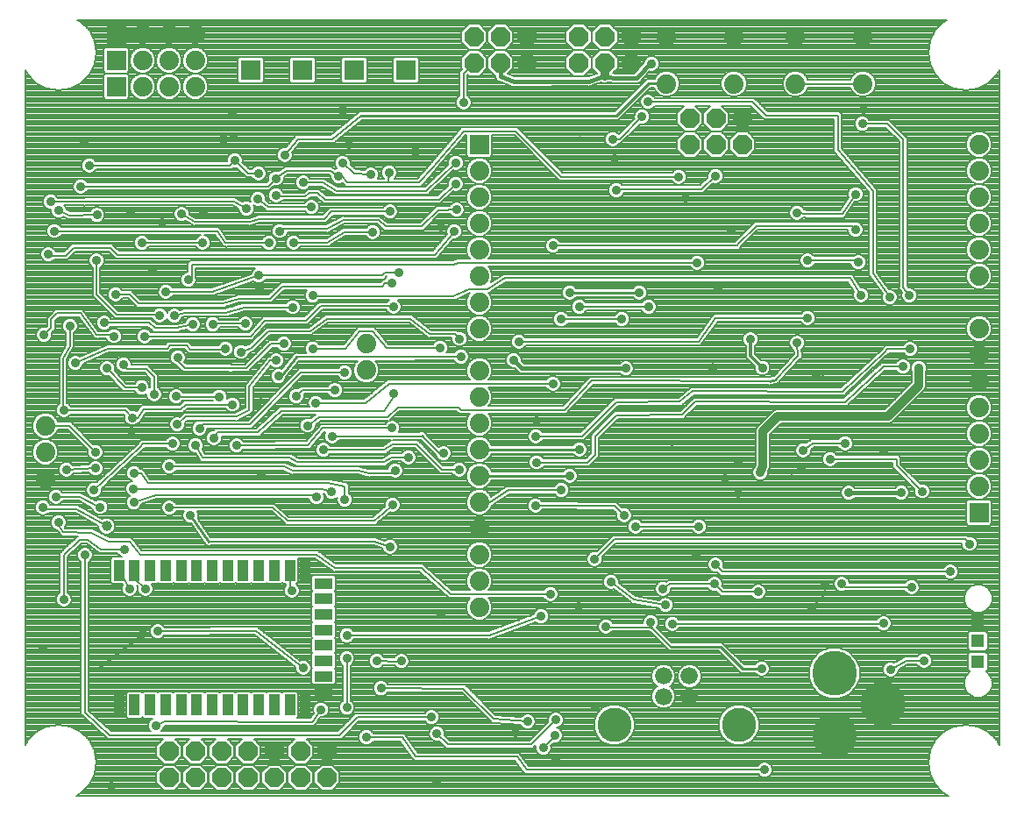
<source format=gbl>
G75*
%MOIN*%
%OFA0B0*%
%FSLAX24Y24*%
%IPPOS*%
%LPD*%
%AMOC8*
5,1,8,0,0,1.08239X$1,22.5*
%
%ADD10C,0.1700*%
%ADD11R,0.0740X0.0740*%
%ADD12C,0.0740*%
%ADD13OC8,0.0740*%
%ADD14R,0.0515X0.0515*%
%ADD15R,0.0768X0.0768*%
%ADD16C,0.0660*%
%ADD17C,0.1300*%
%ADD18R,0.0394X0.0787*%
%ADD19R,0.0709X0.0394*%
%ADD20C,0.0100*%
%ADD21C,0.0560*%
%ADD22C,0.0080*%
%ADD23C,0.0160*%
%ADD24C,0.0357*%
%ADD25C,0.0070*%
%ADD26C,0.0396*%
%ADD27C,0.0120*%
%ADD28C,0.0320*%
D10*
X031317Y003593D03*
X033167Y004774D03*
X031317Y005955D03*
D11*
X036817Y012061D03*
X017817Y026061D03*
X004017Y028261D03*
X004017Y029261D03*
X004017Y030261D03*
D12*
X005017Y030261D03*
X006017Y030261D03*
X007017Y030261D03*
X007017Y029261D03*
X007017Y028261D03*
X006017Y028261D03*
X005017Y028261D03*
X005017Y029261D03*
X006017Y029261D03*
X017817Y025061D03*
X017817Y024061D03*
X017817Y023061D03*
X017817Y022061D03*
X017817Y021061D03*
X017817Y020061D03*
X017817Y019061D03*
X017817Y017461D03*
X017817Y016461D03*
X017817Y015461D03*
X017817Y014461D03*
X017817Y013461D03*
X017817Y012461D03*
X017817Y011461D03*
X017817Y010461D03*
X017817Y009461D03*
X017817Y008461D03*
X013517Y017481D03*
X013517Y018481D03*
X024937Y028371D03*
X024937Y030151D03*
X027497Y030151D03*
X027497Y028371D03*
X029837Y028371D03*
X029837Y030151D03*
X032397Y030151D03*
X032397Y028371D03*
X036817Y026061D03*
X036817Y025061D03*
X036817Y024061D03*
X036817Y023061D03*
X036817Y022061D03*
X036817Y021061D03*
X036817Y019061D03*
X036817Y018061D03*
X036817Y017061D03*
X036817Y016061D03*
X036817Y015061D03*
X036817Y014061D03*
X036817Y013061D03*
X001317Y013361D03*
X001317Y014361D03*
X001317Y015361D03*
D13*
X006017Y002981D03*
X007017Y002981D03*
X008017Y002981D03*
X009017Y002981D03*
X010017Y002981D03*
X011017Y002981D03*
X012017Y002981D03*
X012017Y001981D03*
X011017Y001981D03*
X010017Y001981D03*
X009017Y001981D03*
X008017Y001981D03*
X007017Y001981D03*
X006017Y001981D03*
X025817Y026061D03*
X026817Y026061D03*
X027817Y026061D03*
X027817Y027061D03*
X026817Y027061D03*
X025817Y027061D03*
X023587Y029161D03*
X022587Y029161D03*
X021587Y029161D03*
X021587Y030161D03*
X022587Y030161D03*
X023587Y030161D03*
X019617Y030161D03*
X018617Y030161D03*
X017617Y030161D03*
X017617Y029161D03*
X018617Y029161D03*
X019617Y029161D03*
D14*
X036767Y007969D03*
X036767Y007181D03*
X036767Y006394D03*
D15*
X015025Y028891D03*
X013057Y028891D03*
X011085Y028891D03*
X009117Y028891D03*
D16*
X024825Y005841D03*
X025809Y005841D03*
X025809Y005061D03*
X024825Y005061D03*
D17*
X022947Y003991D03*
X027687Y003991D03*
D18*
X011203Y004743D03*
X010613Y004743D03*
X010022Y004743D03*
X009432Y004743D03*
X008841Y004743D03*
X008251Y004743D03*
X007660Y004743D03*
X007069Y004743D03*
X006479Y004743D03*
X005888Y004743D03*
X005298Y004743D03*
X004707Y004743D03*
X004117Y004743D03*
X004117Y009861D03*
X004707Y009861D03*
X005298Y009861D03*
X005888Y009861D03*
X006479Y009861D03*
X007069Y009861D03*
X007660Y009861D03*
X008251Y009861D03*
X008841Y009861D03*
X009432Y009861D03*
X010022Y009861D03*
X010613Y009861D03*
X011203Y009861D03*
D19*
X011892Y009369D03*
X011892Y008779D03*
X011892Y008188D03*
X011892Y007597D03*
X011892Y007007D03*
X011892Y006416D03*
X011892Y005826D03*
X011892Y005235D03*
D20*
X007517Y010961D02*
X006837Y011941D01*
X004817Y015161D02*
X004607Y015151D01*
X010177Y017241D02*
X010277Y017241D01*
X010867Y017981D01*
X017817Y014461D02*
X021617Y014461D01*
X021247Y013461D02*
X017817Y013461D01*
X025087Y006971D02*
X026977Y006971D01*
X027817Y006131D01*
X028547Y006131D01*
X028867Y017071D02*
X029087Y017121D01*
X026697Y017561D02*
X026597Y017561D01*
X023897Y020431D02*
X021247Y020431D01*
X026107Y021561D02*
X026127Y021541D01*
X023027Y027161D02*
X024247Y028381D01*
X024927Y028381D01*
X024937Y028371D01*
X024937Y030151D02*
X027497Y030151D01*
X029837Y030151D01*
X032397Y030151D01*
X023027Y027161D02*
X013317Y027161D01*
X005017Y007441D02*
X003217Y006061D01*
D21*
X004017Y030261D02*
X005017Y030261D01*
X006017Y030261D01*
X007017Y030261D01*
D22*
X002663Y001396D02*
X002477Y001301D01*
X035657Y001301D01*
X035470Y001396D01*
X035470Y001396D01*
X035152Y001715D01*
X035152Y001715D01*
X034947Y002116D01*
X034947Y002116D01*
X034877Y002561D01*
X034877Y002561D01*
X034947Y003006D01*
X034947Y003006D01*
X035152Y003408D01*
X035152Y003408D01*
X035470Y003726D01*
X035470Y003726D01*
X035872Y003931D01*
X035872Y003931D01*
X036317Y004001D01*
X036317Y004001D01*
X036762Y003931D01*
X036762Y003931D01*
X037163Y003726D01*
X037163Y003726D01*
X037482Y003408D01*
X037482Y003408D01*
X037577Y003221D01*
X037577Y028901D01*
X037482Y028715D01*
X037482Y028715D01*
X037163Y028396D01*
X037163Y028396D01*
X036762Y028192D01*
X036762Y028192D01*
X036317Y028121D01*
X036317Y028121D01*
X035872Y028192D01*
X035872Y028192D01*
X035470Y028396D01*
X035152Y028715D01*
X035152Y028715D01*
X034947Y029116D01*
X034877Y029561D01*
X034877Y029561D01*
X034947Y030006D01*
X034947Y030006D01*
X035152Y030408D01*
X035152Y030408D01*
X035470Y030726D01*
X035470Y030726D01*
X035598Y030791D01*
X002535Y030791D01*
X002663Y030726D01*
X002663Y030726D01*
X002982Y030408D01*
X002982Y030408D01*
X002982Y030408D01*
X003186Y030006D01*
X003186Y030006D01*
X003257Y029561D01*
X003186Y029116D01*
X003186Y029116D01*
X002982Y028715D01*
X002982Y028715D01*
X002663Y028396D01*
X002663Y028396D01*
X002262Y028192D01*
X002262Y028192D01*
X001817Y028121D01*
X001817Y028121D01*
X001372Y028192D01*
X001372Y028192D01*
X000970Y028396D01*
X000970Y028396D01*
X000652Y028715D01*
X000652Y028715D01*
X000561Y028894D01*
X000561Y003229D01*
X000652Y003408D01*
X000652Y003408D01*
X000970Y003726D01*
X000970Y003726D01*
X001372Y003931D01*
X001372Y003931D01*
X001817Y004001D01*
X001817Y004001D01*
X002262Y003931D01*
X002262Y003931D01*
X002663Y003726D01*
X002663Y003726D01*
X002982Y003408D01*
X002982Y003408D01*
X003186Y003006D01*
X003186Y003006D01*
X003257Y002561D01*
X003186Y002116D01*
X002982Y001715D01*
X002982Y001715D01*
X002663Y001396D01*
X002663Y001396D01*
X002663Y001396D01*
X002622Y001375D02*
X035511Y001375D01*
X035413Y001454D02*
X002721Y001454D01*
X002799Y001532D02*
X005773Y001532D01*
X005814Y001491D02*
X006220Y001491D01*
X006507Y001778D01*
X006507Y002184D01*
X006220Y002471D01*
X005814Y002471D01*
X005527Y002184D01*
X005527Y001778D01*
X005814Y001491D01*
X005694Y001611D02*
X002878Y001611D01*
X002956Y001689D02*
X005616Y001689D01*
X005537Y001768D02*
X003009Y001768D01*
X003049Y001846D02*
X005527Y001846D01*
X005527Y001925D02*
X003089Y001925D01*
X003129Y002003D02*
X005527Y002003D01*
X005527Y002082D02*
X003169Y002082D01*
X003186Y002116D02*
X003186Y002116D01*
X003193Y002160D02*
X005527Y002160D01*
X005581Y002239D02*
X003206Y002239D01*
X003218Y002317D02*
X005660Y002317D01*
X005738Y002396D02*
X003230Y002396D01*
X003243Y002474D02*
X019287Y002474D01*
X019345Y002396D02*
X012295Y002396D01*
X012220Y002471D02*
X011814Y002471D01*
X011527Y002184D01*
X011527Y001778D01*
X011814Y001491D01*
X012220Y001491D01*
X012507Y001778D01*
X012507Y002184D01*
X012220Y002471D01*
X012374Y002317D02*
X019403Y002317D01*
X019462Y002239D02*
X012452Y002239D01*
X012507Y002160D02*
X019520Y002160D01*
X019533Y002142D02*
X019546Y002140D01*
X019555Y002131D01*
X019606Y002131D01*
X019656Y002124D01*
X019666Y002131D01*
X028406Y002131D01*
X028414Y002112D01*
X028498Y002028D01*
X028607Y001983D01*
X028726Y001983D01*
X028836Y002028D01*
X028920Y002112D01*
X028965Y002222D01*
X028965Y002341D01*
X028920Y002450D01*
X028836Y002534D01*
X028726Y002580D01*
X028607Y002580D01*
X028498Y002534D01*
X028414Y002450D01*
X028406Y002431D01*
X019692Y002431D01*
X019397Y002831D01*
X019397Y002843D01*
X019361Y002879D01*
X019330Y002920D01*
X019318Y002922D01*
X019309Y002931D01*
X019258Y002931D01*
X019207Y002939D01*
X019197Y002931D01*
X015485Y002931D01*
X015037Y003569D01*
X015037Y003583D01*
X015002Y003618D01*
X014974Y003658D01*
X014959Y003661D01*
X014949Y003671D01*
X014900Y003671D01*
X014851Y003680D01*
X014839Y003671D01*
X013788Y003671D01*
X013780Y003690D01*
X013696Y003774D01*
X013586Y003820D01*
X013467Y003820D01*
X013358Y003774D01*
X013274Y003690D01*
X013228Y003581D01*
X013228Y003462D01*
X013274Y003352D01*
X013358Y003268D01*
X013467Y003223D01*
X013586Y003223D01*
X013696Y003268D01*
X013780Y003352D01*
X013788Y003371D01*
X014809Y003371D01*
X015257Y002734D01*
X015257Y002719D01*
X015291Y002684D01*
X015320Y002644D01*
X015334Y002642D01*
X015345Y002631D01*
X015394Y002631D01*
X015442Y002623D01*
X015454Y002631D01*
X019171Y002631D01*
X019467Y002232D01*
X019467Y002219D01*
X019503Y002183D01*
X019533Y002142D01*
X019617Y002281D02*
X019247Y002781D01*
X015407Y002781D01*
X014887Y003521D01*
X013527Y003521D01*
X013740Y003730D02*
X015912Y003730D01*
X015908Y003721D02*
X015908Y003602D01*
X015954Y003492D01*
X016038Y003408D01*
X016147Y003363D01*
X016266Y003363D01*
X016285Y003371D01*
X016565Y003091D01*
X019849Y003091D01*
X019937Y003179D01*
X019955Y003198D01*
X019948Y003181D01*
X019938Y003181D01*
X019948Y003181D02*
X019948Y003062D01*
X019994Y002952D01*
X020078Y002868D01*
X020187Y002823D01*
X020306Y002823D01*
X020416Y002868D01*
X020500Y002952D01*
X020545Y003062D01*
X020545Y003181D01*
X035036Y003181D01*
X035076Y003259D02*
X027932Y003259D01*
X027840Y003221D02*
X028123Y003338D01*
X028339Y003555D01*
X028457Y003838D01*
X028457Y004144D01*
X028339Y004427D01*
X028123Y004644D01*
X027840Y004761D01*
X027534Y004761D01*
X027250Y004644D01*
X027034Y004427D01*
X026917Y004144D01*
X026917Y003838D01*
X027034Y003555D01*
X027250Y003338D01*
X027534Y003221D01*
X027840Y003221D01*
X028121Y003338D02*
X035116Y003338D01*
X035160Y003416D02*
X028201Y003416D01*
X028279Y003495D02*
X035239Y003495D01*
X035317Y003573D02*
X028347Y003573D01*
X028379Y003652D02*
X035396Y003652D01*
X035478Y003730D02*
X028412Y003730D01*
X028445Y003809D02*
X035632Y003809D01*
X035786Y003887D02*
X028457Y003887D01*
X028457Y003966D02*
X036093Y003966D01*
X036541Y003966D02*
X037577Y003966D01*
X037577Y004044D02*
X028457Y004044D01*
X028457Y004123D02*
X037577Y004123D01*
X037577Y004201D02*
X028433Y004201D01*
X028401Y004280D02*
X037577Y004280D01*
X037577Y004358D02*
X028368Y004358D01*
X028330Y004437D02*
X037577Y004437D01*
X037577Y004515D02*
X028252Y004515D01*
X028173Y004594D02*
X037577Y004594D01*
X037577Y004672D02*
X028055Y004672D01*
X027865Y004751D02*
X037577Y004751D01*
X037577Y004829D02*
X025216Y004829D01*
X025206Y004806D02*
X025275Y004972D01*
X025275Y005151D01*
X025206Y005316D01*
X025079Y005443D01*
X025059Y005451D01*
X025079Y005460D01*
X025206Y005586D01*
X025275Y005752D01*
X025275Y005931D01*
X025206Y006096D01*
X025079Y006223D01*
X024914Y006291D01*
X024735Y006291D01*
X024570Y006223D01*
X024443Y006096D01*
X024375Y005931D01*
X024375Y005752D01*
X024443Y005586D01*
X024570Y005460D01*
X024590Y005451D01*
X024570Y005443D01*
X024443Y005316D01*
X024375Y005151D01*
X024375Y004972D01*
X024443Y004806D01*
X024570Y004680D01*
X024735Y004611D01*
X024914Y004611D01*
X025079Y004680D01*
X025206Y004806D01*
X025150Y004751D02*
X027508Y004751D01*
X027319Y004672D02*
X025061Y004672D01*
X025248Y004908D02*
X037577Y004908D01*
X037577Y004986D02*
X031513Y004986D01*
X031510Y004985D02*
X031866Y005133D01*
X032139Y005405D01*
X032287Y005762D01*
X032287Y006148D01*
X032139Y006504D01*
X031866Y006777D01*
X031510Y006925D01*
X031124Y006925D01*
X030767Y006777D01*
X030494Y006504D01*
X030347Y006148D01*
X030347Y005762D01*
X030494Y005405D01*
X030767Y005133D01*
X031124Y004985D01*
X031510Y004985D01*
X031702Y005065D02*
X036596Y005065D01*
X036676Y005032D02*
X036479Y005113D01*
X036329Y005264D01*
X036247Y005461D01*
X036247Y005674D01*
X036329Y005870D01*
X036475Y006016D01*
X036459Y006016D01*
X036389Y006087D01*
X036389Y006701D01*
X036459Y006771D01*
X037074Y006771D01*
X037144Y006701D01*
X037144Y006087D01*
X037080Y006023D01*
X037086Y006021D01*
X037236Y005870D01*
X037318Y005674D01*
X037318Y005461D01*
X037236Y005264D01*
X037086Y005113D01*
X036889Y005032D01*
X036676Y005032D01*
X036449Y005143D02*
X031877Y005143D01*
X031955Y005222D02*
X036371Y005222D01*
X036314Y005300D02*
X032034Y005300D01*
X032112Y005379D02*
X036281Y005379D01*
X036249Y005457D02*
X032160Y005457D01*
X032193Y005536D02*
X036247Y005536D01*
X036247Y005614D02*
X032225Y005614D01*
X032258Y005693D02*
X036255Y005693D01*
X036288Y005771D02*
X032287Y005771D01*
X032287Y005850D02*
X033276Y005850D01*
X033278Y005848D02*
X033387Y005803D01*
X033506Y005803D01*
X033616Y005848D01*
X033700Y005932D01*
X033745Y006042D01*
X033745Y006092D01*
X034094Y006281D01*
X034466Y006281D01*
X034474Y006262D01*
X034558Y006178D01*
X034667Y006133D01*
X034786Y006133D01*
X034896Y006178D01*
X034980Y006262D01*
X035025Y006372D01*
X035025Y006490D01*
X034980Y006600D01*
X034896Y006684D01*
X034786Y006730D01*
X034667Y006730D01*
X034558Y006684D01*
X034474Y006600D01*
X034466Y006581D01*
X034078Y006581D01*
X034040Y006593D01*
X034019Y006581D01*
X033994Y006581D01*
X033966Y006553D01*
X033606Y006358D01*
X033506Y006400D01*
X033387Y006400D01*
X033278Y006354D01*
X033194Y006270D01*
X033148Y006161D01*
X033148Y006042D01*
X033194Y005932D01*
X033278Y005848D01*
X033198Y005928D02*
X032287Y005928D01*
X032287Y006007D02*
X033163Y006007D01*
X033148Y006085D02*
X032287Y006085D01*
X032280Y006164D02*
X033150Y006164D01*
X033182Y006242D02*
X032248Y006242D01*
X032215Y006321D02*
X033244Y006321D01*
X033386Y006399D02*
X032183Y006399D01*
X032150Y006478D02*
X033828Y006478D01*
X033970Y006556D02*
X032087Y006556D01*
X032009Y006635D02*
X034508Y006635D01*
X034628Y006713D02*
X031930Y006713D01*
X031831Y006792D02*
X037577Y006792D01*
X037577Y006870D02*
X037140Y006870D01*
X037144Y006874D02*
X037144Y007488D01*
X037074Y007559D01*
X036459Y007559D01*
X036389Y007488D01*
X036389Y006874D01*
X036459Y006804D01*
X037074Y006804D01*
X037144Y006874D01*
X037144Y006949D02*
X037577Y006949D01*
X037577Y007027D02*
X037144Y007027D01*
X037144Y007106D02*
X037577Y007106D01*
X037577Y007184D02*
X037144Y007184D01*
X037144Y007263D02*
X037577Y007263D01*
X037577Y007341D02*
X037144Y007341D01*
X037144Y007420D02*
X037577Y007420D01*
X037577Y007498D02*
X037134Y007498D01*
X037577Y007577D02*
X033328Y007577D01*
X033356Y007588D02*
X033440Y007672D01*
X033485Y007782D01*
X033485Y007901D01*
X033440Y008010D01*
X033356Y008094D01*
X033246Y008140D01*
X033127Y008140D01*
X033018Y008094D01*
X032934Y008010D01*
X032922Y007981D01*
X025408Y007981D01*
X025400Y008000D01*
X025316Y008084D01*
X025206Y008130D01*
X025087Y008130D01*
X024978Y008084D01*
X024894Y008000D01*
X024848Y007891D01*
X024635Y007891D01*
X024635Y007832D02*
X024635Y007951D01*
X024590Y008060D01*
X024506Y008144D01*
X024396Y008190D01*
X024277Y008190D01*
X024168Y008144D01*
X024084Y008060D01*
X024038Y007951D01*
X024038Y007851D01*
X022910Y007851D01*
X022890Y007900D01*
X022806Y007984D01*
X022696Y008030D01*
X022577Y008030D01*
X022468Y007984D01*
X022384Y007900D01*
X022338Y007791D01*
X022338Y007672D01*
X022384Y007562D01*
X022468Y007478D01*
X022577Y007433D01*
X022696Y007433D01*
X022806Y007478D01*
X022879Y007551D01*
X024266Y007551D01*
X024296Y007521D01*
X024325Y007521D01*
X024927Y006919D01*
X024927Y006905D01*
X025020Y006811D01*
X026910Y006811D01*
X027750Y005971D01*
X028290Y005971D01*
X028294Y005962D01*
X028378Y005878D01*
X028487Y005833D01*
X028606Y005833D01*
X028716Y005878D01*
X028800Y005962D01*
X028845Y006072D01*
X028845Y006191D01*
X028800Y006300D01*
X028716Y006384D01*
X028606Y006430D01*
X028487Y006430D01*
X028378Y006384D01*
X028294Y006300D01*
X028290Y006291D01*
X027883Y006291D01*
X027137Y007038D01*
X027043Y007131D01*
X025139Y007131D01*
X024569Y007701D01*
X024590Y007722D01*
X024635Y007832D01*
X024627Y007812D02*
X024848Y007812D01*
X024848Y007772D02*
X024894Y007662D01*
X024978Y007578D01*
X025087Y007533D01*
X025206Y007533D01*
X025316Y007578D01*
X025400Y007662D01*
X025408Y007681D01*
X032930Y007681D01*
X032934Y007672D01*
X033018Y007588D01*
X033127Y007543D01*
X033246Y007543D01*
X033356Y007588D01*
X033423Y007655D02*
X037577Y007655D01*
X037577Y007734D02*
X033465Y007734D01*
X033485Y007812D02*
X037577Y007812D01*
X037577Y007891D02*
X033485Y007891D01*
X033457Y007969D02*
X037577Y007969D01*
X037577Y008048D02*
X033402Y008048D01*
X033278Y008126D02*
X037577Y008126D01*
X037577Y008205D02*
X020455Y008205D01*
X020465Y008181D02*
X020420Y008290D01*
X020336Y008374D01*
X020226Y008420D01*
X020107Y008420D01*
X019998Y008374D01*
X019914Y008290D01*
X019868Y008181D01*
X019868Y008172D01*
X018150Y007541D01*
X013038Y007541D01*
X013030Y007560D01*
X012946Y007644D01*
X012836Y007690D01*
X012717Y007690D01*
X012608Y007644D01*
X012524Y007560D01*
X012478Y007451D01*
X012478Y007332D01*
X012524Y007222D01*
X012608Y007138D01*
X012717Y007093D01*
X012836Y007093D01*
X012946Y007138D01*
X013030Y007222D01*
X013038Y007241D01*
X018144Y007241D01*
X018170Y007229D01*
X018203Y007241D01*
X018239Y007241D01*
X018259Y007262D01*
X019975Y007891D01*
X019998Y007868D01*
X020107Y007823D01*
X020226Y007823D01*
X020336Y007868D01*
X020420Y007952D01*
X020465Y008062D01*
X020465Y008181D01*
X020465Y008126D02*
X024150Y008126D01*
X024078Y008048D02*
X020459Y008048D01*
X020427Y007969D02*
X022453Y007969D01*
X022380Y007891D02*
X020358Y007891D01*
X020167Y008121D02*
X018177Y007391D01*
X012777Y007391D01*
X012992Y007184D02*
X024662Y007184D01*
X024740Y007106D02*
X012867Y007106D01*
X012686Y007106D02*
X012367Y007106D01*
X012367Y007184D02*
X012562Y007184D01*
X012507Y007263D02*
X012357Y007263D01*
X012367Y007253D02*
X012318Y007302D01*
X012367Y007351D01*
X012367Y007844D01*
X012318Y007893D01*
X012367Y007941D01*
X012367Y008435D01*
X012318Y008483D01*
X012367Y008532D01*
X012367Y009025D01*
X012318Y009074D01*
X012367Y009123D01*
X012367Y009616D01*
X012296Y009686D01*
X011488Y009686D01*
X011418Y009616D01*
X011418Y009123D01*
X011467Y009074D01*
X011418Y009025D01*
X011418Y008532D01*
X011467Y008483D01*
X011418Y008435D01*
X011418Y007941D01*
X011467Y007893D01*
X011418Y007844D01*
X011418Y007351D01*
X011467Y007302D01*
X011418Y007253D01*
X011418Y006760D01*
X011467Y006712D01*
X011418Y006663D01*
X011418Y006170D01*
X011467Y006121D01*
X011418Y006072D01*
X011418Y005579D01*
X011488Y005509D01*
X012296Y005509D01*
X012367Y005579D01*
X012367Y006072D01*
X012318Y006121D01*
X012367Y006170D01*
X012367Y006663D01*
X012318Y006712D01*
X012367Y006760D01*
X012367Y007253D01*
X012357Y007341D02*
X012478Y007341D01*
X012478Y007420D02*
X012367Y007420D01*
X012367Y007498D02*
X012498Y007498D01*
X012540Y007577D02*
X012367Y007577D01*
X012367Y007655D02*
X012634Y007655D01*
X012367Y007734D02*
X018675Y007734D01*
X018889Y007812D02*
X012367Y007812D01*
X012320Y007891D02*
X019103Y007891D01*
X019317Y007969D02*
X012367Y007969D01*
X012367Y008048D02*
X017537Y008048D01*
X017539Y008046D02*
X017719Y007971D01*
X017914Y007971D01*
X018094Y008046D01*
X018232Y008184D01*
X018307Y008364D01*
X018307Y008559D01*
X018232Y008739D01*
X018160Y008811D01*
X020256Y008811D01*
X020264Y008792D01*
X020348Y008708D01*
X020457Y008663D01*
X020576Y008663D01*
X020686Y008708D01*
X020770Y008792D01*
X020815Y008902D01*
X020815Y009021D01*
X020770Y009130D01*
X020686Y009214D01*
X020576Y009260D01*
X020457Y009260D01*
X020348Y009214D01*
X020264Y009130D01*
X020256Y009111D01*
X018160Y009111D01*
X018232Y009184D01*
X018307Y009364D01*
X018307Y009559D01*
X018232Y009739D01*
X018094Y009877D01*
X017914Y009951D01*
X017719Y009951D01*
X017539Y009877D01*
X017401Y009739D01*
X017327Y009559D01*
X017327Y009364D01*
X017401Y009184D01*
X017474Y009111D01*
X016774Y009111D01*
X015770Y010020D01*
X015679Y010111D01*
X012365Y010111D01*
X011714Y010576D01*
X011679Y010611D01*
X011665Y010611D01*
X011653Y010619D01*
X011604Y010611D01*
X004989Y010611D01*
X004667Y011014D01*
X004667Y011023D01*
X004629Y011061D01*
X004595Y011103D01*
X004586Y011105D01*
X004579Y011111D01*
X004525Y011111D01*
X004471Y011117D01*
X004464Y011111D01*
X003754Y011111D01*
X003158Y011423D01*
X003132Y011450D01*
X003105Y011451D01*
X003081Y011463D01*
X003045Y011452D01*
X002073Y011470D01*
X002049Y011502D01*
X003329Y011502D01*
X003329Y011488D02*
X003377Y011371D01*
X003466Y011282D01*
X003583Y011233D01*
X003710Y011233D01*
X003827Y011282D01*
X003916Y011371D01*
X003965Y011488D01*
X003965Y011615D01*
X003916Y011731D01*
X003827Y011821D01*
X003710Y011869D01*
X003583Y011869D01*
X003470Y011822D01*
X002598Y012312D01*
X002569Y012341D01*
X002546Y012341D01*
X002526Y012352D01*
X002486Y012341D01*
X001507Y012341D01*
X001470Y012430D01*
X001386Y012514D01*
X001276Y012560D01*
X001157Y012560D01*
X001048Y012514D01*
X000964Y012430D01*
X000918Y012321D01*
X000918Y012202D01*
X000964Y012092D01*
X001048Y012008D01*
X001157Y011963D01*
X001276Y011963D01*
X001386Y012008D01*
X001412Y012034D01*
X001426Y012029D01*
X001451Y012041D01*
X002467Y012041D01*
X003329Y011558D01*
X003329Y011488D01*
X003355Y011423D02*
X003157Y011423D01*
X003067Y011301D02*
X003717Y010961D01*
X004517Y010961D01*
X004917Y010461D01*
X011617Y010461D01*
X012317Y009961D01*
X015617Y009961D01*
X015667Y009911D01*
X016717Y008961D01*
X020517Y008961D01*
X020732Y008754D02*
X023439Y008754D01*
X023540Y008676D02*
X020607Y008676D01*
X020426Y008676D02*
X018258Y008676D01*
X018291Y008597D02*
X023640Y008597D01*
X023643Y008595D02*
X023624Y008610D01*
X023600Y008614D01*
X023577Y008647D01*
X022928Y009154D01*
X022876Y009133D01*
X022757Y009133D01*
X022648Y009178D01*
X022564Y009262D01*
X022518Y009372D01*
X022518Y009491D01*
X022564Y009600D01*
X022648Y009684D01*
X022757Y009730D01*
X022876Y009730D01*
X022986Y009684D01*
X023070Y009600D01*
X023115Y009491D01*
X023115Y009388D01*
X023749Y008893D01*
X024667Y008733D01*
X024728Y008794D01*
X024837Y008840D01*
X024956Y008840D01*
X025066Y008794D01*
X025150Y008710D01*
X025195Y008601D01*
X025195Y008482D01*
X025150Y008372D01*
X025066Y008288D01*
X024956Y008243D01*
X024837Y008243D01*
X024728Y008288D01*
X024644Y008372D01*
X024617Y008438D01*
X023683Y008600D01*
X023643Y008595D01*
X023663Y008597D02*
X023697Y008597D01*
X023687Y008751D02*
X022817Y009431D01*
X023095Y009539D02*
X026513Y009539D01*
X026494Y009520D02*
X026578Y009604D01*
X026687Y009650D01*
X026806Y009650D01*
X026916Y009604D01*
X027000Y009520D01*
X027045Y009411D01*
X027045Y009292D01*
X027037Y009273D01*
X027119Y009191D01*
X028156Y009191D01*
X028164Y009210D01*
X028248Y009294D01*
X028357Y009340D01*
X028476Y009340D01*
X028586Y009294D01*
X028670Y009210D01*
X028715Y009101D01*
X028715Y008982D01*
X028670Y008872D01*
X028586Y008788D01*
X028476Y008743D01*
X028357Y008743D01*
X028248Y008788D01*
X028164Y008872D01*
X028156Y008891D01*
X026995Y008891D01*
X026825Y009061D01*
X026806Y009053D01*
X026687Y009053D01*
X026578Y009098D01*
X026494Y009182D01*
X026486Y009201D01*
X025116Y009201D01*
X025105Y009194D01*
X025105Y009102D01*
X025060Y008992D01*
X024976Y008908D01*
X024866Y008863D01*
X024747Y008863D01*
X024638Y008908D01*
X024554Y008992D01*
X024508Y009102D01*
X024508Y009221D01*
X024554Y009330D01*
X024638Y009414D01*
X024747Y009460D01*
X024866Y009460D01*
X024927Y009435D01*
X024969Y009466D01*
X025005Y009501D01*
X025018Y009501D01*
X025028Y009509D01*
X025078Y009501D01*
X026486Y009501D01*
X026494Y009520D01*
X026610Y009618D02*
X023052Y009618D01*
X022957Y009696D02*
X026970Y009696D01*
X027005Y009661D02*
X035476Y009661D01*
X035484Y009642D01*
X035568Y009558D01*
X035677Y009513D01*
X035796Y009513D01*
X035906Y009558D01*
X035990Y009642D01*
X036035Y009752D01*
X036035Y009871D01*
X035990Y009980D01*
X035906Y010064D01*
X035796Y010110D01*
X035677Y010110D01*
X035568Y010064D01*
X035484Y009980D01*
X035476Y009961D01*
X027129Y009961D01*
X027087Y010003D01*
X027095Y010022D01*
X027095Y010141D01*
X027050Y010250D01*
X026966Y010334D01*
X026856Y010380D01*
X026737Y010380D01*
X026628Y010334D01*
X026544Y010250D01*
X026498Y010141D01*
X026498Y010022D01*
X026544Y009912D01*
X026628Y009828D01*
X026737Y009783D01*
X026856Y009783D01*
X026875Y009791D01*
X027005Y009661D01*
X026981Y009539D02*
X031363Y009539D01*
X031344Y009520D02*
X031428Y009604D01*
X031537Y009650D01*
X031656Y009650D01*
X031766Y009604D01*
X031850Y009520D01*
X031895Y009411D01*
X031895Y009381D01*
X033986Y009381D01*
X033994Y009400D01*
X034078Y009484D01*
X034187Y009530D01*
X034306Y009530D01*
X034416Y009484D01*
X034500Y009400D01*
X034545Y009291D01*
X034545Y009172D01*
X034500Y009062D01*
X034416Y008978D01*
X034306Y008933D01*
X034187Y008933D01*
X034078Y008978D01*
X033994Y009062D01*
X033986Y009081D01*
X031725Y009081D01*
X031656Y009053D01*
X031537Y009053D01*
X031428Y009098D01*
X031344Y009182D01*
X031298Y009292D01*
X031298Y009411D01*
X031344Y009520D01*
X031319Y009461D02*
X027024Y009461D01*
X027045Y009382D02*
X031298Y009382D01*
X031298Y009304D02*
X028563Y009304D01*
X028655Y009225D02*
X031326Y009225D01*
X031379Y009147D02*
X028696Y009147D01*
X028715Y009068D02*
X031500Y009068D01*
X031693Y009068D02*
X033991Y009068D01*
X034066Y008990D02*
X028715Y008990D01*
X028686Y008911D02*
X036251Y008911D01*
X036247Y008902D02*
X036247Y008689D01*
X036329Y008492D01*
X036479Y008342D01*
X036676Y008260D01*
X036889Y008260D01*
X037086Y008342D01*
X037236Y008492D01*
X037318Y008689D01*
X037318Y008902D01*
X037236Y009099D01*
X037086Y009249D01*
X036889Y009331D01*
X036676Y009331D01*
X036479Y009249D01*
X036329Y009099D01*
X036247Y008902D01*
X036247Y008833D02*
X028630Y008833D01*
X028504Y008754D02*
X036247Y008754D01*
X036253Y008676D02*
X025164Y008676D01*
X025195Y008597D02*
X036285Y008597D01*
X036318Y008519D02*
X025195Y008519D01*
X025178Y008440D02*
X036381Y008440D01*
X036459Y008362D02*
X025139Y008362D01*
X025054Y008283D02*
X036620Y008283D01*
X036945Y008283D02*
X037577Y008283D01*
X037577Y008362D02*
X037106Y008362D01*
X037184Y008440D02*
X037577Y008440D01*
X037577Y008519D02*
X037247Y008519D01*
X037280Y008597D02*
X037577Y008597D01*
X037577Y008676D02*
X037312Y008676D01*
X037318Y008754D02*
X037577Y008754D01*
X037577Y008833D02*
X037318Y008833D01*
X037314Y008911D02*
X037577Y008911D01*
X037577Y008990D02*
X037281Y008990D01*
X037249Y009068D02*
X037577Y009068D01*
X037577Y009147D02*
X037188Y009147D01*
X037110Y009225D02*
X037577Y009225D01*
X037577Y009304D02*
X036954Y009304D01*
X036611Y009304D02*
X034540Y009304D01*
X034545Y009225D02*
X036455Y009225D01*
X036377Y009147D02*
X034535Y009147D01*
X034502Y009068D02*
X036316Y009068D01*
X036284Y008990D02*
X034427Y008990D01*
X034247Y009231D02*
X031717Y009231D01*
X031597Y009351D01*
X031874Y009461D02*
X034054Y009461D01*
X033986Y009382D02*
X031895Y009382D01*
X031831Y009539D02*
X035613Y009539D01*
X035508Y009618D02*
X031733Y009618D01*
X031460Y009618D02*
X026883Y009618D01*
X026891Y009775D02*
X018196Y009775D01*
X018250Y009696D02*
X022677Y009696D01*
X022581Y009618D02*
X018282Y009618D01*
X018307Y009539D02*
X022538Y009539D01*
X022518Y009461D02*
X018307Y009461D01*
X018307Y009382D02*
X022518Y009382D01*
X022546Y009304D02*
X018282Y009304D01*
X018249Y009225D02*
X020374Y009225D01*
X020280Y009147D02*
X018195Y009147D01*
X018217Y008754D02*
X020302Y008754D01*
X020348Y008362D02*
X024654Y008362D01*
X024601Y008440D02*
X018307Y008440D01*
X018306Y008362D02*
X019985Y008362D01*
X019911Y008283D02*
X018273Y008283D01*
X018241Y008205D02*
X019878Y008205D01*
X019745Y008126D02*
X018175Y008126D01*
X018096Y008048D02*
X019531Y008048D01*
X019546Y007734D02*
X022338Y007734D01*
X022347Y007812D02*
X019760Y007812D01*
X019974Y007891D02*
X019975Y007891D01*
X020423Y008283D02*
X024740Y008283D01*
X024524Y008126D02*
X025079Y008126D01*
X025214Y008126D02*
X033095Y008126D01*
X032971Y008048D02*
X025352Y008048D01*
X025147Y007831D02*
X033107Y007831D01*
X033187Y007841D01*
X033045Y007577D02*
X025312Y007577D01*
X025393Y007655D02*
X032951Y007655D01*
X033507Y006399D02*
X033682Y006399D01*
X033878Y006164D02*
X034592Y006164D01*
X034493Y006242D02*
X034023Y006242D01*
X034057Y006431D02*
X033447Y006101D01*
X033745Y006085D02*
X036391Y006085D01*
X036389Y006164D02*
X034861Y006164D01*
X034960Y006242D02*
X036389Y006242D01*
X036389Y006321D02*
X035004Y006321D01*
X035025Y006399D02*
X036389Y006399D01*
X036389Y006478D02*
X035025Y006478D01*
X034998Y006556D02*
X036389Y006556D01*
X036389Y006635D02*
X034945Y006635D01*
X034825Y006713D02*
X036401Y006713D01*
X036393Y006870D02*
X031642Y006870D01*
X030992Y006870D02*
X027304Y006870D01*
X027382Y006792D02*
X030802Y006792D01*
X030703Y006713D02*
X027461Y006713D01*
X027539Y006635D02*
X030625Y006635D01*
X030546Y006556D02*
X027618Y006556D01*
X027696Y006478D02*
X030483Y006478D01*
X030451Y006399D02*
X028679Y006399D01*
X028779Y006321D02*
X030418Y006321D01*
X030386Y006242D02*
X028824Y006242D01*
X028845Y006164D02*
X030353Y006164D01*
X030347Y006085D02*
X028845Y006085D01*
X028818Y006007D02*
X030347Y006007D01*
X030347Y005928D02*
X028766Y005928D01*
X028647Y005850D02*
X030347Y005850D01*
X030347Y005771D02*
X026259Y005771D01*
X026259Y005752D02*
X026190Y005586D01*
X026064Y005460D01*
X025898Y005391D01*
X025719Y005391D01*
X025554Y005460D01*
X025427Y005586D01*
X025359Y005752D01*
X025359Y005931D01*
X025427Y006096D01*
X025554Y006223D01*
X025719Y006291D01*
X025898Y006291D01*
X026064Y006223D01*
X026190Y006096D01*
X026259Y005931D01*
X026259Y005752D01*
X026234Y005693D02*
X030375Y005693D01*
X030408Y005614D02*
X026202Y005614D01*
X026140Y005536D02*
X030440Y005536D01*
X030473Y005457D02*
X026058Y005457D01*
X026259Y005850D02*
X028446Y005850D01*
X028328Y005928D02*
X026259Y005928D01*
X026227Y006007D02*
X027715Y006007D01*
X027636Y006085D02*
X026195Y006085D01*
X026123Y006164D02*
X027558Y006164D01*
X027479Y006242D02*
X026017Y006242D01*
X025601Y006242D02*
X025032Y006242D01*
X025138Y006164D02*
X025495Y006164D01*
X025423Y006085D02*
X025211Y006085D01*
X025243Y006007D02*
X025390Y006007D01*
X025359Y005928D02*
X025275Y005928D01*
X025275Y005850D02*
X025359Y005850D01*
X025359Y005771D02*
X025275Y005771D01*
X025250Y005693D02*
X025383Y005693D01*
X025416Y005614D02*
X025218Y005614D01*
X025155Y005536D02*
X025478Y005536D01*
X025560Y005457D02*
X025073Y005457D01*
X025143Y005379D02*
X030521Y005379D01*
X030600Y005300D02*
X025213Y005300D01*
X025245Y005222D02*
X030678Y005222D01*
X030757Y005143D02*
X025275Y005143D01*
X025275Y005065D02*
X030931Y005065D01*
X031121Y004986D02*
X025275Y004986D01*
X024588Y004672D02*
X023315Y004672D01*
X023383Y004644D02*
X023100Y004761D01*
X022794Y004761D01*
X022510Y004644D01*
X022294Y004427D01*
X022177Y004144D01*
X022177Y003838D01*
X022294Y003555D01*
X022510Y003338D01*
X022794Y003221D01*
X023100Y003221D01*
X023383Y003338D01*
X023599Y003555D01*
X023717Y003838D01*
X023717Y004144D01*
X023599Y004427D01*
X023383Y004644D01*
X023433Y004594D02*
X027200Y004594D01*
X027122Y004515D02*
X023512Y004515D01*
X023590Y004437D02*
X027043Y004437D01*
X027005Y004358D02*
X023628Y004358D01*
X023661Y004280D02*
X026973Y004280D01*
X026940Y004201D02*
X023693Y004201D01*
X023717Y004123D02*
X026917Y004123D01*
X026917Y004044D02*
X023717Y004044D01*
X023717Y003966D02*
X026917Y003966D01*
X026917Y003887D02*
X023717Y003887D01*
X023705Y003809D02*
X026929Y003809D01*
X026961Y003730D02*
X023672Y003730D01*
X023639Y003652D02*
X026994Y003652D01*
X027026Y003573D02*
X023607Y003573D01*
X023539Y003495D02*
X027094Y003495D01*
X027173Y003416D02*
X023461Y003416D01*
X023381Y003338D02*
X027252Y003338D01*
X027442Y003259D02*
X023192Y003259D01*
X022702Y003259D02*
X020597Y003259D01*
X020630Y003293D02*
X020746Y003293D01*
X020856Y003338D01*
X020940Y003422D01*
X020985Y003532D01*
X020985Y003651D01*
X020940Y003760D01*
X020856Y003844D01*
X020763Y003883D01*
X020786Y003883D01*
X020896Y003928D01*
X020980Y004012D01*
X021025Y004122D01*
X021025Y004241D01*
X020980Y004350D01*
X020896Y004434D01*
X020786Y004480D01*
X020667Y004480D01*
X020558Y004434D01*
X020474Y004350D01*
X020428Y004241D01*
X020428Y004122D01*
X020436Y004103D01*
X019725Y003391D01*
X016689Y003391D01*
X016497Y003583D01*
X016505Y003602D01*
X016505Y003721D01*
X016460Y003830D01*
X016376Y003914D01*
X016266Y003960D01*
X016147Y003960D01*
X016038Y003914D01*
X015954Y003830D01*
X015908Y003721D01*
X015908Y003652D02*
X014978Y003652D01*
X015037Y003573D02*
X015920Y003573D01*
X015953Y003495D02*
X015089Y003495D01*
X015144Y003416D02*
X016030Y003416D01*
X016318Y003338D02*
X015199Y003338D01*
X015254Y003259D02*
X016397Y003259D01*
X016475Y003181D02*
X015309Y003181D01*
X015364Y003102D02*
X016554Y003102D01*
X016627Y003241D02*
X016207Y003661D01*
X016505Y003652D02*
X019985Y003652D01*
X020064Y003730D02*
X016501Y003730D01*
X016469Y003809D02*
X020142Y003809D01*
X020221Y003887D02*
X019845Y003887D01*
X019816Y003858D02*
X019900Y003942D01*
X019945Y004052D01*
X019945Y004171D01*
X019900Y004280D01*
X020444Y004280D01*
X020428Y004201D02*
X019932Y004201D01*
X019945Y004123D02*
X020428Y004123D01*
X020378Y004044D02*
X019942Y004044D01*
X019909Y003966D02*
X020299Y003966D01*
X020482Y004358D02*
X019822Y004358D01*
X019816Y004364D02*
X019706Y004410D01*
X019587Y004410D01*
X019478Y004364D01*
X019395Y004281D01*
X018434Y004356D01*
X017313Y005477D01*
X017269Y005521D01*
X017269Y005521D01*
X017269Y005521D01*
X017207Y005521D01*
X014338Y005530D01*
X014330Y005550D01*
X014246Y005634D01*
X014136Y005680D01*
X014017Y005680D01*
X013908Y005634D01*
X013824Y005550D01*
X013778Y005441D01*
X013778Y005322D01*
X013824Y005212D01*
X013908Y005128D01*
X014017Y005083D01*
X014136Y005083D01*
X014246Y005128D01*
X014330Y005212D01*
X014337Y005230D01*
X017144Y005221D01*
X018256Y004109D01*
X018293Y004067D01*
X018300Y004066D01*
X018305Y004061D01*
X018361Y004061D01*
X019377Y003982D01*
X019394Y003942D01*
X019478Y003858D01*
X019587Y003813D01*
X019706Y003813D01*
X019816Y003858D01*
X019907Y003573D02*
X016507Y003573D01*
X016585Y003495D02*
X019828Y003495D01*
X019750Y003416D02*
X016664Y003416D01*
X016627Y003241D02*
X019787Y003241D01*
X020727Y004181D01*
X020933Y003966D02*
X022177Y003966D01*
X022177Y004044D02*
X020993Y004044D01*
X021025Y004123D02*
X022177Y004123D01*
X022200Y004201D02*
X021025Y004201D01*
X021009Y004280D02*
X022233Y004280D01*
X022265Y004358D02*
X020972Y004358D01*
X020890Y004437D02*
X022303Y004437D01*
X022382Y004515D02*
X018275Y004515D01*
X018353Y004437D02*
X020564Y004437D01*
X020797Y003887D02*
X022177Y003887D01*
X022189Y003809D02*
X020891Y003809D01*
X020952Y003730D02*
X022221Y003730D01*
X022254Y003652D02*
X020985Y003652D01*
X020985Y003573D02*
X022286Y003573D01*
X022354Y003495D02*
X020970Y003495D01*
X020934Y003416D02*
X022433Y003416D01*
X022512Y003338D02*
X020855Y003338D01*
X020630Y003293D02*
X020537Y003200D01*
X020545Y003181D01*
X020545Y003102D02*
X034996Y003102D01*
X034956Y003024D02*
X020529Y003024D01*
X020493Y002945D02*
X034937Y002945D01*
X034925Y002867D02*
X020412Y002867D01*
X020617Y002711D02*
X020627Y002701D01*
X020717Y002701D01*
X020247Y003121D02*
X020687Y003561D01*
X020687Y003591D01*
X019948Y003102D02*
X019860Y003102D01*
X019964Y003024D02*
X015420Y003024D01*
X015475Y002945D02*
X020001Y002945D01*
X020081Y002867D02*
X019373Y002867D01*
X019428Y002788D02*
X034913Y002788D01*
X034900Y002710D02*
X019486Y002710D01*
X019544Y002631D02*
X034888Y002631D01*
X034878Y002553D02*
X028791Y002553D01*
X028896Y002474D02*
X034890Y002474D01*
X034903Y002396D02*
X028942Y002396D01*
X028965Y002317D02*
X034915Y002317D01*
X034928Y002239D02*
X028965Y002239D01*
X028940Y002160D02*
X034940Y002160D01*
X034965Y002082D02*
X028889Y002082D01*
X028775Y002003D02*
X035005Y002003D01*
X035045Y001925D02*
X012507Y001925D01*
X012507Y002003D02*
X028558Y002003D01*
X028444Y002082D02*
X012507Y002082D01*
X012507Y001846D02*
X035085Y001846D01*
X035125Y001768D02*
X012496Y001768D01*
X012418Y001689D02*
X035177Y001689D01*
X035256Y001611D02*
X012339Y001611D01*
X012261Y001532D02*
X035334Y001532D01*
X037557Y003259D02*
X037577Y003259D01*
X037577Y003338D02*
X037517Y003338D01*
X037473Y003416D02*
X037577Y003416D01*
X037577Y003495D02*
X037395Y003495D01*
X037316Y003573D02*
X037577Y003573D01*
X037577Y003652D02*
X037238Y003652D01*
X037155Y003730D02*
X037577Y003730D01*
X037577Y003809D02*
X037001Y003809D01*
X036847Y003887D02*
X037577Y003887D01*
X037577Y005065D02*
X036968Y005065D01*
X037116Y005143D02*
X037577Y005143D01*
X037577Y005222D02*
X037194Y005222D01*
X037251Y005300D02*
X037577Y005300D01*
X037577Y005379D02*
X037284Y005379D01*
X037316Y005457D02*
X037577Y005457D01*
X037577Y005536D02*
X037318Y005536D01*
X037318Y005614D02*
X037577Y005614D01*
X037577Y005693D02*
X037310Y005693D01*
X037277Y005771D02*
X037577Y005771D01*
X037577Y005850D02*
X037245Y005850D01*
X037178Y005928D02*
X037577Y005928D01*
X037577Y006007D02*
X037100Y006007D01*
X037143Y006085D02*
X037577Y006085D01*
X037577Y006164D02*
X037144Y006164D01*
X037144Y006242D02*
X037577Y006242D01*
X037577Y006321D02*
X037144Y006321D01*
X037144Y006399D02*
X037577Y006399D01*
X037577Y006478D02*
X037144Y006478D01*
X037144Y006556D02*
X037577Y006556D01*
X037577Y006635D02*
X037144Y006635D01*
X037132Y006713D02*
X037577Y006713D01*
X036389Y006949D02*
X027225Y006949D01*
X027147Y007027D02*
X036389Y007027D01*
X036389Y007106D02*
X027068Y007106D01*
X026930Y006792D02*
X012879Y006792D01*
X012836Y006810D02*
X012717Y006810D01*
X012608Y006764D01*
X012524Y006680D01*
X012478Y006571D01*
X012478Y006452D01*
X012524Y006342D01*
X012608Y006258D01*
X012627Y006250D01*
X012627Y004902D01*
X012608Y004894D01*
X012524Y004810D01*
X012478Y004701D01*
X012478Y004582D01*
X012524Y004472D01*
X012608Y004388D01*
X012717Y004343D01*
X012836Y004343D01*
X012946Y004388D01*
X013030Y004472D01*
X013075Y004582D01*
X013075Y004701D01*
X013030Y004810D01*
X012946Y004894D01*
X012927Y004902D01*
X012927Y006250D01*
X012946Y006258D01*
X013030Y006342D01*
X013075Y006452D01*
X013075Y006571D01*
X013030Y006680D01*
X012946Y006764D01*
X012836Y006810D01*
X012674Y006792D02*
X012367Y006792D01*
X012367Y006870D02*
X024961Y006870D01*
X024897Y006949D02*
X012367Y006949D01*
X012367Y007027D02*
X024819Y007027D01*
X025087Y006971D02*
X024367Y007691D01*
X024357Y007701D01*
X022667Y007701D01*
X022637Y007731D01*
X022667Y007701D02*
X022677Y007691D01*
X022826Y007498D02*
X024348Y007498D01*
X024426Y007420D02*
X018690Y007420D01*
X018904Y007498D02*
X022448Y007498D01*
X022378Y007577D02*
X019118Y007577D01*
X019332Y007655D02*
X022345Y007655D01*
X022821Y007969D02*
X024046Y007969D01*
X024038Y007891D02*
X022894Y007891D01*
X023339Y008833D02*
X020786Y008833D01*
X020815Y008911D02*
X023238Y008911D01*
X023138Y008990D02*
X020815Y008990D01*
X020795Y009068D02*
X023037Y009068D01*
X022937Y009147D02*
X022910Y009147D01*
X022724Y009147D02*
X020753Y009147D01*
X020659Y009225D02*
X022601Y009225D01*
X023123Y009382D02*
X024606Y009382D01*
X024543Y009304D02*
X023223Y009304D01*
X023324Y009225D02*
X024510Y009225D01*
X024508Y009147D02*
X023424Y009147D01*
X023525Y009068D02*
X024522Y009068D01*
X024556Y008990D02*
X023625Y008990D01*
X023726Y008911D02*
X024635Y008911D01*
X024688Y008754D02*
X024546Y008754D01*
X024821Y008833D02*
X024094Y008833D01*
X024149Y008519D02*
X018307Y008519D01*
X018461Y007655D02*
X012919Y007655D01*
X013013Y007577D02*
X018247Y007577D01*
X018262Y007263D02*
X024583Y007263D01*
X024505Y007341D02*
X018476Y007341D01*
X017539Y008046D02*
X017401Y008184D01*
X017327Y008364D01*
X017327Y008559D01*
X017401Y008739D01*
X017474Y008811D01*
X016720Y008811D01*
X016662Y008808D01*
X016659Y008811D01*
X016655Y008811D01*
X016613Y008853D01*
X015609Y009761D01*
X015605Y009761D01*
X015563Y009803D01*
X015554Y009811D01*
X012329Y009811D01*
X012280Y009803D01*
X012269Y009811D01*
X012255Y009811D01*
X012219Y009846D01*
X011569Y010311D01*
X010923Y010311D01*
X010930Y010305D01*
X010930Y009418D01*
X010861Y009349D01*
X010940Y009270D01*
X010985Y009161D01*
X010985Y009042D01*
X010940Y008932D01*
X010856Y008848D01*
X010746Y008803D01*
X010627Y008803D01*
X010518Y008848D01*
X010434Y008932D01*
X010388Y009042D01*
X010388Y009161D01*
X010434Y009270D01*
X010463Y009299D01*
X010463Y009348D01*
X010366Y009348D01*
X010317Y009396D01*
X010269Y009348D01*
X009776Y009348D01*
X009727Y009396D01*
X009678Y009348D01*
X009185Y009348D01*
X009136Y009396D01*
X009088Y009348D01*
X008595Y009348D01*
X008546Y009396D01*
X008497Y009348D01*
X008004Y009348D01*
X007955Y009396D01*
X007907Y009348D01*
X007413Y009348D01*
X007365Y009396D01*
X007316Y009348D01*
X006823Y009348D01*
X006774Y009396D01*
X006725Y009348D01*
X006232Y009348D01*
X006184Y009396D01*
X006135Y009348D01*
X005642Y009348D01*
X005593Y009396D01*
X005544Y009348D01*
X005352Y009348D01*
X005370Y009330D01*
X005415Y009221D01*
X005415Y009102D01*
X005370Y008992D01*
X005286Y008908D01*
X005176Y008863D01*
X005057Y008863D01*
X004948Y008908D01*
X004864Y008992D01*
X004818Y009102D01*
X004818Y009221D01*
X004826Y009240D01*
X004794Y009272D01*
X004815Y009221D01*
X004815Y009102D01*
X004770Y008992D01*
X004686Y008908D01*
X004576Y008863D01*
X004457Y008863D01*
X004348Y008908D01*
X004264Y008992D01*
X004218Y009102D01*
X004218Y009221D01*
X004257Y009314D01*
X004237Y009348D01*
X003870Y009348D01*
X003800Y009418D01*
X003800Y010305D01*
X003870Y010375D01*
X004228Y010375D01*
X004148Y010408D01*
X004064Y010492D01*
X004056Y010511D01*
X003426Y010511D01*
X003374Y010505D01*
X003366Y010511D01*
X003355Y010511D01*
X003317Y010548D01*
X002886Y010881D01*
X002695Y010881D01*
X002167Y010395D01*
X002167Y009022D01*
X002186Y009014D01*
X002270Y008930D01*
X002315Y008821D01*
X002315Y008702D01*
X002270Y008592D01*
X002186Y008508D01*
X002076Y008463D01*
X001957Y008463D01*
X001848Y008508D01*
X001764Y008592D01*
X001718Y008702D01*
X001718Y008821D01*
X001764Y008930D01*
X001848Y009014D01*
X001867Y009022D01*
X001867Y010403D01*
X001864Y010405D01*
X001867Y010464D01*
X001867Y010523D01*
X001869Y010526D01*
X001869Y010530D01*
X001913Y010570D01*
X001955Y010611D01*
X001958Y010611D01*
X002533Y011140D01*
X002554Y011161D01*
X002045Y011170D01*
X002037Y011164D01*
X001985Y011171D01*
X001932Y011172D01*
X001924Y011180D01*
X001914Y011182D01*
X001882Y011224D01*
X001846Y011262D01*
X001846Y011273D01*
X001755Y011394D01*
X001648Y011438D01*
X001564Y011522D01*
X001518Y011632D01*
X001518Y011751D01*
X001564Y011860D01*
X001648Y011944D01*
X001757Y011990D01*
X001876Y011990D01*
X001986Y011944D01*
X002070Y011860D01*
X002115Y011751D01*
X002115Y011632D01*
X002070Y011522D01*
X002049Y011502D01*
X002094Y011580D02*
X003289Y011580D01*
X003149Y011659D02*
X002115Y011659D01*
X002115Y011737D02*
X003009Y011737D01*
X002869Y011816D02*
X002088Y011816D01*
X002036Y011894D02*
X002729Y011894D01*
X002589Y011973D02*
X001917Y011973D01*
X001717Y011973D02*
X001300Y011973D01*
X001133Y011973D02*
X000561Y011973D01*
X000561Y012051D02*
X001005Y012051D01*
X000948Y012130D02*
X000561Y012130D01*
X000561Y012208D02*
X000918Y012208D01*
X000918Y012287D02*
X000561Y012287D01*
X000561Y012365D02*
X000937Y012365D01*
X000977Y012444D02*
X000561Y012444D01*
X000561Y012522D02*
X001067Y012522D01*
X001366Y012522D02*
X001451Y012522D01*
X001464Y012492D02*
X001548Y012408D01*
X001657Y012363D01*
X001776Y012363D01*
X001886Y012408D01*
X001970Y012492D01*
X001978Y012511D01*
X002579Y012511D01*
X003108Y012232D01*
X003108Y012212D01*
X003154Y012102D01*
X003238Y012018D01*
X003347Y011973D01*
X003466Y011973D01*
X003576Y012018D01*
X003660Y012102D01*
X003705Y012212D01*
X003705Y012331D01*
X003660Y012440D01*
X003576Y012524D01*
X003466Y012570D01*
X003347Y012570D01*
X003238Y012524D01*
X003224Y012510D01*
X002707Y012783D01*
X002679Y012811D01*
X002654Y012811D01*
X002632Y012823D01*
X002594Y012811D01*
X001978Y012811D01*
X001970Y012830D01*
X001886Y012914D01*
X001776Y012960D01*
X001657Y012960D01*
X001548Y012914D01*
X001464Y012830D01*
X001418Y012721D01*
X001418Y012602D01*
X001464Y012492D01*
X001456Y012444D02*
X001512Y012444D01*
X001497Y012365D02*
X001651Y012365D01*
X001782Y012365D02*
X002856Y012365D01*
X003004Y012287D02*
X002643Y012287D01*
X002783Y012208D02*
X003110Y012208D01*
X003142Y012130D02*
X002923Y012130D01*
X003062Y012051D02*
X003205Y012051D01*
X003202Y011973D02*
X005929Y011973D01*
X005977Y011953D02*
X006096Y011953D01*
X006206Y011998D01*
X006290Y012082D01*
X006300Y012106D01*
X006582Y012106D01*
X006538Y012001D01*
X006538Y011882D01*
X006584Y011772D01*
X006668Y011688D01*
X006777Y011643D01*
X006849Y011643D01*
X007423Y010816D01*
X007553Y010792D01*
X007581Y010811D01*
X011756Y010811D01*
X011757Y010810D01*
X011818Y010811D01*
X011879Y010811D01*
X011880Y010812D01*
X012538Y010821D01*
X013810Y010821D01*
X014118Y010710D01*
X014118Y010702D01*
X014164Y010592D01*
X014248Y010508D01*
X014357Y010463D01*
X014476Y010463D01*
X014586Y010508D01*
X014670Y010592D01*
X014715Y010702D01*
X014715Y010821D01*
X014670Y010930D01*
X014586Y011014D01*
X014476Y011060D01*
X014357Y011060D01*
X014248Y011014D01*
X014224Y010991D01*
X013919Y011101D01*
X013899Y011121D01*
X013863Y011121D01*
X013829Y011133D01*
X013803Y011121D01*
X012598Y011121D01*
X012597Y011122D01*
X012536Y011121D01*
X012475Y011121D01*
X012474Y011120D01*
X011816Y011111D01*
X007607Y011111D01*
X007112Y011826D01*
X007135Y011882D01*
X007135Y012001D01*
X007091Y012106D01*
X009911Y012106D01*
X010377Y011691D01*
X010377Y011689D01*
X010465Y011601D01*
X013811Y011601D01*
X013866Y011597D01*
X013872Y011601D01*
X013879Y011601D01*
X013918Y011641D01*
X014198Y011878D01*
X014200Y011878D01*
X014245Y011918D01*
X014291Y011957D01*
X014291Y011959D01*
X014423Y012077D01*
X014457Y012063D01*
X014576Y012063D01*
X014686Y012108D01*
X014770Y012192D01*
X014815Y012302D01*
X014815Y012421D01*
X014770Y012530D01*
X014686Y012614D01*
X014576Y012660D01*
X014457Y012660D01*
X014348Y012614D01*
X014264Y012530D01*
X014218Y012421D01*
X014218Y012302D01*
X014220Y012298D01*
X014048Y012144D01*
X013762Y011901D01*
X010576Y011901D01*
X010066Y012357D01*
X010027Y012396D01*
X010022Y012396D01*
X010018Y012399D01*
X009963Y012396D01*
X006300Y012396D01*
X006290Y012420D01*
X006206Y012504D01*
X006096Y012550D01*
X005977Y012550D01*
X005868Y012504D01*
X005784Y012420D01*
X005738Y012311D01*
X005738Y012192D01*
X005784Y012082D01*
X005868Y011998D01*
X005977Y011953D01*
X006144Y011973D02*
X006538Y011973D01*
X006538Y011894D02*
X003342Y011894D01*
X003609Y012051D02*
X005815Y012051D01*
X005764Y012130D02*
X003671Y012130D01*
X003704Y012208D02*
X004488Y012208D01*
X004508Y012188D02*
X004617Y012143D01*
X004736Y012143D01*
X004846Y012188D01*
X004930Y012272D01*
X004975Y012382D01*
X004975Y012385D01*
X005552Y012581D01*
X011333Y012581D01*
X011374Y012482D01*
X011458Y012398D01*
X011567Y012353D01*
X011686Y012353D01*
X011796Y012398D01*
X011880Y012482D01*
X011925Y012592D01*
X011925Y012711D01*
X011895Y012783D01*
X011914Y012778D01*
X011954Y012682D01*
X012038Y012598D01*
X012147Y012553D01*
X012266Y012553D01*
X012376Y012598D01*
X012413Y012635D01*
X012398Y012601D01*
X012378Y012601D01*
X012398Y012601D02*
X012398Y012482D01*
X012444Y012372D01*
X012528Y012288D01*
X012637Y012243D01*
X012756Y012243D01*
X012866Y012288D01*
X012950Y012372D01*
X012995Y012482D01*
X012995Y012601D01*
X014334Y012601D01*
X014260Y012522D02*
X012995Y012522D01*
X012995Y012601D02*
X012950Y012710D01*
X012866Y012794D01*
X012847Y012802D01*
X012851Y013058D01*
X012860Y013107D01*
X012853Y013116D01*
X012853Y013129D01*
X012818Y013164D01*
X012790Y013204D01*
X012778Y013206D01*
X012769Y013215D01*
X012720Y013216D01*
X012116Y013317D01*
X012107Y013326D01*
X012059Y013326D01*
X012011Y013334D01*
X012000Y013326D01*
X005302Y013326D01*
X005102Y013608D01*
X005102Y013621D01*
X005815Y013621D01*
X005784Y013652D02*
X005868Y013568D01*
X005977Y013523D01*
X006096Y013523D01*
X006206Y013568D01*
X006290Y013652D01*
X006298Y013671D01*
X010352Y013671D01*
X010628Y013537D01*
X010655Y013511D01*
X010682Y013511D01*
X010707Y013499D01*
X010742Y013511D01*
X013198Y013511D01*
X013540Y013426D01*
X013555Y013411D01*
X013598Y013411D01*
X013641Y013401D01*
X013658Y013411D01*
X014445Y013411D01*
X014448Y013408D01*
X014557Y013363D01*
X014676Y013363D01*
X014786Y013408D01*
X014870Y013492D01*
X014915Y013602D01*
X014915Y013721D01*
X014870Y013830D01*
X014786Y013914D01*
X014676Y013960D01*
X014557Y013960D01*
X014448Y013914D01*
X014364Y013830D01*
X014318Y013721D01*
X014318Y013711D01*
X013635Y013711D01*
X013293Y013797D01*
X013279Y013811D01*
X013235Y013811D01*
X013193Y013822D01*
X013175Y013811D01*
X010751Y013811D01*
X010475Y013945D01*
X010449Y013971D01*
X010421Y013971D01*
X010396Y013983D01*
X010361Y013971D01*
X006298Y013971D01*
X006290Y013990D01*
X006206Y014074D01*
X006096Y014120D01*
X005977Y014120D01*
X005868Y014074D01*
X005784Y013990D01*
X005738Y013881D01*
X005738Y013762D01*
X005784Y013652D01*
X005764Y013700D02*
X005023Y013700D01*
X005026Y013697D02*
X005017Y013706D01*
X004969Y013706D01*
X004948Y013710D01*
X004940Y013730D01*
X004856Y013814D01*
X004746Y013860D01*
X004627Y013860D01*
X004518Y013814D01*
X004434Y013730D01*
X004388Y013621D01*
X004388Y013502D01*
X004434Y013392D01*
X004518Y013308D01*
X004611Y013270D01*
X004607Y013270D01*
X004498Y013224D01*
X004414Y013140D01*
X004368Y013031D01*
X004368Y012912D01*
X004414Y012802D01*
X004498Y012718D01*
X004532Y012704D01*
X004508Y012694D01*
X004424Y012610D01*
X004378Y012501D01*
X004378Y012382D01*
X004424Y012272D01*
X004508Y012188D01*
X004418Y012287D02*
X003705Y012287D01*
X003691Y012365D02*
X004385Y012365D01*
X004378Y012444D02*
X003656Y012444D01*
X003578Y012522D02*
X004387Y012522D01*
X004420Y012601D02*
X003052Y012601D01*
X003107Y012623D02*
X003226Y012623D01*
X003336Y012668D01*
X003420Y012752D01*
X003465Y012862D01*
X003465Y012981D01*
X003464Y012984D01*
X003582Y013090D01*
X003585Y013090D01*
X003628Y013131D01*
X003673Y013170D01*
X003673Y013173D01*
X004977Y014411D01*
X004979Y014411D01*
X005021Y014454D01*
X005065Y014495D01*
X005065Y014498D01*
X005099Y014531D01*
X005886Y014531D01*
X005894Y014512D01*
X005978Y014428D01*
X006087Y014383D01*
X006206Y014383D01*
X006316Y014428D01*
X006400Y014512D01*
X006445Y014622D01*
X006445Y014741D01*
X006400Y014850D01*
X006316Y014934D01*
X006206Y014980D01*
X006087Y014980D01*
X005978Y014934D01*
X005894Y014850D01*
X005886Y014831D01*
X004975Y014831D01*
X004812Y014669D01*
X003425Y013352D01*
X003261Y013205D01*
X003226Y013220D01*
X003107Y013220D01*
X002998Y013174D01*
X002914Y013090D01*
X002868Y012981D01*
X002868Y012862D01*
X002914Y012752D01*
X002998Y012668D01*
X003107Y012623D01*
X002987Y012679D02*
X002904Y012679D01*
X002911Y012758D02*
X002755Y012758D01*
X002879Y012836D02*
X001964Y012836D01*
X001884Y012915D02*
X002868Y012915D01*
X002873Y012993D02*
X000561Y012993D01*
X000561Y012915D02*
X001549Y012915D01*
X001470Y012836D02*
X000561Y012836D01*
X000561Y012758D02*
X001434Y012758D01*
X001418Y012679D02*
X000561Y012679D01*
X000561Y012601D02*
X001419Y012601D01*
X001717Y012661D02*
X002617Y012661D01*
X003317Y012291D01*
X003236Y012522D02*
X003201Y012522D01*
X003347Y012679D02*
X004493Y012679D01*
X004458Y012758D02*
X003422Y012758D01*
X003454Y012836D02*
X004400Y012836D01*
X004368Y012915D02*
X003465Y012915D01*
X003473Y012993D02*
X004368Y012993D01*
X004385Y013072D02*
X003562Y013072D01*
X003650Y013150D02*
X004424Y013150D01*
X004509Y013229D02*
X003731Y013229D01*
X003814Y013307D02*
X004520Y013307D01*
X004440Y013386D02*
X003897Y013386D01*
X003979Y013464D02*
X004404Y013464D01*
X004388Y013543D02*
X004062Y013543D01*
X004145Y013621D02*
X004389Y013621D01*
X004421Y013700D02*
X004227Y013700D01*
X004310Y013778D02*
X004482Y013778D01*
X004393Y013857D02*
X004620Y013857D01*
X004753Y013857D02*
X005738Y013857D01*
X005738Y013778D02*
X004892Y013778D01*
X005026Y013697D02*
X005040Y013694D01*
X005068Y013655D01*
X005102Y013621D01*
X005148Y013543D02*
X005929Y013543D01*
X006144Y013543D02*
X010617Y013543D01*
X010717Y013661D02*
X010387Y013821D01*
X006037Y013821D01*
X006259Y013621D02*
X010455Y013621D01*
X010717Y013661D02*
X013217Y013661D01*
X013617Y013561D01*
X014517Y013561D01*
X014617Y013661D01*
X014891Y013543D02*
X016789Y013543D01*
X016794Y013532D02*
X016878Y013448D01*
X016987Y013403D01*
X017106Y013403D01*
X017216Y013448D01*
X017300Y013532D01*
X017345Y013642D01*
X017345Y013761D01*
X017300Y013870D01*
X017216Y013954D01*
X017106Y014000D01*
X016987Y014000D01*
X016878Y013954D01*
X016794Y013870D01*
X016784Y013846D01*
X016437Y013846D01*
X016132Y014151D01*
X016132Y014158D01*
X015479Y014811D01*
X014529Y014811D01*
X015595Y014811D01*
X016148Y014258D01*
X016148Y014252D01*
X016194Y014142D01*
X016278Y014058D01*
X016387Y014013D01*
X016506Y014013D01*
X016616Y014058D01*
X016700Y014142D01*
X016745Y014252D01*
X016745Y014371D01*
X016700Y014480D01*
X016616Y014564D01*
X016506Y014610D01*
X016387Y014610D01*
X016278Y014564D01*
X016272Y014558D01*
X015827Y015003D01*
X015827Y015023D01*
X015739Y015111D01*
X015709Y015141D01*
X015565Y015141D01*
X015535Y015111D01*
X014759Y015111D01*
X014760Y015112D01*
X014805Y015222D01*
X014805Y015341D01*
X014760Y015450D01*
X014676Y015534D01*
X014566Y015580D01*
X014447Y015580D01*
X014413Y015565D01*
X014441Y015594D01*
X014776Y015911D01*
X016955Y015911D01*
X016967Y015899D01*
X016967Y015899D01*
X017011Y015855D01*
X017055Y015811D01*
X017117Y015811D01*
X017179Y015811D01*
X017179Y015811D01*
X017475Y015812D01*
X017401Y015739D01*
X017327Y015559D01*
X017327Y015364D01*
X017401Y015184D01*
X017539Y015046D01*
X017719Y014971D01*
X017914Y014971D01*
X018094Y015046D01*
X018232Y015184D01*
X018307Y015364D01*
X018307Y015559D01*
X018232Y015739D01*
X018157Y015814D01*
X020987Y015821D01*
X020989Y015820D01*
X021049Y015821D01*
X021109Y015821D01*
X021111Y015823D01*
X021113Y015823D01*
X021154Y015867D01*
X021197Y015910D01*
X021197Y015912D01*
X022161Y016931D01*
X028804Y016921D01*
X028837Y016901D01*
X028928Y016921D01*
X028929Y016921D01*
X029187Y016980D01*
X029242Y017068D01*
X030006Y017885D01*
X030008Y017885D01*
X030048Y017930D01*
X030089Y017974D01*
X030089Y017977D01*
X030090Y017979D01*
X030087Y018038D01*
X030084Y018098D01*
X030083Y018100D01*
X030073Y018257D01*
X030076Y018258D01*
X030160Y018342D01*
X030205Y018452D01*
X030205Y018571D01*
X030160Y018680D01*
X030076Y018764D01*
X029966Y018810D01*
X029847Y018810D01*
X029738Y018764D01*
X029654Y018680D01*
X029608Y018571D01*
X029608Y018452D01*
X029654Y018342D01*
X029738Y018258D01*
X029773Y018244D01*
X029783Y018086D01*
X029021Y017270D01*
X028805Y017221D01*
X022156Y017231D01*
X022155Y017233D01*
X022095Y017231D01*
X022035Y017231D01*
X022033Y017230D01*
X022030Y017229D01*
X021989Y017186D01*
X021947Y017144D01*
X021947Y017141D01*
X020982Y016121D01*
X018162Y016114D01*
X018232Y016184D01*
X018307Y016364D01*
X018307Y016559D01*
X018232Y016739D01*
X018160Y016811D01*
X020356Y016811D01*
X020364Y016792D01*
X020448Y016708D01*
X020557Y016663D01*
X020676Y016663D01*
X020786Y016708D01*
X020870Y016792D01*
X020915Y016902D01*
X020915Y017021D01*
X020870Y017130D01*
X020786Y017214D01*
X020676Y017260D01*
X020557Y017260D01*
X020448Y017214D01*
X020364Y017130D01*
X020356Y017111D01*
X018160Y017111D01*
X018232Y017184D01*
X018307Y017364D01*
X018307Y017559D01*
X018232Y017739D01*
X018094Y017877D01*
X017914Y017951D01*
X017719Y017951D01*
X017539Y017877D01*
X017401Y017739D01*
X017327Y017559D01*
X017327Y017364D01*
X017401Y017184D01*
X017474Y017111D01*
X016318Y017111D01*
X015950Y017120D01*
X015949Y017121D01*
X015888Y017121D01*
X015828Y017123D01*
X015827Y017121D01*
X014394Y017121D01*
X014339Y017126D01*
X014332Y017121D01*
X014325Y017121D01*
X014285Y017082D01*
X013442Y016381D01*
X011868Y016381D01*
X011860Y016400D01*
X011776Y016484D01*
X011666Y016530D01*
X011547Y016530D01*
X011438Y016484D01*
X011354Y016400D01*
X011308Y016291D01*
X011308Y016172D01*
X011346Y016081D01*
X010290Y016081D01*
X010232Y016084D01*
X010229Y016081D01*
X010225Y016081D01*
X010183Y016040D01*
X009329Y015261D01*
X007886Y015261D01*
X007869Y015271D01*
X009046Y015271D01*
X009046Y015270D01*
X009108Y015271D01*
X009169Y015271D01*
X009170Y015272D01*
X009171Y015272D01*
X009213Y015316D01*
X009257Y015359D01*
X009257Y015360D01*
X011090Y017241D01*
X012436Y017241D01*
X012444Y017222D01*
X012528Y017138D01*
X012637Y017093D01*
X012756Y017093D01*
X012866Y017138D01*
X012950Y017222D01*
X012995Y017332D01*
X012995Y017451D01*
X012950Y017560D01*
X012866Y017644D01*
X012756Y017690D01*
X012637Y017690D01*
X012528Y017644D01*
X012444Y017560D01*
X012436Y017541D01*
X011088Y017541D01*
X011087Y017542D01*
X011026Y017541D01*
X010965Y017541D01*
X010964Y017540D01*
X010963Y017540D01*
X010920Y017497D01*
X010877Y017453D01*
X010877Y017452D01*
X009043Y015571D01*
X008613Y015571D01*
X008639Y015571D01*
X008666Y015598D01*
X009113Y015826D01*
X009127Y015826D01*
X009142Y015841D01*
X009190Y015866D01*
X009202Y015901D01*
X009212Y015911D01*
X009212Y015932D01*
X009229Y015984D01*
X009212Y016017D01*
X009212Y016820D01*
X009883Y017642D01*
X009938Y017588D01*
X010047Y017543D01*
X010166Y017543D01*
X010276Y017588D01*
X010360Y017672D01*
X010405Y017782D01*
X010405Y017901D01*
X010360Y018010D01*
X010276Y018094D01*
X010166Y018140D01*
X010047Y018140D01*
X009938Y018094D01*
X009854Y018010D01*
X009848Y017996D01*
X009807Y017996D01*
X009801Y017990D01*
X009792Y017989D01*
X009759Y017949D01*
X009722Y017911D01*
X009722Y017903D01*
X008959Y016969D01*
X008922Y016931D01*
X008922Y016923D01*
X008916Y016916D01*
X008922Y016864D01*
X008922Y016066D01*
X008541Y015871D01*
X006658Y015871D01*
X006597Y015872D01*
X006596Y015871D01*
X006595Y015871D01*
X006551Y015828D01*
X006419Y015700D01*
X006396Y015710D01*
X006277Y015710D01*
X006168Y015664D01*
X006084Y015580D01*
X006038Y015471D01*
X006038Y015352D01*
X006084Y015242D01*
X006168Y015158D01*
X006277Y015113D01*
X006396Y015113D01*
X006506Y015158D01*
X006590Y015242D01*
X006635Y015352D01*
X006635Y015471D01*
X006629Y015486D01*
X006717Y015571D01*
X008553Y015571D01*
X007275Y015571D01*
X007255Y015552D01*
X007236Y015560D01*
X007117Y015560D01*
X007008Y015514D01*
X006924Y015430D01*
X006878Y015321D01*
X006878Y015202D01*
X006924Y015092D01*
X007008Y015008D01*
X007117Y014963D01*
X007236Y014963D01*
X007346Y015008D01*
X007430Y015092D01*
X007475Y015202D01*
X007475Y015271D01*
X007863Y015271D01*
X007827Y015261D01*
X007785Y015261D01*
X007769Y015245D01*
X007747Y015240D01*
X007726Y015203D01*
X007723Y015200D01*
X007667Y015200D01*
X007558Y015154D01*
X007474Y015070D01*
X007428Y014961D01*
X007428Y014842D01*
X007474Y014732D01*
X007558Y014648D01*
X007667Y014603D01*
X007786Y014603D01*
X007896Y014648D01*
X007980Y014732D01*
X008025Y014842D01*
X008025Y014961D01*
X009383Y014961D01*
X009442Y014959D01*
X009445Y014961D01*
X009449Y014961D01*
X009490Y015003D01*
X010345Y015781D01*
X011592Y015781D01*
X011406Y015645D01*
X011346Y015670D01*
X011227Y015670D01*
X011118Y015624D01*
X011034Y015540D01*
X010988Y015431D01*
X010988Y015312D01*
X011034Y015202D01*
X011118Y015118D01*
X011227Y015073D01*
X011346Y015073D01*
X011456Y015118D01*
X011540Y015202D01*
X011585Y015312D01*
X011585Y015404D01*
X011786Y015551D01*
X014335Y015551D01*
X014376Y015550D01*
X014338Y015534D01*
X014254Y015450D01*
X014246Y015431D01*
X011922Y015431D01*
X011918Y015435D01*
X011861Y015431D01*
X011805Y015431D01*
X011800Y015427D01*
X011616Y015427D01*
X011585Y015348D02*
X011722Y015348D01*
X011717Y015343D02*
X011717Y015337D01*
X011237Y014781D01*
X008847Y014763D01*
X008840Y014780D01*
X008756Y014864D01*
X008646Y014910D01*
X008527Y014910D01*
X008418Y014864D01*
X008334Y014780D01*
X008288Y014671D01*
X008288Y014552D01*
X008334Y014442D01*
X008418Y014358D01*
X008527Y014313D01*
X008646Y014313D01*
X008756Y014358D01*
X008840Y014442D01*
X008848Y014463D01*
X011251Y014481D01*
X011256Y014477D01*
X011313Y014481D01*
X011370Y014482D01*
X011374Y014486D01*
X011380Y014486D01*
X011417Y014530D01*
X011457Y014570D01*
X011457Y014576D01*
X011935Y015131D01*
X011965Y015131D01*
X011964Y015130D01*
X011918Y015021D01*
X011918Y014902D01*
X011964Y014792D01*
X012048Y014708D01*
X012157Y014663D01*
X012276Y014663D01*
X012386Y014708D01*
X012470Y014792D01*
X012478Y014811D01*
X014469Y014811D01*
X014455Y014811D01*
X014420Y014776D01*
X014159Y014591D01*
X012148Y014591D01*
X012140Y014610D01*
X012056Y014694D01*
X011946Y014740D01*
X011827Y014740D01*
X011718Y014694D01*
X011634Y014610D01*
X011588Y014501D01*
X011588Y014382D01*
X011634Y014272D01*
X011718Y014188D01*
X011827Y014143D01*
X011946Y014143D01*
X012056Y014188D01*
X012140Y014272D01*
X012148Y014291D01*
X014194Y014291D01*
X014243Y014283D01*
X014254Y014291D01*
X014269Y014291D01*
X014304Y014326D01*
X014564Y014511D01*
X015355Y014511D01*
X015920Y013946D01*
X015927Y013946D01*
X016317Y013556D01*
X016784Y013556D01*
X016794Y013532D01*
X016862Y013464D02*
X014842Y013464D01*
X014731Y013386D02*
X017327Y013386D01*
X017327Y013364D02*
X017401Y013184D01*
X017539Y013046D01*
X017719Y012971D01*
X017914Y012971D01*
X018094Y013046D01*
X018232Y013184D01*
X018281Y013301D01*
X020990Y013301D01*
X020994Y013292D01*
X021078Y013208D01*
X021187Y013163D01*
X021306Y013163D01*
X021416Y013208D01*
X021500Y013292D01*
X021545Y013402D01*
X021545Y013521D01*
X021500Y013630D01*
X021416Y013714D01*
X021306Y013760D01*
X021187Y013760D01*
X021078Y013714D01*
X020994Y013630D01*
X020990Y013621D01*
X018281Y013621D01*
X018232Y013739D01*
X018094Y013877D01*
X017914Y013951D01*
X017719Y013951D01*
X017539Y013877D01*
X017401Y013739D01*
X017327Y013559D01*
X017327Y013364D01*
X017350Y013307D02*
X012172Y013307D01*
X012207Y012851D02*
X011817Y012961D01*
X004667Y012971D01*
X004677Y012441D02*
X005527Y012731D01*
X011427Y012731D01*
X011627Y012651D01*
X011841Y012444D02*
X012414Y012444D01*
X012398Y012522D02*
X011896Y012522D01*
X011925Y012601D02*
X012035Y012601D01*
X011957Y012679D02*
X011925Y012679D01*
X011922Y012758D02*
X011906Y012758D01*
X011716Y012365D02*
X012451Y012365D01*
X012531Y012287D02*
X010145Y012287D01*
X010058Y012365D02*
X011537Y012365D01*
X011412Y012444D02*
X006266Y012444D01*
X006162Y012522D02*
X011357Y012522D01*
X010496Y011973D02*
X013846Y011973D01*
X013938Y012051D02*
X010408Y012051D01*
X010320Y012130D02*
X014031Y012130D01*
X014120Y012208D02*
X010232Y012208D01*
X010061Y011973D02*
X007135Y011973D01*
X007135Y011894D02*
X010149Y011894D01*
X010237Y011816D02*
X007118Y011816D01*
X007173Y011737D02*
X010325Y011737D01*
X010407Y011659D02*
X007227Y011659D01*
X007282Y011580D02*
X023458Y011580D01*
X023458Y011591D02*
X023458Y011472D01*
X023504Y011362D01*
X023588Y011278D01*
X023697Y011233D01*
X023816Y011233D01*
X023926Y011278D01*
X024010Y011362D01*
X024018Y011381D01*
X025906Y011381D01*
X025914Y011362D01*
X025998Y011278D01*
X026107Y011233D01*
X026226Y011233D01*
X026336Y011278D01*
X026420Y011362D01*
X026465Y011472D01*
X026465Y011591D01*
X026420Y011700D01*
X026336Y011784D01*
X026226Y011830D01*
X026107Y011830D01*
X025998Y011784D01*
X025914Y011700D01*
X025906Y011681D01*
X024018Y011681D01*
X024010Y011700D01*
X023926Y011784D01*
X023816Y011830D01*
X023697Y011830D01*
X023588Y011784D01*
X023504Y011700D01*
X023458Y011591D01*
X023486Y011659D02*
X013940Y011659D01*
X014032Y011737D02*
X023119Y011737D01*
X023148Y011708D02*
X023257Y011663D01*
X023376Y011663D01*
X023486Y011708D01*
X023570Y011792D01*
X023615Y011902D01*
X023615Y012021D01*
X023570Y012130D01*
X036327Y012130D01*
X036327Y012208D02*
X023492Y012208D01*
X023486Y012214D02*
X023376Y012260D01*
X023257Y012260D01*
X023238Y012252D01*
X023063Y012427D01*
X023019Y012471D01*
X023019Y012471D01*
X023019Y012471D01*
X022957Y012471D01*
X020208Y012480D01*
X020200Y012500D01*
X020116Y012584D01*
X020006Y012630D01*
X019887Y012630D01*
X019778Y012584D01*
X019694Y012500D01*
X019648Y012391D01*
X019648Y012272D01*
X019694Y012162D01*
X019778Y012078D01*
X019887Y012033D01*
X020006Y012033D01*
X020116Y012078D01*
X020200Y012162D01*
X020207Y012180D01*
X022894Y012171D01*
X023026Y012040D01*
X023018Y012021D01*
X023018Y011902D01*
X023064Y011792D01*
X023148Y011708D01*
X023054Y011816D02*
X014125Y011816D01*
X014218Y011894D02*
X023021Y011894D01*
X023018Y011973D02*
X017918Y011973D01*
X017914Y011971D02*
X018094Y012046D01*
X018232Y012184D01*
X018289Y012322D01*
X018312Y012344D01*
X018971Y012771D01*
X020676Y012771D01*
X020684Y012752D01*
X020768Y012668D01*
X020877Y012623D01*
X020996Y012623D01*
X021106Y012668D01*
X021190Y012752D01*
X021235Y012862D01*
X021235Y012981D01*
X021190Y013090D01*
X021106Y013174D01*
X020996Y013220D01*
X020877Y013220D01*
X020768Y013174D01*
X020684Y013090D01*
X020676Y013071D01*
X018943Y013071D01*
X018897Y013081D01*
X018882Y013071D01*
X018865Y013071D01*
X018832Y013039D01*
X018261Y012669D01*
X018232Y012739D01*
X018094Y012877D01*
X017914Y012951D01*
X017719Y012951D01*
X017539Y012877D01*
X017401Y012739D01*
X017327Y012559D01*
X017327Y012364D01*
X017401Y012184D01*
X017539Y012046D01*
X017719Y011971D01*
X017914Y011971D01*
X017715Y011973D02*
X014306Y011973D01*
X014394Y012051D02*
X017534Y012051D01*
X017455Y012130D02*
X014707Y012130D01*
X014776Y012208D02*
X017391Y012208D01*
X017359Y012287D02*
X014809Y012287D01*
X014815Y012365D02*
X017327Y012365D01*
X017327Y012444D02*
X014805Y012444D01*
X014773Y012522D02*
X017327Y012522D01*
X017344Y012601D02*
X014699Y012601D01*
X014517Y012361D02*
X014147Y012031D01*
X013817Y011751D01*
X010527Y011751D01*
X009973Y012051D02*
X007114Y012051D01*
X006892Y011580D02*
X003965Y011580D01*
X003965Y011502D02*
X006947Y011502D01*
X007001Y011423D02*
X003938Y011423D01*
X003890Y011345D02*
X007056Y011345D01*
X007110Y011266D02*
X003790Y011266D01*
X003607Y011188D02*
X007165Y011188D01*
X007219Y011109D02*
X004581Y011109D01*
X004659Y011031D02*
X007274Y011031D01*
X007328Y010952D02*
X004716Y010952D01*
X004779Y010874D02*
X007383Y010874D01*
X007517Y010961D02*
X011817Y010961D01*
X012537Y010971D01*
X013837Y010971D01*
X014417Y010761D01*
X014689Y010638D02*
X017360Y010638D01*
X017327Y010560D02*
X014637Y010560D01*
X014521Y010481D02*
X017327Y010481D01*
X017327Y010559D02*
X017327Y010364D01*
X017401Y010184D01*
X017539Y010046D01*
X017719Y009971D01*
X017914Y009971D01*
X018094Y010046D01*
X018232Y010184D01*
X018307Y010364D01*
X018307Y010559D01*
X018232Y010739D01*
X018094Y010877D01*
X017914Y010951D01*
X017719Y010951D01*
X017539Y010877D01*
X017401Y010739D01*
X017327Y010559D01*
X017327Y010403D02*
X011957Y010403D01*
X012066Y010324D02*
X017343Y010324D01*
X017376Y010246D02*
X012176Y010246D01*
X012286Y010167D02*
X017418Y010167D01*
X017496Y010089D02*
X015701Y010089D01*
X015781Y010010D02*
X017625Y010010D01*
X017672Y009932D02*
X015868Y009932D01*
X015954Y009853D02*
X017516Y009853D01*
X017437Y009775D02*
X016041Y009775D01*
X016128Y009696D02*
X017384Y009696D01*
X017351Y009618D02*
X016215Y009618D01*
X016301Y009539D02*
X017327Y009539D01*
X017327Y009461D02*
X016388Y009461D01*
X016475Y009382D02*
X017327Y009382D01*
X017352Y009304D02*
X016562Y009304D01*
X016648Y009225D02*
X017384Y009225D01*
X017438Y009147D02*
X016735Y009147D01*
X016548Y008911D02*
X012367Y008911D01*
X012367Y008833D02*
X016633Y008833D01*
X016462Y008990D02*
X012367Y008990D01*
X012323Y009068D02*
X016375Y009068D01*
X016288Y009147D02*
X012367Y009147D01*
X012367Y009225D02*
X016201Y009225D01*
X016115Y009304D02*
X012367Y009304D01*
X012367Y009382D02*
X016028Y009382D01*
X015941Y009461D02*
X012367Y009461D01*
X012367Y009539D02*
X015854Y009539D01*
X015767Y009618D02*
X012364Y009618D01*
X012210Y009853D02*
X010930Y009853D01*
X010930Y009775D02*
X015591Y009775D01*
X015681Y009696D02*
X010930Y009696D01*
X010930Y009618D02*
X011420Y009618D01*
X011418Y009539D02*
X010930Y009539D01*
X010930Y009461D02*
X011418Y009461D01*
X011418Y009382D02*
X010894Y009382D01*
X010906Y009304D02*
X011418Y009304D01*
X011418Y009225D02*
X010958Y009225D01*
X010985Y009147D02*
X011418Y009147D01*
X011461Y009068D02*
X010985Y009068D01*
X010964Y008990D02*
X011418Y008990D01*
X011418Y008911D02*
X010919Y008911D01*
X010818Y008833D02*
X011418Y008833D01*
X011418Y008754D02*
X002967Y008754D01*
X002967Y008676D02*
X011418Y008676D01*
X011418Y008597D02*
X002967Y008597D01*
X002967Y008519D02*
X011431Y008519D01*
X011424Y008440D02*
X002967Y008440D01*
X002967Y008362D02*
X011418Y008362D01*
X011418Y008283D02*
X002967Y008283D01*
X002967Y008205D02*
X011418Y008205D01*
X011418Y008126D02*
X002967Y008126D01*
X002967Y008048D02*
X011418Y008048D01*
X011418Y007969D02*
X002967Y007969D01*
X002967Y007891D02*
X011465Y007891D01*
X011418Y007812D02*
X005736Y007812D01*
X005756Y007804D02*
X005646Y007850D01*
X005527Y007850D01*
X005418Y007804D01*
X005334Y007720D01*
X005288Y007611D01*
X005288Y007492D01*
X005334Y007382D01*
X005418Y007298D01*
X005527Y007253D01*
X005646Y007253D01*
X005756Y007298D01*
X005840Y007382D01*
X005848Y007402D01*
X009265Y007411D01*
X010818Y006203D01*
X010818Y006102D01*
X010864Y005992D01*
X010948Y005908D01*
X011057Y005863D01*
X011176Y005863D01*
X011286Y005908D01*
X011370Y005992D01*
X011415Y006102D01*
X011415Y006221D01*
X011370Y006330D01*
X011286Y006414D01*
X011176Y006460D01*
X011057Y006460D01*
X011005Y006438D01*
X009416Y007674D01*
X009378Y007711D01*
X009368Y007711D01*
X009360Y007718D01*
X009307Y007711D01*
X005847Y007702D01*
X005840Y007720D01*
X005756Y007804D01*
X005826Y007734D02*
X011418Y007734D01*
X011418Y007655D02*
X009440Y007655D01*
X009541Y007577D02*
X011418Y007577D01*
X011418Y007498D02*
X009642Y007498D01*
X009743Y007420D02*
X011418Y007420D01*
X011428Y007341D02*
X009844Y007341D01*
X009945Y007263D02*
X011427Y007263D01*
X011418Y007184D02*
X010046Y007184D01*
X010147Y007106D02*
X011418Y007106D01*
X011418Y007027D02*
X010248Y007027D01*
X010348Y006949D02*
X011418Y006949D01*
X011418Y006870D02*
X010449Y006870D01*
X010550Y006792D02*
X011418Y006792D01*
X011465Y006713D02*
X010651Y006713D01*
X010752Y006635D02*
X011418Y006635D01*
X011418Y006556D02*
X010853Y006556D01*
X010954Y006478D02*
X011418Y006478D01*
X011418Y006399D02*
X011301Y006399D01*
X011374Y006321D02*
X011418Y006321D01*
X011406Y006242D02*
X011418Y006242D01*
X011415Y006164D02*
X011424Y006164D01*
X011431Y006085D02*
X011408Y006085D01*
X011418Y006007D02*
X011376Y006007D01*
X011418Y005928D02*
X011306Y005928D01*
X011418Y005850D02*
X002967Y005850D01*
X002967Y005928D02*
X010928Y005928D01*
X010858Y006007D02*
X002967Y006007D01*
X002967Y006085D02*
X010825Y006085D01*
X010818Y006164D02*
X002967Y006164D01*
X002967Y006242D02*
X010768Y006242D01*
X010667Y006321D02*
X002967Y006321D01*
X002967Y006399D02*
X010566Y006399D01*
X010465Y006478D02*
X002967Y006478D01*
X002967Y006556D02*
X010364Y006556D01*
X010264Y006635D02*
X002967Y006635D01*
X002967Y006713D02*
X010163Y006713D01*
X010062Y006792D02*
X002967Y006792D01*
X002967Y006870D02*
X009961Y006870D01*
X009860Y006949D02*
X002967Y006949D01*
X002967Y007027D02*
X009759Y007027D01*
X009658Y007106D02*
X002967Y007106D01*
X002967Y007184D02*
X009557Y007184D01*
X009456Y007263D02*
X005670Y007263D01*
X005799Y007341D02*
X009355Y007341D01*
X009317Y007561D02*
X005587Y007551D01*
X005375Y007341D02*
X002967Y007341D01*
X002967Y007263D02*
X005503Y007263D01*
X005318Y007420D02*
X002967Y007420D01*
X002967Y007498D02*
X005288Y007498D01*
X005288Y007577D02*
X002967Y007577D01*
X002967Y007655D02*
X005307Y007655D01*
X005347Y007734D02*
X002967Y007734D01*
X002967Y007812D02*
X005437Y007812D01*
X005289Y008911D02*
X010455Y008911D01*
X010410Y008990D02*
X005367Y008990D01*
X005401Y009068D02*
X010388Y009068D01*
X010388Y009147D02*
X005415Y009147D01*
X005413Y009225D02*
X010415Y009225D01*
X010463Y009304D02*
X005381Y009304D01*
X005579Y009382D02*
X005607Y009382D01*
X005117Y009161D02*
X004707Y009571D01*
X004707Y009861D01*
X004117Y009861D02*
X004517Y009161D01*
X004815Y009147D02*
X004818Y009147D01*
X004813Y009225D02*
X004820Y009225D01*
X004832Y009068D02*
X004801Y009068D01*
X004767Y008990D02*
X004866Y008990D01*
X004945Y008911D02*
X004689Y008911D01*
X004345Y008911D02*
X002967Y008911D01*
X002967Y008833D02*
X010555Y008833D01*
X010687Y009101D02*
X010613Y009165D01*
X010613Y009861D01*
X010930Y009932D02*
X012100Y009932D01*
X011990Y010010D02*
X010930Y010010D01*
X010930Y010089D02*
X011880Y010089D01*
X011770Y010167D02*
X010930Y010167D01*
X010930Y010246D02*
X011660Y010246D01*
X011847Y010481D02*
X014313Y010481D01*
X014196Y010560D02*
X011737Y010560D01*
X010331Y009382D02*
X010303Y009382D01*
X009741Y009382D02*
X009713Y009382D01*
X009150Y009382D02*
X009122Y009382D01*
X008560Y009382D02*
X008532Y009382D01*
X007969Y009382D02*
X007941Y009382D01*
X007379Y009382D02*
X007351Y009382D01*
X006788Y009382D02*
X006760Y009382D01*
X006198Y009382D02*
X006170Y009382D01*
X004967Y010638D02*
X014145Y010638D01*
X014099Y010717D02*
X004904Y010717D01*
X004842Y010795D02*
X007535Y010795D01*
X007558Y010795D02*
X013882Y010795D01*
X013911Y011109D02*
X022803Y011109D01*
X022797Y011103D02*
X022285Y010592D01*
X022266Y010600D01*
X022147Y010600D01*
X022038Y010554D01*
X021954Y010470D01*
X021908Y010361D01*
X021908Y010242D01*
X021954Y010132D01*
X022038Y010048D01*
X022147Y010003D01*
X022266Y010003D01*
X022376Y010048D01*
X022460Y010132D01*
X022505Y010242D01*
X022505Y010361D01*
X022497Y010380D01*
X023009Y010891D01*
X036158Y010891D01*
X036158Y010812D01*
X036204Y010702D01*
X036288Y010618D01*
X036397Y010573D01*
X036516Y010573D01*
X036626Y010618D01*
X036710Y010702D01*
X036755Y010812D01*
X036755Y010931D01*
X036710Y011040D01*
X036626Y011124D01*
X036516Y011170D01*
X036397Y011170D01*
X036378Y011162D01*
X036349Y011191D01*
X022885Y011191D01*
X022797Y011103D01*
X022724Y011031D02*
X014546Y011031D01*
X014648Y010952D02*
X022646Y010952D01*
X022567Y010874D02*
X018097Y010874D01*
X018176Y010795D02*
X022489Y010795D01*
X022410Y010717D02*
X018241Y010717D01*
X018274Y010638D02*
X022332Y010638D01*
X022051Y010560D02*
X018306Y010560D01*
X018307Y010481D02*
X021965Y010481D01*
X021926Y010403D02*
X018307Y010403D01*
X018290Y010324D02*
X021908Y010324D01*
X021908Y010246D02*
X018258Y010246D01*
X018216Y010167D02*
X021939Y010167D01*
X021997Y010089D02*
X018137Y010089D01*
X018008Y010010D02*
X022129Y010010D01*
X022284Y010010D02*
X026503Y010010D01*
X026498Y010089D02*
X022416Y010089D01*
X022474Y010167D02*
X026509Y010167D01*
X026542Y010246D02*
X022505Y010246D01*
X022505Y010324D02*
X026618Y010324D01*
X026797Y010081D02*
X027067Y009811D01*
X035737Y009811D01*
X036012Y009696D02*
X037577Y009696D01*
X037577Y009618D02*
X035965Y009618D01*
X035860Y009539D02*
X037577Y009539D01*
X037577Y009461D02*
X034439Y009461D01*
X034507Y009382D02*
X037577Y009382D01*
X037577Y009775D02*
X036035Y009775D01*
X036035Y009853D02*
X037577Y009853D01*
X037577Y009932D02*
X036010Y009932D01*
X035960Y010010D02*
X037577Y010010D01*
X037577Y010089D02*
X035846Y010089D01*
X035627Y010089D02*
X027095Y010089D01*
X027090Y010010D02*
X035514Y010010D01*
X036268Y010638D02*
X022756Y010638D01*
X022677Y010560D02*
X037577Y010560D01*
X037577Y010638D02*
X036646Y010638D01*
X036716Y010717D02*
X037577Y010717D01*
X037577Y010795D02*
X036748Y010795D01*
X036755Y010874D02*
X037577Y010874D01*
X037577Y010952D02*
X036746Y010952D01*
X036714Y011031D02*
X037577Y011031D01*
X037577Y011109D02*
X036641Y011109D01*
X036352Y011188D02*
X037577Y011188D01*
X037577Y011266D02*
X026307Y011266D01*
X026402Y011345D02*
X037577Y011345D01*
X037577Y011423D02*
X026445Y011423D01*
X026465Y011502D02*
X037577Y011502D01*
X037577Y011580D02*
X037245Y011580D01*
X037236Y011571D02*
X037307Y011642D01*
X037307Y012481D01*
X037236Y012551D01*
X036397Y012551D01*
X036327Y012481D01*
X036327Y011642D01*
X036397Y011571D01*
X037236Y011571D01*
X037307Y011659D02*
X037577Y011659D01*
X037577Y011737D02*
X037307Y011737D01*
X037307Y011816D02*
X037577Y011816D01*
X037577Y011894D02*
X037307Y011894D01*
X037307Y011973D02*
X037577Y011973D01*
X037577Y012051D02*
X037307Y012051D01*
X037307Y012130D02*
X037577Y012130D01*
X037577Y012208D02*
X037307Y012208D01*
X037307Y012287D02*
X037577Y012287D01*
X037577Y012365D02*
X037307Y012365D01*
X037307Y012444D02*
X037577Y012444D01*
X037577Y012522D02*
X037265Y012522D01*
X037128Y012679D02*
X037577Y012679D01*
X037577Y012601D02*
X036985Y012601D01*
X036914Y012571D02*
X037094Y012646D01*
X037232Y012784D01*
X037307Y012964D01*
X037307Y013159D01*
X037232Y013339D01*
X037094Y013477D01*
X036914Y013551D01*
X036719Y013551D01*
X036539Y013477D01*
X036401Y013339D01*
X036327Y013159D01*
X036327Y012964D01*
X036401Y012784D01*
X036539Y012646D01*
X036719Y012571D01*
X036914Y012571D01*
X036648Y012601D02*
X034784Y012601D01*
X034826Y012618D02*
X034910Y012702D01*
X034955Y012812D01*
X034955Y012931D01*
X034910Y013040D01*
X034826Y013124D01*
X034716Y013170D01*
X034597Y013170D01*
X034578Y013162D01*
X033837Y013903D01*
X033837Y014163D01*
X033749Y014251D01*
X031418Y014251D01*
X031410Y014270D01*
X031326Y014354D01*
X031216Y014400D01*
X031097Y014400D01*
X030988Y014354D01*
X030904Y014270D01*
X030858Y014161D01*
X030858Y014042D01*
X030904Y013932D01*
X030988Y013848D01*
X031097Y013803D01*
X031216Y013803D01*
X031326Y013848D01*
X031410Y013932D01*
X031418Y013951D01*
X033537Y013951D01*
X033537Y013779D01*
X034366Y012950D01*
X034358Y012931D01*
X034358Y012812D01*
X034404Y012702D01*
X034488Y012618D01*
X034597Y012573D01*
X034716Y012573D01*
X034826Y012618D01*
X034887Y012679D02*
X036506Y012679D01*
X036427Y012758D02*
X034933Y012758D01*
X034955Y012836D02*
X036379Y012836D01*
X036347Y012915D02*
X034955Y012915D01*
X034929Y012993D02*
X036327Y012993D01*
X036327Y013072D02*
X034878Y013072D01*
X034763Y013150D02*
X036327Y013150D01*
X036356Y013229D02*
X034511Y013229D01*
X034433Y013307D02*
X036388Y013307D01*
X036448Y013386D02*
X034354Y013386D01*
X034276Y013464D02*
X036527Y013464D01*
X036598Y013621D02*
X034119Y013621D01*
X034197Y013543D02*
X036699Y013543D01*
X036719Y013571D02*
X036914Y013571D01*
X037094Y013646D01*
X037232Y013784D01*
X037307Y013964D01*
X037307Y014159D01*
X037232Y014339D01*
X037094Y014477D01*
X036914Y014551D01*
X036719Y014551D01*
X036539Y014477D01*
X036401Y014339D01*
X036327Y014159D01*
X036327Y013964D01*
X036401Y013784D01*
X036539Y013646D01*
X036719Y013571D01*
X036935Y013543D02*
X037577Y013543D01*
X037577Y013621D02*
X037035Y013621D01*
X037148Y013700D02*
X037577Y013700D01*
X037577Y013778D02*
X037227Y013778D01*
X037262Y013857D02*
X037577Y013857D01*
X037577Y013935D02*
X037295Y013935D01*
X037307Y014014D02*
X037577Y014014D01*
X037577Y014092D02*
X037307Y014092D01*
X037302Y014171D02*
X037577Y014171D01*
X037577Y014249D02*
X037269Y014249D01*
X037237Y014328D02*
X037577Y014328D01*
X037577Y014406D02*
X037165Y014406D01*
X037075Y014485D02*
X037577Y014485D01*
X037577Y014563D02*
X031993Y014563D01*
X031980Y014532D02*
X032025Y014642D01*
X032025Y014761D01*
X031980Y014870D01*
X031896Y014954D01*
X031786Y015000D01*
X031667Y015000D01*
X031558Y014954D01*
X031474Y014870D01*
X031466Y014851D01*
X030507Y014851D01*
X030456Y014859D01*
X030447Y014851D01*
X030435Y014851D01*
X030398Y014815D01*
X030253Y014706D01*
X030196Y014730D01*
X030077Y014730D01*
X029968Y014684D01*
X029884Y014600D01*
X029838Y014491D01*
X029838Y014372D01*
X029884Y014262D01*
X029968Y014178D01*
X030077Y014133D01*
X030196Y014133D01*
X030306Y014178D01*
X030390Y014262D01*
X030435Y014372D01*
X030435Y014468D01*
X030547Y014551D01*
X031466Y014551D01*
X031474Y014532D01*
X031558Y014448D01*
X031667Y014403D01*
X031786Y014403D01*
X031896Y014448D01*
X031980Y014532D01*
X031932Y014485D02*
X036559Y014485D01*
X036469Y014406D02*
X031794Y014406D01*
X031659Y014406D02*
X030435Y014406D01*
X030417Y014328D02*
X030961Y014328D01*
X030895Y014249D02*
X030377Y014249D01*
X030288Y014171D02*
X030862Y014171D01*
X030858Y014092D02*
X028857Y014092D01*
X028857Y014014D02*
X030870Y014014D01*
X030902Y013935D02*
X028857Y013935D01*
X028857Y013857D02*
X030979Y013857D01*
X031157Y014101D02*
X033687Y014101D01*
X033687Y013841D01*
X034657Y012871D01*
X034381Y012758D02*
X034153Y012758D01*
X034155Y012762D02*
X034155Y012881D01*
X034110Y012990D01*
X034026Y013074D01*
X033916Y013120D01*
X033797Y013120D01*
X033688Y013074D01*
X033615Y013001D01*
X032099Y013001D01*
X032036Y013064D01*
X031926Y013110D01*
X031807Y013110D01*
X031698Y013064D01*
X031614Y012980D01*
X031568Y012871D01*
X031568Y012752D01*
X031614Y012642D01*
X031698Y012558D01*
X031807Y012513D01*
X031926Y012513D01*
X032036Y012558D01*
X032099Y012621D01*
X033635Y012621D01*
X033688Y012568D01*
X033797Y012523D01*
X033916Y012523D01*
X034026Y012568D01*
X034110Y012652D01*
X034155Y012762D01*
X034155Y012836D02*
X034358Y012836D01*
X034358Y012915D02*
X034141Y012915D01*
X034107Y012993D02*
X034322Y012993D01*
X034244Y013072D02*
X034028Y013072D01*
X034165Y013150D02*
X021130Y013150D01*
X021197Y013072D02*
X031716Y013072D01*
X031627Y012993D02*
X021230Y012993D01*
X021235Y012915D02*
X031587Y012915D01*
X031568Y012836D02*
X021224Y012836D01*
X021192Y012758D02*
X031568Y012758D01*
X031598Y012679D02*
X021117Y012679D01*
X020937Y012921D02*
X018927Y012921D01*
X018217Y012461D01*
X017817Y012461D01*
X018275Y012287D02*
X019648Y012287D01*
X019648Y012365D02*
X018344Y012365D01*
X018466Y012444D02*
X019670Y012444D01*
X019716Y012522D02*
X018587Y012522D01*
X018708Y012601D02*
X019818Y012601D01*
X020076Y012601D02*
X031655Y012601D01*
X031784Y012522D02*
X020178Y012522D01*
X019947Y012331D02*
X022957Y012321D01*
X023317Y011961D01*
X023615Y011973D02*
X036327Y011973D01*
X036327Y012051D02*
X023602Y012051D01*
X023570Y012130D02*
X023486Y012214D01*
X023203Y012287D02*
X036327Y012287D01*
X036327Y012365D02*
X023125Y012365D01*
X023046Y012444D02*
X036327Y012444D01*
X036368Y012522D02*
X031949Y012522D01*
X032078Y012601D02*
X033655Y012601D01*
X034058Y012601D02*
X034530Y012601D01*
X034427Y012679D02*
X034121Y012679D01*
X034087Y013229D02*
X021436Y013229D01*
X021506Y013307D02*
X028378Y013307D01*
X028328Y013328D02*
X028437Y013283D01*
X028556Y013283D01*
X028666Y013328D01*
X028750Y013412D01*
X028795Y013522D01*
X028795Y013608D01*
X028838Y013722D01*
X028857Y013768D01*
X028857Y013772D01*
X028858Y013777D01*
X028857Y013826D01*
X028857Y015029D01*
X029279Y015451D01*
X033400Y015451D01*
X033500Y015492D01*
X033576Y015568D01*
X034756Y016748D01*
X034797Y016848D01*
X034797Y017433D01*
X034825Y017502D01*
X034825Y017621D01*
X034780Y017730D01*
X034696Y017814D01*
X034586Y017860D01*
X034467Y017860D01*
X034358Y017814D01*
X034274Y017730D01*
X034228Y017621D01*
X034228Y017502D01*
X034257Y017433D01*
X034257Y017013D01*
X033235Y015991D01*
X029113Y015991D01*
X029014Y015950D01*
X028434Y015370D01*
X028358Y015294D01*
X028317Y015195D01*
X028317Y013870D01*
X028289Y013795D01*
X028244Y013750D01*
X028198Y013641D01*
X028198Y013522D01*
X028244Y013412D01*
X028328Y013328D01*
X028270Y013386D02*
X021538Y013386D01*
X021545Y013464D02*
X028222Y013464D01*
X028198Y013543D02*
X021536Y013543D01*
X021503Y013621D02*
X028198Y013621D01*
X028223Y013700D02*
X021430Y013700D01*
X021063Y013700D02*
X020121Y013700D01*
X020166Y013718D02*
X020250Y013802D01*
X020257Y013820D01*
X021854Y013812D01*
X021855Y013811D01*
X021916Y013811D01*
X021978Y013811D01*
X021978Y013811D01*
X021979Y013811D01*
X022023Y013855D01*
X022066Y013898D01*
X022066Y013899D01*
X022279Y014111D01*
X022367Y014199D01*
X022367Y014899D01*
X023079Y015612D01*
X025537Y015631D01*
X025599Y015631D01*
X025599Y015632D01*
X025600Y015632D01*
X025643Y015676D01*
X026099Y016131D01*
X031713Y016121D01*
X031772Y016119D01*
X031775Y016121D01*
X031779Y016121D01*
X031820Y016163D01*
X033235Y017461D01*
X033666Y017461D01*
X033674Y017442D01*
X033758Y017358D01*
X033867Y017313D01*
X033986Y017313D01*
X034096Y017358D01*
X034180Y017442D01*
X034225Y017552D01*
X034225Y017671D01*
X034180Y017780D01*
X034096Y017864D01*
X033986Y017910D01*
X033867Y017910D01*
X033758Y017864D01*
X033674Y017780D01*
X033666Y017761D01*
X033180Y017761D01*
X033121Y017764D01*
X033118Y017761D01*
X033115Y017761D01*
X033073Y017720D01*
X031658Y016421D01*
X026099Y016431D01*
X026099Y016431D01*
X026037Y016431D01*
X025975Y016431D01*
X025975Y016431D01*
X025975Y016431D01*
X025931Y016387D01*
X025887Y016344D01*
X025887Y016344D01*
X025474Y015931D01*
X023016Y015911D01*
X022955Y015911D01*
X022954Y015911D01*
X022953Y015911D01*
X022910Y015867D01*
X022155Y015111D01*
X022155Y015111D01*
X022067Y015023D01*
X022067Y014323D01*
X021855Y014112D01*
X020258Y014120D01*
X020250Y014140D01*
X020166Y014224D01*
X020056Y014270D01*
X019937Y014270D01*
X019828Y014224D01*
X019744Y014140D01*
X019698Y014031D01*
X019698Y013912D01*
X019744Y013802D01*
X019828Y013718D01*
X019937Y013673D01*
X020056Y013673D01*
X020166Y013718D01*
X020226Y013778D02*
X028272Y013778D01*
X028312Y013857D02*
X022024Y013857D01*
X022103Y013935D02*
X028317Y013935D01*
X028317Y014014D02*
X022181Y014014D01*
X022260Y014092D02*
X028317Y014092D01*
X028317Y014171D02*
X022338Y014171D01*
X022367Y014249D02*
X028317Y014249D01*
X028317Y014328D02*
X022367Y014328D01*
X022367Y014406D02*
X028317Y014406D01*
X028317Y014485D02*
X022367Y014485D01*
X022367Y014563D02*
X028317Y014563D01*
X028317Y014642D02*
X022367Y014642D01*
X022367Y014720D02*
X028317Y014720D01*
X028317Y014799D02*
X022367Y014799D01*
X022367Y014877D02*
X028317Y014877D01*
X028317Y014956D02*
X022423Y014956D01*
X022502Y015034D02*
X028317Y015034D01*
X028317Y015113D02*
X022580Y015113D01*
X022659Y015191D02*
X028317Y015191D01*
X028348Y015270D02*
X022737Y015270D01*
X022816Y015348D02*
X028412Y015348D01*
X028490Y015427D02*
X022894Y015427D01*
X022973Y015505D02*
X028569Y015505D01*
X028647Y015584D02*
X023051Y015584D01*
X023017Y015761D02*
X025537Y015781D01*
X026037Y016281D01*
X031717Y016271D01*
X033177Y017611D01*
X033927Y017611D01*
X034127Y017389D02*
X034257Y017389D01*
X034257Y017311D02*
X033071Y017311D01*
X033157Y017389D02*
X033727Y017389D01*
X034190Y017468D02*
X034242Y017468D01*
X034228Y017546D02*
X034223Y017546D01*
X034225Y017625D02*
X034230Y017625D01*
X034212Y017703D02*
X034262Y017703D01*
X034325Y017782D02*
X034178Y017782D01*
X034100Y017860D02*
X037577Y017860D01*
X037577Y017782D02*
X034728Y017782D01*
X034791Y017703D02*
X037577Y017703D01*
X037577Y017625D02*
X034823Y017625D01*
X034825Y017546D02*
X037577Y017546D01*
X037577Y017468D02*
X034811Y017468D01*
X034797Y017389D02*
X037577Y017389D01*
X037577Y017311D02*
X034797Y017311D01*
X034797Y017232D02*
X037577Y017232D01*
X037577Y017154D02*
X034797Y017154D01*
X034797Y017075D02*
X037577Y017075D01*
X037577Y016997D02*
X034797Y016997D01*
X034797Y016918D02*
X037577Y016918D01*
X037577Y016840D02*
X034793Y016840D01*
X034761Y016761D02*
X037577Y016761D01*
X037577Y016683D02*
X034690Y016683D01*
X034612Y016604D02*
X037577Y016604D01*
X037577Y016526D02*
X036976Y016526D01*
X036914Y016551D02*
X036719Y016551D01*
X036539Y016477D01*
X036401Y016339D01*
X036327Y016159D01*
X036327Y015964D01*
X036401Y015784D01*
X036539Y015646D01*
X036719Y015571D01*
X036914Y015571D01*
X037094Y015646D01*
X037232Y015784D01*
X037307Y015964D01*
X037307Y016159D01*
X037232Y016339D01*
X037094Y016477D01*
X036914Y016551D01*
X037124Y016447D02*
X037577Y016447D01*
X037577Y016369D02*
X037202Y016369D01*
X037252Y016290D02*
X037577Y016290D01*
X037577Y016212D02*
X037285Y016212D01*
X037307Y016133D02*
X037577Y016133D01*
X037577Y016055D02*
X037307Y016055D01*
X037307Y015976D02*
X037577Y015976D01*
X037577Y015898D02*
X037279Y015898D01*
X037247Y015819D02*
X037577Y015819D01*
X037577Y015741D02*
X037189Y015741D01*
X037111Y015662D02*
X037577Y015662D01*
X037577Y015584D02*
X036944Y015584D01*
X036914Y015551D02*
X036719Y015551D01*
X036539Y015477D01*
X036401Y015339D01*
X036327Y015159D01*
X036327Y014964D01*
X036401Y014784D01*
X036539Y014646D01*
X036719Y014571D01*
X036914Y014571D01*
X037094Y014646D01*
X037232Y014784D01*
X037307Y014964D01*
X037307Y015159D01*
X037232Y015339D01*
X037094Y015477D01*
X036914Y015551D01*
X037025Y015505D02*
X037577Y015505D01*
X037577Y015427D02*
X037144Y015427D01*
X037223Y015348D02*
X037577Y015348D01*
X037577Y015270D02*
X037261Y015270D01*
X037293Y015191D02*
X037577Y015191D01*
X037577Y015113D02*
X037307Y015113D01*
X037307Y015034D02*
X037577Y015034D01*
X037577Y014956D02*
X037303Y014956D01*
X037271Y014877D02*
X037577Y014877D01*
X037577Y014799D02*
X037238Y014799D01*
X037169Y014720D02*
X037577Y014720D01*
X037577Y014642D02*
X037084Y014642D01*
X036549Y014642D02*
X032025Y014642D01*
X032025Y014720D02*
X036465Y014720D01*
X036395Y014799D02*
X032009Y014799D01*
X031973Y014877D02*
X036362Y014877D01*
X036330Y014956D02*
X031892Y014956D01*
X031727Y014701D02*
X030497Y014701D01*
X030137Y014431D01*
X029925Y014642D02*
X028857Y014642D01*
X028857Y014720D02*
X030055Y014720D01*
X030219Y014720D02*
X030272Y014720D01*
X030377Y014799D02*
X028857Y014799D01*
X028857Y014877D02*
X031481Y014877D01*
X031561Y014956D02*
X028857Y014956D01*
X028862Y015034D02*
X036327Y015034D01*
X036327Y015113D02*
X028940Y015113D01*
X029019Y015191D02*
X036340Y015191D01*
X036373Y015270D02*
X029097Y015270D01*
X029176Y015348D02*
X036411Y015348D01*
X036489Y015427D02*
X029254Y015427D01*
X028883Y015819D02*
X025787Y015819D01*
X025708Y015741D02*
X028804Y015741D01*
X028726Y015662D02*
X025630Y015662D01*
X025520Y015976D02*
X022944Y015976D01*
X022941Y015898D02*
X022865Y015898D01*
X022863Y015819D02*
X022787Y015819D01*
X022784Y015741D02*
X022708Y015741D01*
X022706Y015662D02*
X022630Y015662D01*
X022627Y015584D02*
X022551Y015584D01*
X022549Y015505D02*
X022473Y015505D01*
X022470Y015427D02*
X022394Y015427D01*
X022392Y015348D02*
X022316Y015348D01*
X022313Y015270D02*
X022237Y015270D01*
X022235Y015191D02*
X022159Y015191D01*
X022156Y015113D02*
X022080Y015113D01*
X022078Y015034D02*
X022002Y015034D01*
X022067Y014956D02*
X021923Y014956D01*
X021867Y014899D02*
X023079Y016112D01*
X025429Y016131D01*
X025482Y016125D01*
X025490Y016132D01*
X025500Y016132D01*
X025537Y016170D01*
X025989Y016531D01*
X031614Y016511D01*
X031674Y016509D01*
X031676Y016511D01*
X031678Y016511D01*
X031721Y016553D01*
X033276Y018011D01*
X033279Y018011D01*
X033321Y018053D01*
X033365Y018094D01*
X033365Y018097D01*
X033399Y018131D01*
X033936Y018131D01*
X033944Y018112D01*
X034028Y018028D01*
X034137Y017983D01*
X034256Y017983D01*
X034366Y018028D01*
X034450Y018112D01*
X034495Y018222D01*
X034495Y018341D01*
X034450Y018450D01*
X034366Y018534D01*
X034256Y018580D01*
X034137Y018580D01*
X034028Y018534D01*
X033944Y018450D01*
X033936Y018431D01*
X033275Y018431D01*
X033112Y018269D01*
X031558Y016811D01*
X025945Y016831D01*
X025891Y016837D01*
X025884Y016831D01*
X025875Y016831D01*
X025837Y016793D01*
X025384Y016431D01*
X023016Y016411D01*
X022955Y016411D01*
X022954Y016411D01*
X022953Y016411D01*
X022910Y016367D01*
X021655Y015111D01*
X020228Y015111D01*
X020220Y015130D01*
X020136Y015214D01*
X020026Y015260D01*
X019907Y015260D01*
X019798Y015214D01*
X019714Y015130D01*
X019668Y015021D01*
X019668Y014902D01*
X019714Y014792D01*
X019798Y014708D01*
X019907Y014663D01*
X020026Y014663D01*
X020136Y014708D01*
X020220Y014792D01*
X020228Y014811D01*
X021779Y014811D01*
X021867Y014899D01*
X021845Y014877D02*
X022067Y014877D01*
X022067Y014799D02*
X020222Y014799D01*
X020148Y014720D02*
X021462Y014720D01*
X021448Y014714D02*
X021364Y014630D01*
X021360Y014621D01*
X018281Y014621D01*
X018232Y014739D01*
X018094Y014877D01*
X017914Y014951D01*
X017719Y014951D01*
X017539Y014877D01*
X017401Y014739D01*
X017327Y014559D01*
X017327Y014364D01*
X017401Y014184D01*
X017539Y014046D01*
X017719Y013971D01*
X017914Y013971D01*
X018094Y014046D01*
X018232Y014184D01*
X018281Y014301D01*
X021360Y014301D01*
X021364Y014292D01*
X021448Y014208D01*
X021557Y014163D01*
X021676Y014163D01*
X021786Y014208D01*
X021870Y014292D01*
X021915Y014402D01*
X021915Y014521D01*
X021870Y014630D01*
X021786Y014714D01*
X021676Y014760D01*
X021557Y014760D01*
X021448Y014714D01*
X021375Y014642D02*
X018272Y014642D01*
X018240Y014720D02*
X019786Y014720D01*
X019711Y014799D02*
X018172Y014799D01*
X018093Y014877D02*
X019678Y014877D01*
X019668Y014956D02*
X015874Y014956D01*
X015816Y015034D02*
X017567Y015034D01*
X017472Y015113D02*
X015737Y015113D01*
X015647Y014991D02*
X015677Y014961D01*
X012217Y014961D01*
X011918Y014956D02*
X011784Y014956D01*
X011717Y014877D02*
X011928Y014877D01*
X011961Y014799D02*
X011649Y014799D01*
X011581Y014720D02*
X011781Y014720D01*
X011665Y014642D02*
X011514Y014642D01*
X011450Y014563D02*
X011614Y014563D01*
X011588Y014485D02*
X011373Y014485D01*
X011307Y014631D02*
X008587Y014611D01*
X008804Y014406D02*
X011588Y014406D01*
X011611Y014328D02*
X008682Y014328D01*
X008491Y014328D02*
X007368Y014328D01*
X007383Y014301D02*
X007287Y014470D01*
X007325Y014562D01*
X007325Y014681D01*
X007280Y014790D01*
X007196Y014874D01*
X007086Y014920D01*
X006967Y014920D01*
X006858Y014874D01*
X006774Y014790D01*
X006728Y014681D01*
X006728Y014562D01*
X006774Y014452D01*
X006858Y014368D01*
X006967Y014323D01*
X007025Y014323D01*
X007147Y014111D01*
X007147Y014089D01*
X007177Y014059D01*
X007198Y014023D01*
X007219Y014017D01*
X007235Y014001D01*
X007277Y014001D01*
X007318Y013990D01*
X007337Y014001D01*
X010558Y014001D01*
X010816Y013860D01*
X010845Y013831D01*
X010868Y013831D01*
X010889Y013820D01*
X010928Y013831D01*
X014157Y013831D01*
X014198Y013820D01*
X014217Y013831D01*
X014239Y013831D01*
X014269Y013861D01*
X014527Y014011D01*
X014856Y014011D01*
X014864Y013992D01*
X014948Y013908D01*
X015057Y013863D01*
X015176Y013863D01*
X015286Y013908D01*
X015370Y013992D01*
X015415Y014102D01*
X015415Y014221D01*
X015370Y014330D01*
X015286Y014414D01*
X015176Y014460D01*
X015057Y014460D01*
X014948Y014414D01*
X014864Y014330D01*
X014856Y014311D01*
X014506Y014311D01*
X014465Y014322D01*
X014446Y014311D01*
X014425Y014311D01*
X014394Y014281D01*
X014136Y014131D01*
X010945Y014131D01*
X010688Y014272D01*
X010659Y014301D01*
X010635Y014301D01*
X010614Y014313D01*
X010575Y014301D01*
X007383Y014301D01*
X007323Y014406D02*
X008370Y014406D01*
X008316Y014485D02*
X007293Y014485D01*
X007325Y014563D02*
X008288Y014563D01*
X008288Y014642D02*
X007880Y014642D01*
X007968Y014720D02*
X008309Y014720D01*
X008352Y014799D02*
X008007Y014799D01*
X008025Y014877D02*
X008449Y014877D01*
X008724Y014877D02*
X011321Y014877D01*
X011253Y014799D02*
X008821Y014799D01*
X009387Y015111D02*
X007847Y015111D01*
X007727Y014901D01*
X007652Y014826D01*
X007486Y014720D02*
X007309Y014720D01*
X007325Y014642D02*
X007573Y014642D01*
X007446Y014799D02*
X007271Y014799D01*
X007188Y014877D02*
X007428Y014877D01*
X007428Y014956D02*
X006264Y014956D01*
X006373Y014877D02*
X006865Y014877D01*
X006782Y014799D02*
X006421Y014799D01*
X006445Y014720D02*
X006745Y014720D01*
X006728Y014642D02*
X006445Y014642D01*
X006421Y014563D02*
X006728Y014563D01*
X006760Y014485D02*
X006372Y014485D01*
X006263Y014406D02*
X006820Y014406D01*
X006955Y014328D02*
X004889Y014328D01*
X004971Y014406D02*
X006031Y014406D01*
X005921Y014485D02*
X005054Y014485D01*
X004917Y014561D02*
X005037Y014681D01*
X006147Y014681D01*
X006030Y014956D02*
X002834Y014956D01*
X002756Y015034D02*
X006982Y015034D01*
X006915Y015113D02*
X002677Y015113D01*
X002599Y015191D02*
X006135Y015191D01*
X006072Y015270D02*
X002520Y015270D01*
X002442Y015348D02*
X006040Y015348D01*
X006038Y015427D02*
X004804Y015427D01*
X004796Y015418D02*
X004880Y015502D01*
X004888Y015521D01*
X004899Y015521D01*
X004912Y015534D01*
X004930Y015538D01*
X004954Y015577D01*
X004987Y015609D01*
X004987Y015628D01*
X005129Y015851D01*
X006460Y015851D01*
X006516Y015847D01*
X006521Y015851D01*
X006529Y015851D01*
X006568Y015891D01*
X006712Y016012D01*
X008176Y016020D01*
X008184Y016002D01*
X008268Y015918D01*
X008377Y015873D01*
X008496Y015873D01*
X008606Y015918D01*
X008690Y016002D01*
X008735Y016112D01*
X008735Y016231D01*
X008690Y016340D01*
X008606Y016424D01*
X008496Y016470D01*
X008377Y016470D01*
X008268Y016424D01*
X008221Y016377D01*
X008235Y016412D01*
X008235Y016531D01*
X008190Y016640D01*
X008106Y016724D01*
X007996Y016770D01*
X007877Y016770D01*
X007768Y016724D01*
X007684Y016640D01*
X007676Y016621D01*
X006552Y016621D01*
X006540Y016650D01*
X006456Y016734D01*
X006346Y016780D01*
X006227Y016780D01*
X006118Y016734D01*
X006034Y016650D01*
X005988Y016541D01*
X005988Y016422D01*
X006034Y016312D01*
X006118Y016228D01*
X006227Y016183D01*
X006346Y016183D01*
X006456Y016228D01*
X006540Y016312D01*
X006543Y016320D01*
X006582Y016319D01*
X006585Y016321D01*
X007676Y016321D01*
X007678Y016317D01*
X006663Y016311D01*
X006608Y016316D01*
X006602Y016311D01*
X006594Y016311D01*
X006555Y016272D01*
X006412Y016151D01*
X005090Y016151D01*
X005075Y016161D01*
X005030Y016151D01*
X004985Y016151D01*
X004971Y016138D01*
X004953Y016134D01*
X004929Y016096D01*
X004897Y016063D01*
X004897Y016045D01*
X004810Y015909D01*
X004796Y015924D01*
X004686Y015970D01*
X004567Y015970D01*
X004548Y015962D01*
X004419Y016091D01*
X002286Y016091D01*
X002270Y016130D01*
X002186Y016214D01*
X002142Y016232D01*
X002142Y017895D01*
X002365Y018314D01*
X002392Y018341D01*
X002392Y018365D01*
X002403Y018386D01*
X002392Y018423D01*
X002392Y018898D01*
X002416Y018908D01*
X002500Y018992D01*
X002545Y019102D01*
X002545Y019221D01*
X002500Y019330D01*
X002416Y019414D01*
X002306Y019460D01*
X002187Y019460D01*
X002078Y019414D01*
X001994Y019330D01*
X001948Y019221D01*
X001948Y019102D01*
X001994Y018992D01*
X002078Y018908D01*
X002102Y018898D01*
X002102Y018437D01*
X001879Y018018D01*
X001852Y017991D01*
X001852Y017967D01*
X001840Y017946D01*
X001852Y017910D01*
X001852Y016216D01*
X001848Y016214D01*
X001764Y016130D01*
X001718Y016021D01*
X001718Y015902D01*
X001764Y015792D01*
X001848Y015708D01*
X001957Y015663D01*
X002076Y015663D01*
X002186Y015708D01*
X002269Y015791D01*
X004295Y015791D01*
X004336Y015750D01*
X004328Y015731D01*
X004328Y015612D01*
X004374Y015502D01*
X004458Y015418D01*
X004567Y015373D01*
X004686Y015373D01*
X004796Y015418D01*
X004881Y015505D02*
X006053Y015505D01*
X006087Y015584D02*
X004961Y015584D01*
X005009Y015662D02*
X006166Y015662D01*
X006337Y015411D02*
X006657Y015721D01*
X008577Y015721D01*
X009067Y015971D01*
X009201Y015898D02*
X009362Y015898D01*
X009438Y015976D02*
X009226Y015976D01*
X009212Y016055D02*
X009515Y016055D01*
X009591Y016133D02*
X009212Y016133D01*
X009212Y016212D02*
X009668Y016212D01*
X009744Y016290D02*
X009212Y016290D01*
X009212Y016369D02*
X009821Y016369D01*
X009897Y016447D02*
X009212Y016447D01*
X009212Y016526D02*
X009974Y016526D01*
X010050Y016604D02*
X009212Y016604D01*
X009212Y016683D02*
X010127Y016683D01*
X010203Y016761D02*
X009212Y016761D01*
X009228Y016840D02*
X010280Y016840D01*
X010356Y016918D02*
X009292Y016918D01*
X009356Y016997D02*
X009999Y016997D01*
X010008Y016988D02*
X010117Y016943D01*
X010236Y016943D01*
X010346Y016988D01*
X010430Y017072D01*
X010475Y017182D01*
X010475Y017233D01*
X010952Y017831D01*
X013177Y017835D01*
X013101Y017759D01*
X013027Y017579D01*
X013027Y017384D01*
X013101Y017204D01*
X013239Y017066D01*
X013419Y016991D01*
X013614Y016991D01*
X013794Y017066D01*
X013932Y017204D01*
X014007Y017384D01*
X014007Y017579D01*
X013932Y017759D01*
X013855Y017836D01*
X016856Y017841D01*
X016864Y017822D01*
X016948Y017738D01*
X017057Y017693D01*
X017176Y017693D01*
X017286Y017738D01*
X017370Y017822D01*
X017415Y017932D01*
X017415Y018051D01*
X017370Y018160D01*
X017286Y018244D01*
X017176Y018290D01*
X017057Y018290D01*
X016948Y018244D01*
X016864Y018160D01*
X016856Y018141D01*
X016558Y018140D01*
X016580Y018162D01*
X016625Y018272D01*
X016625Y018391D01*
X016580Y018500D01*
X016496Y018584D01*
X016386Y018630D01*
X016267Y018630D01*
X016158Y018584D01*
X016074Y018500D01*
X016060Y018466D01*
X014347Y018466D01*
X013912Y019021D01*
X013912Y019031D01*
X013875Y019068D01*
X013844Y019108D01*
X013834Y019109D01*
X013827Y019116D01*
X013775Y019116D01*
X015366Y019116D01*
X015269Y019195D02*
X011943Y019195D01*
X012048Y019273D02*
X015172Y019273D01*
X015156Y019286D02*
X015830Y018743D01*
X015867Y018706D01*
X015876Y018706D01*
X015882Y018701D01*
X015934Y018706D01*
X016768Y018706D01*
X016768Y018612D01*
X016814Y018502D01*
X016898Y018418D01*
X017007Y018373D01*
X017126Y018373D01*
X017236Y018418D01*
X017320Y018502D01*
X017365Y018612D01*
X017365Y018731D01*
X017320Y018840D01*
X017236Y018924D01*
X017126Y018970D01*
X017007Y018970D01*
X016983Y018960D01*
X016947Y018996D01*
X015978Y018996D01*
X015304Y019539D01*
X015267Y019576D01*
X015258Y019576D01*
X015251Y019582D01*
X015199Y019576D01*
X012027Y019576D01*
X011978Y019583D01*
X011968Y019576D01*
X011957Y019576D01*
X011921Y019541D01*
X011328Y019096D01*
X009854Y019096D01*
X009850Y019101D01*
X009726Y019102D01*
X009073Y018459D01*
X008943Y018407D01*
X008926Y018424D01*
X008816Y018470D01*
X008697Y018470D01*
X008588Y018424D01*
X008504Y018340D01*
X008465Y018247D01*
X008465Y018361D01*
X008420Y018470D01*
X008336Y018554D01*
X008226Y018600D01*
X008107Y018600D01*
X007998Y018554D01*
X007914Y018470D01*
X007891Y018416D01*
X006880Y018416D01*
X006822Y018478D01*
X006822Y018481D01*
X006781Y018522D01*
X006742Y018564D01*
X006739Y018564D01*
X006737Y018566D01*
X006679Y018566D01*
X006622Y018568D01*
X006620Y018566D01*
X006095Y018566D01*
X006086Y018573D01*
X006036Y018566D01*
X005987Y018566D01*
X005978Y018558D01*
X005967Y018556D01*
X005937Y018516D01*
X005902Y018481D01*
X005902Y018470D01*
X005884Y018446D01*
X003724Y018446D01*
X003693Y018458D01*
X003666Y018446D01*
X003637Y018446D01*
X003613Y018423D01*
X002639Y017991D01*
X002626Y018004D01*
X002516Y018050D01*
X002397Y018050D01*
X002288Y018004D01*
X002204Y017920D01*
X002158Y017811D01*
X002158Y017692D01*
X002204Y017582D01*
X002288Y017498D01*
X002397Y017453D01*
X002516Y017453D01*
X002626Y017498D01*
X002710Y017582D01*
X002755Y017692D01*
X002755Y017725D01*
X003727Y018156D01*
X005908Y018156D01*
X005918Y018149D01*
X005967Y018156D01*
X006017Y018156D01*
X006025Y018165D01*
X006037Y018166D01*
X006066Y018206D01*
X006102Y018241D01*
X006102Y018253D01*
X006119Y018276D01*
X006614Y018276D01*
X006672Y018214D01*
X006672Y018211D01*
X006712Y018171D01*
X006752Y018128D01*
X006755Y018128D01*
X006757Y018126D01*
X006814Y018126D01*
X006872Y018124D01*
X006874Y018126D01*
X007920Y018126D01*
X007998Y018048D01*
X008107Y018003D01*
X008226Y018003D01*
X008336Y018048D01*
X008420Y018132D01*
X008458Y018225D01*
X008458Y018112D01*
X008504Y018002D01*
X008588Y017918D01*
X008697Y017873D01*
X008816Y017873D01*
X008926Y017918D01*
X009010Y018002D01*
X009055Y018112D01*
X009055Y018129D01*
X009185Y018181D01*
X009218Y018181D01*
X009240Y018203D01*
X009270Y018215D01*
X009283Y018245D01*
X009853Y018806D01*
X011366Y018806D01*
X011416Y018799D01*
X011425Y018806D01*
X011437Y018806D01*
X011472Y018841D01*
X012065Y019286D01*
X015156Y019286D01*
X015342Y019509D02*
X017617Y019509D01*
X017539Y019477D02*
X017719Y019551D01*
X017914Y019551D01*
X018094Y019477D01*
X018232Y019339D01*
X018307Y019159D01*
X018307Y018964D01*
X018232Y018784D01*
X018094Y018646D01*
X017914Y018571D01*
X017719Y018571D01*
X017539Y018646D01*
X017401Y018784D01*
X017327Y018964D01*
X017327Y019159D01*
X017401Y019339D01*
X017539Y019477D01*
X017493Y019430D02*
X015439Y019430D01*
X015536Y019352D02*
X017414Y019352D01*
X017374Y019273D02*
X015634Y019273D01*
X015731Y019195D02*
X017342Y019195D01*
X017327Y019116D02*
X015829Y019116D01*
X015926Y019038D02*
X017327Y019038D01*
X017329Y018959D02*
X017151Y018959D01*
X017279Y018881D02*
X017361Y018881D01*
X017335Y018802D02*
X017394Y018802D01*
X017365Y018724D02*
X017461Y018724D01*
X017540Y018645D02*
X017365Y018645D01*
X017346Y018567D02*
X019018Y018567D01*
X019018Y018621D02*
X019018Y018502D01*
X019064Y018392D01*
X019148Y018308D01*
X019257Y018263D01*
X019376Y018263D01*
X019486Y018308D01*
X019570Y018392D01*
X019582Y018421D01*
X026108Y018421D01*
X026118Y018413D01*
X026168Y018421D01*
X026219Y018421D01*
X026228Y018431D01*
X026241Y018433D01*
X026271Y018473D01*
X026307Y018509D01*
X026307Y018522D01*
X026883Y019311D01*
X030046Y019311D01*
X030054Y019292D01*
X030138Y019208D01*
X030247Y019163D01*
X030366Y019163D01*
X030476Y019208D01*
X030560Y019292D01*
X030605Y019402D01*
X030605Y019521D01*
X030560Y019630D01*
X030476Y019714D01*
X030366Y019760D01*
X030247Y019760D01*
X030138Y019714D01*
X030054Y019630D01*
X030046Y019611D01*
X026856Y019611D01*
X026845Y019619D01*
X026795Y019611D01*
X026745Y019611D01*
X026735Y019602D01*
X026722Y019600D01*
X026692Y019559D01*
X026657Y019523D01*
X026657Y019510D01*
X026080Y018721D01*
X019573Y018721D01*
X019570Y018730D01*
X019486Y018814D01*
X019376Y018860D01*
X019257Y018860D01*
X019148Y018814D01*
X019064Y018730D01*
X019018Y018621D01*
X019028Y018645D02*
X018093Y018645D01*
X018172Y018724D02*
X019061Y018724D01*
X019136Y018802D02*
X018240Y018802D01*
X018272Y018881D02*
X026197Y018881D01*
X026254Y018959D02*
X018305Y018959D01*
X018307Y019038D02*
X026312Y019038D01*
X026369Y019116D02*
X018307Y019116D01*
X018292Y019195D02*
X020731Y019195D01*
X020758Y019168D02*
X020867Y019123D01*
X020986Y019123D01*
X021096Y019168D01*
X021180Y019252D01*
X021188Y019271D01*
X022976Y019271D01*
X022984Y019252D01*
X023068Y019168D01*
X023177Y019123D01*
X023296Y019123D01*
X023406Y019168D01*
X023490Y019252D01*
X023535Y019362D01*
X023535Y019481D01*
X023490Y019590D01*
X023406Y019674D01*
X023296Y019720D01*
X023177Y019720D01*
X023068Y019674D01*
X022984Y019590D01*
X022976Y019571D01*
X021188Y019571D01*
X021180Y019590D01*
X021096Y019674D01*
X020986Y019720D01*
X020867Y019720D01*
X020758Y019674D01*
X020674Y019590D01*
X020628Y019481D01*
X020628Y019362D01*
X020674Y019252D01*
X020758Y019168D01*
X020665Y019273D02*
X018259Y019273D01*
X018219Y019352D02*
X020632Y019352D01*
X020628Y019430D02*
X018141Y019430D01*
X018017Y019509D02*
X020640Y019509D01*
X020672Y019587D02*
X017953Y019587D01*
X017914Y019571D02*
X018094Y019646D01*
X018232Y019784D01*
X018307Y019964D01*
X018307Y020159D01*
X018232Y020339D01*
X018160Y020411D01*
X018160Y020411D01*
X018179Y020411D01*
X018211Y020444D01*
X018820Y020831D01*
X031835Y020831D01*
X032070Y020467D01*
X032038Y020391D01*
X032038Y020272D01*
X032084Y020162D01*
X032168Y020078D01*
X032277Y020033D01*
X032396Y020033D01*
X032506Y020078D01*
X032590Y020162D01*
X032635Y020272D01*
X032635Y020391D01*
X032590Y020500D01*
X032506Y020584D01*
X032396Y020630D01*
X032322Y020630D01*
X032067Y021026D01*
X032067Y021043D01*
X032034Y021076D01*
X032009Y021115D01*
X031991Y021119D01*
X031979Y021131D01*
X031933Y021131D01*
X031887Y021141D01*
X031872Y021131D01*
X018793Y021131D01*
X018749Y021141D01*
X018733Y021131D01*
X018715Y021131D01*
X018682Y021099D01*
X018248Y020823D01*
X018307Y020964D01*
X018307Y021159D01*
X018232Y021339D01*
X018160Y021411D01*
X018879Y021411D01*
X018884Y021416D01*
X025844Y021416D01*
X025854Y021392D01*
X025938Y021308D01*
X026047Y021263D01*
X026166Y021263D01*
X026276Y021308D01*
X026360Y021392D01*
X026405Y021502D01*
X026405Y021621D01*
X026360Y021730D01*
X026276Y021814D01*
X026166Y021860D01*
X026047Y021860D01*
X025938Y021814D01*
X025854Y021730D01*
X025844Y021706D01*
X018884Y021706D01*
X018879Y021711D01*
X018160Y021711D01*
X018232Y021784D01*
X018307Y021964D01*
X018307Y022159D01*
X018232Y022339D01*
X018094Y022477D01*
X017914Y022551D01*
X017719Y022551D01*
X017539Y022477D01*
X017401Y022339D01*
X017327Y022159D01*
X017327Y021964D01*
X017401Y021784D01*
X017474Y021711D01*
X017051Y021711D01*
X017026Y021723D01*
X016991Y021711D01*
X016955Y021711D01*
X016935Y021692D01*
X016791Y021641D01*
X006815Y021641D01*
X006727Y021553D01*
X006727Y021429D01*
X006732Y021424D01*
X006732Y021210D01*
X006697Y021210D01*
X006588Y021164D01*
X006504Y021080D01*
X006458Y020971D01*
X006458Y020852D01*
X006504Y020742D01*
X006588Y020658D01*
X006697Y020613D01*
X006816Y020613D01*
X006926Y020658D01*
X007010Y020742D01*
X007055Y020852D01*
X007055Y020971D01*
X007022Y021051D01*
X007022Y021341D01*
X009285Y021341D01*
X009268Y021334D01*
X009184Y021250D01*
X009138Y021141D01*
X009138Y021131D01*
X007622Y020606D01*
X006170Y020606D01*
X006160Y020630D01*
X006076Y020714D01*
X005966Y020760D01*
X005847Y020760D01*
X005738Y020714D01*
X005654Y020630D01*
X005608Y020521D01*
X005608Y020402D01*
X005654Y020292D01*
X005738Y020208D01*
X005847Y020163D01*
X005966Y020163D01*
X006076Y020208D01*
X006160Y020292D01*
X006170Y020316D01*
X007613Y020316D01*
X007637Y020305D01*
X007671Y020316D01*
X007707Y020316D01*
X007726Y020335D01*
X009237Y020859D01*
X009268Y020828D01*
X009377Y020783D01*
X009496Y020783D01*
X009606Y020828D01*
X009690Y020912D01*
X009700Y020936D01*
X014187Y020936D01*
X014297Y021046D01*
X014300Y021046D01*
X014224Y020970D01*
X014210Y020936D01*
X014177Y020936D01*
X014174Y020934D01*
X014171Y020934D01*
X014132Y020892D01*
X014057Y020816D01*
X010277Y020816D01*
X009807Y020346D01*
X008723Y020346D01*
X008702Y020357D01*
X008665Y020346D01*
X008627Y020346D01*
X008610Y020329D01*
X008045Y020156D01*
X004927Y020156D01*
X004662Y020421D01*
X004662Y020421D01*
X004577Y020506D01*
X004250Y020506D01*
X004240Y020530D01*
X004156Y020614D01*
X004046Y020660D01*
X003927Y020660D01*
X003818Y020614D01*
X003734Y020530D01*
X003688Y020421D01*
X003688Y020302D01*
X003734Y020192D01*
X003818Y020108D01*
X003927Y020063D01*
X004046Y020063D01*
X004156Y020108D01*
X004240Y020192D01*
X004250Y020216D01*
X004457Y020216D01*
X004722Y019951D01*
X004807Y019866D01*
X008031Y019866D01*
X008052Y019855D01*
X008088Y019866D01*
X008127Y019866D01*
X008144Y019883D01*
X008708Y020056D01*
X009927Y020056D01*
X010012Y020141D01*
X010397Y020526D01*
X011270Y020526D01*
X011224Y020480D01*
X011178Y020371D01*
X011178Y020252D01*
X011224Y020142D01*
X011308Y020058D01*
X011417Y020013D01*
X011536Y020013D01*
X011646Y020058D01*
X011730Y020142D01*
X011731Y020146D01*
X014380Y020146D01*
X014304Y020070D01*
X014302Y020066D01*
X011727Y020066D01*
X011642Y019981D01*
X011167Y019506D01*
X011034Y019506D01*
X011029Y019511D01*
X009605Y019511D01*
X009517Y019423D01*
X009517Y019412D01*
X009053Y018906D01*
X005350Y018906D01*
X005340Y018930D01*
X005256Y019014D01*
X005146Y019060D01*
X005027Y019060D01*
X004918Y019014D01*
X004834Y018930D01*
X004788Y018821D01*
X004788Y018702D01*
X004834Y018592D01*
X004918Y018508D01*
X005027Y018463D01*
X005146Y018463D01*
X005256Y018508D01*
X005340Y018592D01*
X005350Y018616D01*
X009060Y018616D01*
X009063Y018614D01*
X009120Y018616D01*
X009177Y018616D01*
X009179Y018619D01*
X009183Y018619D01*
X009221Y018661D01*
X009262Y018701D01*
X009262Y018705D01*
X009726Y019211D01*
X011029Y019211D01*
X011034Y019216D01*
X011287Y019216D01*
X011847Y019776D01*
X014285Y019776D01*
X014304Y019732D01*
X014388Y019648D01*
X014497Y019603D01*
X014616Y019603D01*
X014726Y019648D01*
X014810Y019732D01*
X014855Y019842D01*
X014855Y019961D01*
X014810Y020070D01*
X014734Y020146D01*
X016813Y020146D01*
X016848Y020135D01*
X016871Y020146D01*
X016897Y020146D01*
X016915Y020165D01*
X017450Y020411D01*
X017474Y020411D01*
X017401Y020339D01*
X017327Y020159D01*
X017327Y019964D01*
X017401Y019784D01*
X017539Y019646D01*
X017719Y019571D01*
X017914Y019571D01*
X018114Y019666D02*
X020749Y019666D01*
X020927Y019421D02*
X023237Y019421D01*
X023535Y019430D02*
X026598Y019430D01*
X026541Y019352D02*
X023531Y019352D01*
X023498Y019273D02*
X026484Y019273D01*
X026426Y019195D02*
X023432Y019195D01*
X023523Y019509D02*
X026656Y019509D01*
X026713Y019587D02*
X023491Y019587D01*
X023414Y019666D02*
X024050Y019666D01*
X024078Y019638D02*
X024187Y019593D01*
X024306Y019593D01*
X024416Y019638D01*
X024500Y019722D01*
X024545Y019832D01*
X024545Y019951D01*
X024500Y020060D01*
X024416Y020144D01*
X024306Y020190D01*
X024187Y020190D01*
X024078Y020144D01*
X023994Y020060D01*
X023986Y020041D01*
X021878Y020041D01*
X021870Y020060D01*
X021786Y020144D01*
X021676Y020190D01*
X021557Y020190D01*
X021448Y020144D01*
X021364Y020060D01*
X021318Y019951D01*
X021318Y019832D01*
X021364Y019722D01*
X021448Y019638D01*
X021557Y019593D01*
X021676Y019593D01*
X021786Y019638D01*
X021870Y019722D01*
X021878Y019741D01*
X023986Y019741D01*
X023994Y019722D01*
X024078Y019638D01*
X024247Y019891D02*
X021617Y019891D01*
X021813Y019666D02*
X023059Y019666D01*
X022982Y019587D02*
X021181Y019587D01*
X021104Y019666D02*
X021420Y019666D01*
X021355Y019744D02*
X018193Y019744D01*
X018248Y019823D02*
X021322Y019823D01*
X021318Y019901D02*
X018281Y019901D01*
X018307Y019980D02*
X021330Y019980D01*
X021363Y020058D02*
X018307Y020058D01*
X018307Y020137D02*
X021178Y020137D01*
X021187Y020133D02*
X021306Y020133D01*
X021416Y020178D01*
X021500Y020262D01*
X021503Y020271D01*
X023640Y020271D01*
X023644Y020262D01*
X023728Y020178D01*
X023837Y020133D01*
X023956Y020133D01*
X024066Y020178D01*
X024150Y020262D01*
X024195Y020372D01*
X024195Y020491D01*
X024150Y020600D01*
X024066Y020684D01*
X023956Y020730D01*
X023837Y020730D01*
X023728Y020684D01*
X023644Y020600D01*
X023640Y020591D01*
X021503Y020591D01*
X021500Y020600D01*
X021416Y020684D01*
X021306Y020730D01*
X021187Y020730D01*
X021078Y020684D01*
X020994Y020600D01*
X020948Y020491D01*
X020948Y020372D01*
X020994Y020262D01*
X021078Y020178D01*
X021187Y020133D01*
X021316Y020137D02*
X021440Y020137D01*
X021453Y020215D02*
X023691Y020215D01*
X023828Y020137D02*
X021793Y020137D01*
X021870Y020058D02*
X023993Y020058D01*
X023966Y020137D02*
X024070Y020137D01*
X024103Y020215D02*
X032062Y020215D01*
X032038Y020294D02*
X024163Y020294D01*
X024195Y020372D02*
X032038Y020372D01*
X032063Y020451D02*
X024195Y020451D01*
X024179Y020529D02*
X032030Y020529D01*
X031979Y020608D02*
X024142Y020608D01*
X024061Y020686D02*
X031929Y020686D01*
X031878Y020765D02*
X018716Y020765D01*
X018593Y020686D02*
X021083Y020686D01*
X021001Y020608D02*
X018469Y020608D01*
X018346Y020529D02*
X020964Y020529D01*
X020948Y020451D02*
X018223Y020451D01*
X018199Y020372D02*
X020948Y020372D01*
X020981Y020294D02*
X018251Y020294D01*
X018283Y020215D02*
X021041Y020215D01*
X021492Y020608D02*
X023651Y020608D01*
X023733Y020686D02*
X021411Y020686D01*
X020786Y021958D02*
X020870Y022042D01*
X020878Y022061D01*
X027679Y022061D01*
X027767Y022149D01*
X027767Y022179D01*
X028409Y022821D01*
X031818Y022821D01*
X031818Y022762D01*
X031864Y022652D01*
X031948Y022568D01*
X032057Y022523D01*
X032176Y022523D01*
X032286Y022568D01*
X032370Y022652D01*
X032415Y022762D01*
X032415Y022881D01*
X032370Y022990D01*
X032286Y023074D01*
X032176Y023120D01*
X032057Y023120D01*
X032052Y023118D01*
X032049Y023121D01*
X031992Y023121D01*
X031935Y023125D01*
X031931Y023121D01*
X028285Y023121D01*
X028197Y023033D01*
X027525Y022361D01*
X020878Y022361D01*
X020870Y022380D01*
X020786Y022464D01*
X020676Y022510D01*
X020557Y022510D01*
X020448Y022464D01*
X020364Y022380D01*
X020318Y022271D01*
X020318Y022152D01*
X020364Y022042D01*
X020448Y021958D01*
X020557Y021913D01*
X020676Y021913D01*
X020786Y021958D01*
X020747Y021942D02*
X030220Y021942D01*
X030237Y021950D02*
X030128Y021904D01*
X030044Y021820D01*
X029998Y021711D01*
X029998Y021592D01*
X030044Y021482D01*
X030128Y021398D01*
X030237Y021353D01*
X030356Y021353D01*
X030466Y021398D01*
X030550Y021482D01*
X030566Y021521D01*
X031929Y021521D01*
X031974Y021412D01*
X032058Y021328D01*
X032167Y021283D01*
X032286Y021283D01*
X032396Y021328D01*
X032480Y021412D01*
X032525Y021522D01*
X032525Y021641D01*
X032480Y021750D01*
X032396Y021834D01*
X032286Y021880D01*
X032167Y021880D01*
X032058Y021834D01*
X032045Y021821D01*
X030549Y021821D01*
X030466Y021904D01*
X030356Y021950D01*
X030237Y021950D01*
X030374Y021942D02*
X032637Y021942D01*
X032637Y021864D02*
X032324Y021864D01*
X032445Y021785D02*
X032637Y021785D01*
X032637Y021707D02*
X032498Y021707D01*
X032525Y021628D02*
X032637Y021628D01*
X032637Y021550D02*
X032525Y021550D01*
X032504Y021471D02*
X032637Y021471D01*
X032637Y021393D02*
X032460Y021393D01*
X032362Y021314D02*
X032637Y021314D01*
X032637Y021236D02*
X018275Y021236D01*
X018307Y021157D02*
X032637Y021157D01*
X032637Y021154D02*
X032628Y021105D01*
X032637Y021094D01*
X032637Y021079D01*
X032032Y021079D01*
X032083Y021000D02*
X032703Y021000D01*
X032672Y021044D02*
X033145Y020375D01*
X033118Y020311D01*
X033118Y020192D01*
X033164Y020082D01*
X033248Y019998D01*
X033357Y019953D01*
X033476Y019953D01*
X033586Y019998D01*
X033670Y020082D01*
X033715Y020192D01*
X033715Y020311D01*
X033670Y020420D01*
X033586Y020504D01*
X033476Y020550D01*
X033389Y020550D01*
X032937Y021189D01*
X032937Y024296D01*
X032941Y024352D01*
X032937Y024357D01*
X032937Y024363D01*
X032897Y024403D01*
X031597Y025907D01*
X031597Y027223D01*
X031509Y027311D01*
X028779Y027311D01*
X028347Y027743D01*
X028259Y027831D01*
X024498Y027831D01*
X024490Y027850D01*
X024406Y027934D01*
X024296Y027980D01*
X024177Y027980D01*
X024068Y027934D01*
X023984Y027850D01*
X023938Y027741D01*
X023938Y027622D01*
X023984Y027512D01*
X024068Y027428D01*
X024177Y027383D01*
X024296Y027383D01*
X024406Y027428D01*
X024490Y027512D01*
X024498Y027531D01*
X025594Y027531D01*
X025327Y027264D01*
X025327Y026858D01*
X025614Y026571D01*
X026020Y026571D01*
X026307Y026858D01*
X026307Y027264D01*
X026040Y027531D01*
X026594Y027531D01*
X026327Y027264D01*
X026327Y026858D01*
X026614Y026571D01*
X027020Y026571D01*
X027307Y026858D01*
X027307Y027264D01*
X027040Y027531D01*
X028135Y027531D01*
X028567Y027099D01*
X028655Y027011D01*
X031297Y027011D01*
X031297Y025857D01*
X031293Y025800D01*
X031297Y025795D01*
X031297Y025789D01*
X028237Y025789D01*
X028307Y025858D02*
X028020Y025571D01*
X027614Y025571D01*
X027327Y025858D01*
X027327Y026264D01*
X027614Y026551D01*
X028020Y026551D01*
X028307Y026264D01*
X028307Y025858D01*
X028307Y025867D02*
X031297Y025867D01*
X031297Y025789D02*
X031337Y025749D01*
X032637Y024245D01*
X032637Y021154D01*
X032637Y021079D02*
X032672Y021044D01*
X032758Y020922D02*
X032134Y020922D01*
X032184Y020843D02*
X032814Y020843D01*
X032869Y020765D02*
X032235Y020765D01*
X032286Y020686D02*
X032925Y020686D01*
X032980Y020608D02*
X032449Y020608D01*
X032561Y020529D02*
X033036Y020529D01*
X033092Y020451D02*
X032610Y020451D01*
X032635Y020372D02*
X033144Y020372D01*
X033118Y020294D02*
X032635Y020294D01*
X032612Y020215D02*
X033118Y020215D01*
X033141Y020137D02*
X032564Y020137D01*
X032458Y020058D02*
X033188Y020058D01*
X033292Y019980D02*
X024533Y019980D01*
X024545Y019901D02*
X037577Y019901D01*
X037577Y019823D02*
X024541Y019823D01*
X024509Y019744D02*
X030210Y019744D01*
X030089Y019666D02*
X024443Y019666D01*
X024500Y020058D02*
X032216Y020058D01*
X032109Y020137D02*
X024423Y020137D01*
X023041Y019195D02*
X021122Y019195D01*
X019572Y018724D02*
X026082Y018724D01*
X026140Y018802D02*
X019498Y018802D01*
X019327Y018571D02*
X019317Y018561D01*
X019327Y018571D02*
X026157Y018571D01*
X026807Y019461D01*
X030307Y019461D01*
X030584Y019352D02*
X036414Y019352D01*
X036401Y019339D02*
X036327Y019159D01*
X036327Y018964D01*
X036401Y018784D01*
X036539Y018646D01*
X036719Y018571D01*
X036914Y018571D01*
X037094Y018646D01*
X037232Y018784D01*
X037307Y018964D01*
X037307Y019159D01*
X037232Y019339D01*
X037094Y019477D01*
X036914Y019551D01*
X036719Y019551D01*
X036539Y019477D01*
X036401Y019339D01*
X036374Y019273D02*
X030541Y019273D01*
X030443Y019195D02*
X036342Y019195D01*
X036327Y019116D02*
X026740Y019116D01*
X026683Y019038D02*
X036327Y019038D01*
X036329Y018959D02*
X026626Y018959D01*
X026568Y018881D02*
X027944Y018881D01*
X027958Y018894D02*
X027874Y018810D01*
X027828Y018701D01*
X027828Y018582D01*
X027874Y018472D01*
X027957Y018389D01*
X027957Y017951D01*
X028278Y017629D01*
X028278Y017512D01*
X028324Y017402D01*
X028408Y017318D01*
X028517Y017273D01*
X028636Y017273D01*
X028746Y017318D01*
X028830Y017402D01*
X028875Y017512D01*
X028875Y017631D01*
X028830Y017740D01*
X028746Y017824D01*
X028636Y017870D01*
X028519Y017870D01*
X028297Y018092D01*
X028297Y018389D01*
X028380Y018472D01*
X028425Y018582D01*
X028425Y018701D01*
X028380Y018810D01*
X028296Y018894D01*
X028186Y018940D01*
X028067Y018940D01*
X027958Y018894D01*
X027870Y018802D02*
X026511Y018802D01*
X026454Y018724D02*
X027838Y018724D01*
X027828Y018645D02*
X026396Y018645D01*
X026339Y018567D02*
X027834Y018567D01*
X027867Y018488D02*
X026286Y018488D01*
X026798Y019195D02*
X030170Y019195D01*
X030073Y019273D02*
X026855Y019273D01*
X027936Y018410D02*
X019577Y018410D01*
X019509Y018331D02*
X027957Y018331D01*
X027957Y018253D02*
X017265Y018253D01*
X017356Y018174D02*
X027957Y018174D01*
X027957Y018096D02*
X019304Y018096D01*
X019286Y018114D02*
X019370Y018030D01*
X019415Y017921D01*
X019415Y017832D01*
X019515Y017731D01*
X023155Y017731D01*
X023218Y017794D01*
X023327Y017840D01*
X023446Y017840D01*
X023556Y017794D01*
X023640Y017710D01*
X023685Y017601D01*
X023685Y017482D01*
X023640Y017372D01*
X023556Y017288D01*
X023446Y017243D01*
X023327Y017243D01*
X023218Y017288D01*
X023155Y017351D01*
X019358Y017351D01*
X019146Y017563D01*
X019057Y017563D01*
X018948Y017608D01*
X018864Y017692D01*
X018818Y017802D01*
X018818Y017921D01*
X018864Y018030D01*
X018948Y018114D01*
X019057Y018160D01*
X019176Y018160D01*
X019286Y018114D01*
X019375Y018017D02*
X027957Y018017D01*
X027969Y017939D02*
X019408Y017939D01*
X019415Y017860D02*
X028047Y017860D01*
X028126Y017782D02*
X023568Y017782D01*
X023643Y017703D02*
X028204Y017703D01*
X028278Y017625D02*
X023675Y017625D01*
X023685Y017546D02*
X028278Y017546D01*
X028297Y017468D02*
X023679Y017468D01*
X023647Y017389D02*
X028337Y017389D01*
X028426Y017311D02*
X023578Y017311D01*
X023195Y017311D02*
X018285Y017311D01*
X018307Y017389D02*
X019320Y017389D01*
X019241Y017468D02*
X018307Y017468D01*
X018307Y017546D02*
X019163Y017546D01*
X018931Y017625D02*
X018279Y017625D01*
X018247Y017703D02*
X018859Y017703D01*
X018827Y017782D02*
X018189Y017782D01*
X018111Y017860D02*
X018818Y017860D01*
X018826Y017939D02*
X017944Y017939D01*
X017689Y017939D02*
X017415Y017939D01*
X017415Y018017D02*
X018858Y018017D01*
X018929Y018096D02*
X017396Y018096D01*
X017385Y017860D02*
X017523Y017860D01*
X017444Y017782D02*
X017329Y017782D01*
X017387Y017703D02*
X017201Y017703D01*
X017032Y017703D02*
X013955Y017703D01*
X013988Y017625D02*
X017354Y017625D01*
X017327Y017546D02*
X014007Y017546D01*
X014007Y017468D02*
X017327Y017468D01*
X017327Y017389D02*
X014007Y017389D01*
X013976Y017311D02*
X017349Y017311D01*
X017381Y017232D02*
X013944Y017232D01*
X013882Y017154D02*
X017431Y017154D01*
X018202Y017154D02*
X020387Y017154D01*
X020491Y017232D02*
X018252Y017232D01*
X018210Y016761D02*
X020395Y016761D01*
X020509Y016683D02*
X018255Y016683D01*
X018288Y016604D02*
X021439Y016604D01*
X021365Y016526D02*
X018307Y016526D01*
X018307Y016447D02*
X021291Y016447D01*
X021216Y016369D02*
X018307Y016369D01*
X018276Y016290D02*
X021142Y016290D01*
X021068Y016212D02*
X018244Y016212D01*
X018182Y016133D02*
X020993Y016133D01*
X021047Y015971D02*
X022097Y017081D01*
X028867Y017071D01*
X028916Y016918D02*
X031672Y016918D01*
X031755Y016997D02*
X029197Y016997D01*
X029249Y017075D02*
X031839Y017075D01*
X031923Y017154D02*
X029322Y017154D01*
X029396Y017232D02*
X032006Y017232D01*
X032090Y017311D02*
X029469Y017311D01*
X029542Y017389D02*
X032174Y017389D01*
X032258Y017468D02*
X029616Y017468D01*
X029689Y017546D02*
X032341Y017546D01*
X032425Y017625D02*
X029762Y017625D01*
X029836Y017703D02*
X032509Y017703D01*
X032593Y017782D02*
X029909Y017782D01*
X029982Y017860D02*
X032676Y017860D01*
X032760Y017939D02*
X030056Y017939D01*
X030088Y018017D02*
X032844Y018017D01*
X032928Y018096D02*
X030085Y018096D01*
X030078Y018174D02*
X033011Y018174D01*
X033095Y018253D02*
X030073Y018253D01*
X030149Y018331D02*
X033175Y018331D01*
X033253Y018410D02*
X030188Y018410D01*
X030205Y018488D02*
X033982Y018488D01*
X034106Y018567D02*
X030205Y018567D01*
X030174Y018645D02*
X036540Y018645D01*
X036461Y018724D02*
X030116Y018724D01*
X029984Y018802D02*
X036394Y018802D01*
X036361Y018881D02*
X028309Y018881D01*
X028383Y018802D02*
X029830Y018802D01*
X029697Y018724D02*
X028415Y018724D01*
X028425Y018645D02*
X029639Y018645D01*
X029608Y018567D02*
X028419Y018567D01*
X028386Y018488D02*
X029608Y018488D01*
X029626Y018410D02*
X028317Y018410D01*
X028297Y018331D02*
X029665Y018331D01*
X029751Y018253D02*
X028297Y018253D01*
X028297Y018174D02*
X029777Y018174D01*
X029782Y018096D02*
X028297Y018096D01*
X028371Y018017D02*
X029718Y018017D01*
X029645Y017939D02*
X028450Y017939D01*
X028659Y017860D02*
X029572Y017860D01*
X029498Y017782D02*
X028788Y017782D01*
X028845Y017703D02*
X029425Y017703D01*
X029352Y017625D02*
X028875Y017625D01*
X028875Y017546D02*
X029278Y017546D01*
X029205Y017468D02*
X028857Y017468D01*
X028817Y017389D02*
X029132Y017389D01*
X029058Y017311D02*
X028728Y017311D01*
X028853Y017232D02*
X022155Y017232D01*
X022132Y017232D02*
X020742Y017232D01*
X020846Y017154D02*
X021957Y017154D01*
X021885Y017075D02*
X020892Y017075D01*
X020915Y016997D02*
X021810Y016997D01*
X021736Y016918D02*
X020915Y016918D01*
X020889Y016840D02*
X021662Y016840D01*
X021588Y016761D02*
X020839Y016761D01*
X020724Y016683D02*
X021513Y016683D01*
X021703Y016447D02*
X025404Y016447D01*
X025502Y016526D02*
X021778Y016526D01*
X021852Y016604D02*
X025600Y016604D01*
X025698Y016683D02*
X021926Y016683D01*
X022000Y016761D02*
X025797Y016761D01*
X025937Y016681D02*
X025437Y016281D01*
X023017Y016261D01*
X021717Y014961D01*
X019967Y014961D01*
X020159Y015191D02*
X021735Y015191D01*
X021813Y015270D02*
X018268Y015270D01*
X018300Y015348D02*
X021892Y015348D01*
X021970Y015427D02*
X018307Y015427D01*
X018307Y015505D02*
X022049Y015505D01*
X022127Y015584D02*
X018296Y015584D01*
X018264Y015662D02*
X022206Y015662D01*
X022284Y015741D02*
X018230Y015741D01*
X018235Y015191D02*
X019775Y015191D01*
X019706Y015113D02*
X018161Y015113D01*
X018066Y015034D02*
X019674Y015034D01*
X019887Y015531D02*
X020007Y015541D01*
X020279Y015819D02*
X022363Y015819D01*
X022441Y015898D02*
X021185Y015898D01*
X021258Y015976D02*
X022520Y015976D01*
X022598Y016055D02*
X021332Y016055D01*
X021406Y016133D02*
X022677Y016133D01*
X022755Y016212D02*
X021481Y016212D01*
X021555Y016290D02*
X022834Y016290D01*
X022912Y016369D02*
X021629Y016369D01*
X021047Y015971D02*
X017117Y015961D01*
X017017Y016061D01*
X014717Y016061D01*
X014337Y015701D01*
X011737Y015701D01*
X011287Y015371D01*
X011568Y015270D02*
X011659Y015270D01*
X011717Y015343D02*
X011757Y015383D01*
X011794Y015426D01*
X011800Y015427D01*
X011723Y015505D02*
X014309Y015505D01*
X014431Y015584D02*
X017337Y015584D01*
X017327Y015505D02*
X014705Y015505D01*
X014769Y015427D02*
X017327Y015427D01*
X017333Y015348D02*
X014802Y015348D01*
X014805Y015270D02*
X017366Y015270D01*
X017398Y015191D02*
X014792Y015191D01*
X014760Y015113D02*
X015536Y015113D01*
X015627Y014991D02*
X015647Y014991D01*
X015627Y014991D02*
X016307Y014311D01*
X016447Y014311D01*
X016650Y014092D02*
X017493Y014092D01*
X017414Y014171D02*
X016711Y014171D01*
X016744Y014249D02*
X017374Y014249D01*
X017342Y014328D02*
X016745Y014328D01*
X016730Y014406D02*
X017327Y014406D01*
X017327Y014485D02*
X016695Y014485D01*
X016617Y014563D02*
X017329Y014563D01*
X017361Y014642D02*
X016188Y014642D01*
X016110Y014720D02*
X017394Y014720D01*
X017461Y014799D02*
X016031Y014799D01*
X015953Y014877D02*
X017541Y014877D01*
X017616Y014014D02*
X016508Y014014D01*
X016385Y014014D02*
X016269Y014014D01*
X016244Y014092D02*
X016191Y014092D01*
X016182Y014171D02*
X016119Y014171D01*
X016149Y014249D02*
X016041Y014249D01*
X016078Y014328D02*
X015962Y014328D01*
X015999Y014406D02*
X015884Y014406D01*
X015921Y014485D02*
X015805Y014485D01*
X015842Y014563D02*
X015727Y014563D01*
X015764Y014642D02*
X015648Y014642D01*
X015685Y014720D02*
X015570Y014720D01*
X015607Y014799D02*
X015491Y014799D01*
X015417Y014661D02*
X015982Y014096D01*
X015852Y014014D02*
X015379Y014014D01*
X015411Y014092D02*
X015773Y014092D01*
X015695Y014171D02*
X015415Y014171D01*
X015403Y014249D02*
X015616Y014249D01*
X015538Y014328D02*
X015371Y014328D01*
X015294Y014406D02*
X015459Y014406D01*
X015381Y014485D02*
X014527Y014485D01*
X014417Y014406D02*
X014940Y014406D01*
X014863Y014328D02*
X014306Y014328D01*
X014340Y014249D02*
X012117Y014249D01*
X012014Y014171D02*
X014204Y014171D01*
X014177Y013981D02*
X014487Y014161D01*
X015117Y014161D01*
X015313Y013935D02*
X015938Y013935D01*
X016016Y013857D02*
X014843Y013857D01*
X014891Y013778D02*
X016095Y013778D01*
X016173Y013700D02*
X014915Y013700D01*
X014915Y013621D02*
X016252Y013621D01*
X016426Y013857D02*
X016788Y013857D01*
X016859Y013935D02*
X016348Y013935D01*
X016277Y014563D02*
X016267Y014563D01*
X015417Y014661D02*
X014517Y014661D01*
X014207Y014441D01*
X011887Y014441D01*
X011760Y014171D02*
X010873Y014171D01*
X010730Y014249D02*
X011657Y014249D01*
X011307Y014631D02*
X011867Y015281D01*
X014507Y015281D01*
X014514Y015662D02*
X017370Y015662D01*
X017403Y015741D02*
X014597Y015741D01*
X014679Y015819D02*
X017046Y015819D01*
X017055Y015811D02*
X017055Y015811D01*
X017055Y015811D01*
X016968Y015898D02*
X014762Y015898D01*
X014187Y015931D02*
X014547Y016461D01*
X014567Y016581D01*
X014387Y016971D02*
X015887Y016971D01*
X016317Y016961D01*
X020617Y016961D01*
X019465Y017782D02*
X023205Y017782D01*
X022149Y016918D02*
X028809Y016918D01*
X028929Y016921D02*
X028929Y016921D01*
X029087Y017121D02*
X029937Y018031D01*
X029907Y018511D01*
X030605Y019430D02*
X036493Y019430D01*
X036617Y019509D02*
X030605Y019509D01*
X030577Y019587D02*
X037577Y019587D01*
X037577Y019509D02*
X037017Y019509D01*
X037141Y019430D02*
X037577Y019430D01*
X037577Y019352D02*
X037219Y019352D01*
X037259Y019273D02*
X037577Y019273D01*
X037577Y019195D02*
X037292Y019195D01*
X037307Y019116D02*
X037577Y019116D01*
X037577Y019038D02*
X037307Y019038D01*
X037305Y018959D02*
X037577Y018959D01*
X037577Y018881D02*
X037272Y018881D01*
X037240Y018802D02*
X037577Y018802D01*
X037577Y018724D02*
X037172Y018724D01*
X037093Y018645D02*
X037577Y018645D01*
X037577Y018567D02*
X034287Y018567D01*
X034412Y018488D02*
X037577Y018488D01*
X037577Y018410D02*
X034466Y018410D01*
X034495Y018331D02*
X037577Y018331D01*
X037577Y018253D02*
X034495Y018253D01*
X034475Y018174D02*
X037577Y018174D01*
X037577Y018096D02*
X034433Y018096D01*
X034339Y018017D02*
X037577Y018017D01*
X037577Y017939D02*
X033199Y017939D01*
X033115Y017860D02*
X033754Y017860D01*
X033675Y017782D02*
X033031Y017782D01*
X033055Y017703D02*
X032948Y017703D01*
X032970Y017625D02*
X032864Y017625D01*
X032884Y017546D02*
X032780Y017546D01*
X032799Y017468D02*
X032696Y017468D01*
X032713Y017389D02*
X032613Y017389D01*
X032627Y017311D02*
X032529Y017311D01*
X032542Y017232D02*
X032445Y017232D01*
X032456Y017154D02*
X032361Y017154D01*
X032371Y017075D02*
X032278Y017075D01*
X032285Y016997D02*
X032194Y016997D01*
X032200Y016918D02*
X032110Y016918D01*
X032114Y016840D02*
X032026Y016840D01*
X032029Y016761D02*
X031943Y016761D01*
X031943Y016683D02*
X031859Y016683D01*
X031858Y016604D02*
X031775Y016604D01*
X031772Y016526D02*
X031693Y016526D01*
X031687Y016447D02*
X025884Y016447D01*
X025912Y016369D02*
X025786Y016369D01*
X025834Y016290D02*
X025688Y016290D01*
X025755Y016212D02*
X025590Y016212D01*
X025677Y016133D02*
X025502Y016133D01*
X025598Y016055D02*
X023022Y016055D01*
X023017Y015761D02*
X022217Y014961D01*
X022217Y014261D01*
X021917Y013961D01*
X019997Y013971D01*
X019872Y013700D02*
X018248Y013700D01*
X018281Y013621D02*
X020990Y013621D01*
X021057Y013229D02*
X018251Y013229D01*
X018199Y013150D02*
X020744Y013150D01*
X020676Y013072D02*
X018940Y013072D01*
X018883Y013072D02*
X018120Y013072D01*
X017967Y012993D02*
X018762Y012993D01*
X018641Y012915D02*
X018002Y012915D01*
X018135Y012836D02*
X018520Y012836D01*
X018398Y012758D02*
X018213Y012758D01*
X018257Y012679D02*
X018277Y012679D01*
X018242Y012208D02*
X019675Y012208D01*
X019726Y012130D02*
X018178Y012130D01*
X018100Y012051D02*
X019843Y012051D01*
X020051Y012051D02*
X023014Y012051D01*
X022936Y012130D02*
X020167Y012130D01*
X020757Y012679D02*
X018829Y012679D01*
X018950Y012758D02*
X020681Y012758D01*
X019768Y013778D02*
X018193Y013778D01*
X018114Y013857D02*
X019721Y013857D01*
X019698Y013935D02*
X017953Y013935D01*
X018017Y014014D02*
X019698Y014014D01*
X019724Y014092D02*
X018141Y014092D01*
X018219Y014171D02*
X019774Y014171D01*
X019888Y014249D02*
X018259Y014249D01*
X017681Y013935D02*
X017235Y013935D01*
X017305Y013857D02*
X017519Y013857D01*
X017441Y013778D02*
X017338Y013778D01*
X017345Y013700D02*
X017385Y013700D01*
X017353Y013621D02*
X017337Y013621D01*
X017327Y013543D02*
X017304Y013543D01*
X017327Y013464D02*
X017232Y013464D01*
X017383Y013229D02*
X012643Y013229D01*
X012832Y013150D02*
X017435Y013150D01*
X017513Y013072D02*
X012854Y013072D01*
X012850Y012993D02*
X017666Y012993D01*
X017631Y012915D02*
X012849Y012915D01*
X012847Y012836D02*
X017499Y012836D01*
X017420Y012758D02*
X012902Y012758D01*
X012963Y012679D02*
X017377Y012679D01*
X017536Y010874D02*
X014693Y010874D01*
X014715Y010795D02*
X017458Y010795D01*
X017392Y010717D02*
X014715Y010717D01*
X014288Y011031D02*
X014113Y011031D01*
X014208Y012287D02*
X012862Y012287D01*
X012943Y012365D02*
X014218Y012365D01*
X014228Y012444D02*
X012979Y012444D01*
X013386Y013464D02*
X005203Y013464D01*
X005259Y013386D02*
X014502Y013386D01*
X014342Y013778D02*
X013367Y013778D01*
X014177Y013981D02*
X010907Y013981D01*
X010597Y014151D01*
X007297Y014151D01*
X007027Y014621D01*
X007372Y015034D02*
X007459Y015034D01*
X007438Y015113D02*
X007516Y015113D01*
X007471Y015191D02*
X007647Y015191D01*
X007475Y015270D02*
X007858Y015270D01*
X007872Y015270D02*
X009338Y015270D01*
X009424Y015348D02*
X009246Y015348D01*
X009322Y015427D02*
X009510Y015427D01*
X009596Y015505D02*
X009398Y015505D01*
X009475Y015584D02*
X009683Y015584D01*
X009769Y015662D02*
X009551Y015662D01*
X009628Y015741D02*
X009855Y015741D01*
X009941Y015819D02*
X009704Y015819D01*
X009781Y015898D02*
X010027Y015898D01*
X010113Y015976D02*
X009857Y015976D01*
X009934Y016055D02*
X010198Y016055D01*
X010287Y015931D02*
X009387Y015111D01*
X009525Y015034D02*
X011456Y015034D01*
X011443Y015113D02*
X011524Y015113D01*
X011529Y015191D02*
X011591Y015191D01*
X011852Y015034D02*
X011924Y015034D01*
X011920Y015113D02*
X011956Y015113D01*
X011993Y014720D02*
X012036Y014720D01*
X012108Y014642D02*
X014230Y014642D01*
X014341Y014720D02*
X012398Y014720D01*
X012472Y014799D02*
X014442Y014799D01*
X014469Y014811D02*
X014469Y014811D01*
X014529Y014811D02*
X014529Y014811D01*
X014498Y013935D02*
X014396Y013935D01*
X014390Y013857D02*
X014264Y013857D01*
X014735Y013935D02*
X014921Y013935D01*
X014187Y015931D02*
X010287Y015931D01*
X010300Y015741D02*
X011537Y015741D01*
X011430Y015662D02*
X011364Y015662D01*
X011209Y015662D02*
X010214Y015662D01*
X010128Y015584D02*
X011077Y015584D01*
X011019Y015505D02*
X010042Y015505D01*
X009956Y015427D02*
X010988Y015427D01*
X010988Y015348D02*
X009870Y015348D01*
X009783Y015270D02*
X011006Y015270D01*
X011045Y015191D02*
X009697Y015191D01*
X009611Y015113D02*
X011131Y015113D01*
X011388Y014956D02*
X008025Y014956D01*
X008025Y014961D02*
X008025Y014961D01*
X008553Y015571D02*
X008553Y015571D01*
X008613Y015571D02*
X008613Y015571D01*
X008651Y015584D02*
X009056Y015584D01*
X009132Y015662D02*
X008791Y015662D01*
X008945Y015741D02*
X009209Y015741D01*
X009285Y015819D02*
X009099Y015819D01*
X008900Y016055D02*
X008711Y016055D01*
X008735Y016133D02*
X008922Y016133D01*
X008922Y016212D02*
X008735Y016212D01*
X008710Y016290D02*
X008922Y016290D01*
X008922Y016369D02*
X008661Y016369D01*
X008550Y016447D02*
X008922Y016447D01*
X008922Y016526D02*
X008235Y016526D01*
X008235Y016447D02*
X008323Y016447D01*
X008205Y016604D02*
X008922Y016604D01*
X008922Y016683D02*
X008147Y016683D01*
X008016Y016761D02*
X008922Y016761D01*
X008922Y016840D02*
X005592Y016840D01*
X005592Y016824D02*
X005592Y017209D01*
X005594Y017267D01*
X005592Y017269D01*
X005592Y017271D01*
X005551Y017312D01*
X005292Y017589D01*
X005292Y017591D01*
X005251Y017632D01*
X005211Y017674D01*
X005209Y017674D01*
X005207Y017676D01*
X005149Y017676D01*
X005091Y017678D01*
X005089Y017676D01*
X004585Y017676D01*
X004585Y017761D01*
X004540Y017870D01*
X004456Y017954D01*
X004346Y018000D01*
X004227Y018000D01*
X004118Y017954D01*
X004034Y017870D01*
X003988Y017761D01*
X003988Y017642D01*
X004034Y017532D01*
X004118Y017448D01*
X004227Y017403D01*
X004345Y017403D01*
X004353Y017393D01*
X004361Y017392D01*
X004367Y017386D01*
X004420Y017386D01*
X004472Y017381D01*
X004479Y017386D01*
X005084Y017386D01*
X005302Y017154D01*
X005302Y016824D01*
X005278Y016814D01*
X005275Y016812D01*
X005275Y016881D01*
X005230Y016990D01*
X005146Y017074D01*
X005036Y017120D01*
X004917Y017120D01*
X004808Y017074D01*
X004724Y016990D01*
X004714Y016966D01*
X004410Y016966D01*
X003951Y017458D01*
X003965Y017492D01*
X003965Y017611D01*
X003920Y017720D01*
X003836Y017804D01*
X003726Y017850D01*
X003607Y017850D01*
X003498Y017804D01*
X003414Y017720D01*
X003368Y017611D01*
X003368Y017492D01*
X003414Y017382D01*
X003498Y017298D01*
X003607Y017253D01*
X003726Y017253D01*
X003741Y017259D01*
X004202Y016764D01*
X004202Y016761D01*
X004242Y016721D01*
X004282Y016678D01*
X004284Y016678D01*
X004287Y016676D01*
X004344Y016676D01*
X004402Y016674D01*
X004404Y016676D01*
X004714Y016676D01*
X004724Y016652D01*
X004808Y016568D01*
X004917Y016523D01*
X005036Y016523D01*
X005146Y016568D01*
X005148Y016571D01*
X005148Y016502D01*
X005194Y016392D01*
X005278Y016308D01*
X005387Y016263D01*
X005506Y016263D01*
X005616Y016308D01*
X005700Y016392D01*
X005745Y016502D01*
X005745Y016621D01*
X005700Y016730D01*
X005616Y016814D01*
X005592Y016824D01*
X005592Y016918D02*
X008918Y016918D01*
X008982Y016997D02*
X005592Y016997D01*
X005592Y017075D02*
X009046Y017075D01*
X009110Y017154D02*
X005592Y017154D01*
X005592Y017232D02*
X009174Y017232D01*
X009238Y017311D02*
X005552Y017311D01*
X005478Y017389D02*
X009302Y017389D01*
X009366Y017468D02*
X009088Y017468D01*
X009069Y017449D02*
X009966Y018336D01*
X010128Y018336D01*
X010134Y018322D01*
X010218Y018238D01*
X010327Y018193D01*
X010446Y018193D01*
X010556Y018238D01*
X010640Y018322D01*
X010685Y018432D01*
X010685Y018551D01*
X010640Y018660D01*
X010556Y018744D01*
X010446Y018790D01*
X010327Y018790D01*
X010218Y018744D01*
X010134Y018660D01*
X010120Y018626D01*
X009907Y018626D01*
X009847Y018627D01*
X009847Y018626D01*
X009847Y018626D01*
X009804Y018584D01*
X008907Y017696D01*
X008414Y017696D01*
X008399Y017711D01*
X006679Y017711D01*
X006604Y017786D01*
X006610Y017792D01*
X006655Y017902D01*
X006655Y018021D01*
X006610Y018130D01*
X006526Y018214D01*
X006416Y018260D01*
X006297Y018260D01*
X006188Y018214D01*
X006104Y018130D01*
X006058Y018021D01*
X006058Y017902D01*
X006104Y017792D01*
X006188Y017708D01*
X006297Y017663D01*
X006303Y017663D01*
X006467Y017499D01*
X006555Y017411D01*
X008275Y017411D01*
X008285Y017401D01*
X008409Y017401D01*
X008414Y017406D01*
X008966Y017406D01*
X009026Y017406D01*
X009026Y017406D01*
X009027Y017406D01*
X009069Y017449D01*
X009168Y017546D02*
X009431Y017546D01*
X009495Y017625D02*
X009247Y017625D01*
X009327Y017703D02*
X009559Y017703D01*
X009623Y017782D02*
X009406Y017782D01*
X009485Y017860D02*
X009687Y017860D01*
X009749Y017939D02*
X009565Y017939D01*
X009644Y018017D02*
X009861Y018017D01*
X009941Y018096D02*
X009723Y018096D01*
X009803Y018174D02*
X011206Y018174D01*
X011224Y018132D02*
X011224Y018132D01*
X010935Y018131D01*
X010915Y018148D01*
X010783Y018133D01*
X010292Y017517D01*
X010236Y017540D01*
X010117Y017540D01*
X010008Y017494D01*
X009924Y017410D01*
X009878Y017301D01*
X009878Y017182D01*
X009924Y017072D01*
X010008Y016988D01*
X009922Y017075D02*
X009420Y017075D01*
X009484Y017154D02*
X009890Y017154D01*
X009878Y017232D02*
X009549Y017232D01*
X009613Y017311D02*
X009882Y017311D01*
X009915Y017389D02*
X009677Y017389D01*
X009741Y017468D02*
X009981Y017468D01*
X010039Y017546D02*
X009805Y017546D01*
X009869Y017625D02*
X009901Y017625D01*
X010174Y017546D02*
X010315Y017546D01*
X010312Y017625D02*
X010378Y017625D01*
X010373Y017703D02*
X010440Y017703D01*
X010405Y017782D02*
X010503Y017782D01*
X010566Y017860D02*
X010405Y017860D01*
X010389Y017939D02*
X010628Y017939D01*
X010691Y018017D02*
X010353Y018017D01*
X010272Y018096D02*
X010753Y018096D01*
X010867Y017981D02*
X017117Y017991D01*
X016904Y017782D02*
X013909Y017782D01*
X013124Y017782D02*
X010912Y017782D01*
X010850Y017703D02*
X013078Y017703D01*
X013046Y017625D02*
X012885Y017625D01*
X012955Y017546D02*
X013027Y017546D01*
X013027Y017468D02*
X012988Y017468D01*
X012995Y017389D02*
X013027Y017389D01*
X013057Y017311D02*
X012986Y017311D01*
X012954Y017232D02*
X013089Y017232D01*
X013151Y017154D02*
X012881Y017154D01*
X012697Y017391D02*
X011027Y017391D01*
X009107Y015421D01*
X007337Y015421D01*
X007177Y015261D01*
X006878Y015270D02*
X006601Y015270D01*
X006634Y015348D02*
X006890Y015348D01*
X006922Y015427D02*
X006635Y015427D01*
X006649Y015505D02*
X006999Y015505D01*
X006883Y015191D02*
X006539Y015191D01*
X006461Y015741D02*
X005059Y015741D01*
X005109Y015819D02*
X006542Y015819D01*
X006577Y015898D02*
X008317Y015898D01*
X008210Y015976D02*
X006670Y015976D01*
X006657Y016161D02*
X006467Y016001D01*
X005047Y016001D01*
X004837Y015671D01*
X004627Y015671D01*
X004357Y015941D01*
X002067Y015941D01*
X002218Y015741D02*
X004332Y015741D01*
X004328Y015662D02*
X001709Y015662D01*
X001732Y015639D02*
X001785Y015511D01*
X002279Y015511D01*
X003138Y014652D01*
X003157Y014660D01*
X003276Y014660D01*
X003386Y014614D01*
X003470Y014530D01*
X003515Y014421D01*
X003515Y014302D01*
X003470Y014192D01*
X003386Y014108D01*
X003276Y014063D01*
X003157Y014063D01*
X003048Y014108D01*
X002964Y014192D01*
X002918Y014302D01*
X002918Y014421D01*
X002926Y014440D01*
X002155Y015211D01*
X001785Y015211D01*
X001732Y015084D01*
X001594Y014946D01*
X001414Y014871D01*
X001219Y014871D01*
X001039Y014946D01*
X000901Y015084D01*
X000827Y015264D01*
X000827Y015459D01*
X000901Y015639D01*
X001039Y015777D01*
X001219Y015851D01*
X001414Y015851D01*
X001594Y015777D01*
X001732Y015639D01*
X001755Y015584D02*
X004340Y015584D01*
X004372Y015505D02*
X002285Y015505D01*
X002363Y015427D02*
X004449Y015427D01*
X004534Y015976D02*
X004853Y015976D01*
X004897Y016055D02*
X004455Y016055D01*
X004953Y016133D02*
X002267Y016133D01*
X002188Y016212D02*
X006157Y016212D01*
X006056Y016290D02*
X005572Y016290D01*
X005676Y016369D02*
X006010Y016369D01*
X005988Y016447D02*
X005722Y016447D01*
X005745Y016526D02*
X005988Y016526D01*
X006015Y016604D02*
X005745Y016604D01*
X005719Y016683D02*
X006066Y016683D01*
X006183Y016761D02*
X005669Y016761D01*
X005302Y016840D02*
X005275Y016840D01*
X005259Y016918D02*
X005302Y016918D01*
X005302Y016997D02*
X005223Y016997D01*
X005143Y017075D02*
X005302Y017075D01*
X005302Y017154D02*
X004235Y017154D01*
X004162Y017232D02*
X005228Y017232D01*
X005155Y017311D02*
X004089Y017311D01*
X004016Y017389D02*
X004364Y017389D01*
X004098Y017468D02*
X003955Y017468D01*
X003965Y017546D02*
X004028Y017546D01*
X003995Y017625D02*
X003959Y017625D01*
X003988Y017703D02*
X003927Y017703D01*
X003858Y017782D02*
X003997Y017782D01*
X004030Y017860D02*
X003060Y017860D01*
X002883Y017782D02*
X003475Y017782D01*
X003407Y017703D02*
X002755Y017703D01*
X002727Y017625D02*
X003374Y017625D01*
X003368Y017546D02*
X002674Y017546D01*
X002552Y017468D02*
X003378Y017468D01*
X003411Y017389D02*
X002142Y017389D01*
X002142Y017311D02*
X003485Y017311D01*
X003766Y017232D02*
X002142Y017232D01*
X002142Y017154D02*
X003839Y017154D01*
X003912Y017075D02*
X002142Y017075D01*
X002142Y016997D02*
X003985Y016997D01*
X004058Y016918D02*
X002142Y016918D01*
X002142Y016840D02*
X004131Y016840D01*
X004202Y016761D02*
X002142Y016761D01*
X002142Y016683D02*
X004277Y016683D01*
X004381Y016997D02*
X004730Y016997D01*
X004810Y017075D02*
X004308Y017075D01*
X004772Y016604D02*
X002142Y016604D01*
X002142Y016526D02*
X004910Y016526D01*
X005043Y016526D02*
X005148Y016526D01*
X005171Y016447D02*
X002142Y016447D01*
X002142Y016369D02*
X005217Y016369D01*
X005321Y016290D02*
X002142Y016290D01*
X001852Y016290D02*
X000561Y016290D01*
X000561Y016212D02*
X001845Y016212D01*
X001767Y016133D02*
X000561Y016133D01*
X000561Y016055D02*
X001732Y016055D01*
X001718Y015976D02*
X000561Y015976D01*
X000561Y015898D02*
X001720Y015898D01*
X001752Y015819D02*
X001491Y015819D01*
X001630Y015741D02*
X001815Y015741D01*
X002217Y015361D02*
X001317Y015361D01*
X001777Y015191D02*
X002174Y015191D01*
X002253Y015113D02*
X001744Y015113D01*
X001683Y015034D02*
X002331Y015034D01*
X002410Y014956D02*
X001604Y014956D01*
X001541Y014799D02*
X002567Y014799D01*
X002488Y014877D02*
X001429Y014877D01*
X001414Y014851D02*
X001219Y014851D01*
X001039Y014777D01*
X000901Y014639D01*
X000827Y014459D01*
X000827Y014264D01*
X000901Y014084D01*
X001039Y013946D01*
X001219Y013871D01*
X001414Y013871D01*
X001594Y013946D01*
X001732Y014084D01*
X001807Y014264D01*
X001807Y014459D01*
X001732Y014639D01*
X001594Y014777D01*
X001414Y014851D01*
X001205Y014877D02*
X000561Y014877D01*
X000561Y014799D02*
X001093Y014799D01*
X000983Y014720D02*
X000561Y014720D01*
X000561Y014642D02*
X000904Y014642D01*
X000870Y014563D02*
X000561Y014563D01*
X000561Y014485D02*
X000837Y014485D01*
X000827Y014406D02*
X000561Y014406D01*
X000561Y014328D02*
X000827Y014328D01*
X000833Y014249D02*
X000561Y014249D01*
X000561Y014171D02*
X000865Y014171D01*
X000898Y014092D02*
X000561Y014092D01*
X000561Y014014D02*
X000971Y014014D01*
X001065Y013935D02*
X000561Y013935D01*
X000561Y013857D02*
X001858Y013857D01*
X001864Y013870D02*
X001818Y013761D01*
X001818Y013642D01*
X001864Y013532D01*
X001948Y013448D01*
X002057Y013403D01*
X002176Y013403D01*
X002286Y013448D01*
X002370Y013532D01*
X002381Y013561D01*
X002970Y013582D01*
X002974Y013572D01*
X003058Y013488D01*
X003167Y013443D01*
X003286Y013443D01*
X003396Y013488D01*
X003480Y013572D01*
X003525Y013682D01*
X003525Y013801D01*
X003480Y013910D01*
X003396Y013994D01*
X003286Y014040D01*
X003167Y014040D01*
X003058Y013994D01*
X002974Y013910D01*
X002962Y013882D01*
X002374Y013861D01*
X002370Y013870D01*
X002286Y013954D01*
X002176Y014000D01*
X002057Y014000D01*
X001948Y013954D01*
X001864Y013870D01*
X001929Y013935D02*
X001569Y013935D01*
X001662Y014014D02*
X003105Y014014D01*
X003086Y014092D02*
X001736Y014092D01*
X001768Y014171D02*
X002985Y014171D01*
X002940Y014249D02*
X001801Y014249D01*
X001807Y014328D02*
X002918Y014328D01*
X002918Y014406D02*
X001807Y014406D01*
X001796Y014485D02*
X002881Y014485D01*
X002802Y014563D02*
X001763Y014563D01*
X001729Y014642D02*
X002724Y014642D01*
X002645Y014720D02*
X001651Y014720D01*
X001029Y014956D02*
X000561Y014956D01*
X000561Y015034D02*
X000951Y015034D01*
X000889Y015113D02*
X000561Y015113D01*
X000561Y015191D02*
X000857Y015191D01*
X000827Y015270D02*
X000561Y015270D01*
X000561Y015348D02*
X000827Y015348D01*
X000827Y015427D02*
X000561Y015427D01*
X000561Y015505D02*
X000846Y015505D01*
X000878Y015584D02*
X000561Y015584D01*
X000561Y015662D02*
X000925Y015662D01*
X001003Y015741D02*
X000561Y015741D01*
X000561Y015819D02*
X001142Y015819D01*
X000561Y016369D02*
X001852Y016369D01*
X001852Y016447D02*
X000561Y016447D01*
X000561Y016526D02*
X001852Y016526D01*
X001852Y016604D02*
X000561Y016604D01*
X000561Y016683D02*
X001852Y016683D01*
X001852Y016761D02*
X000561Y016761D01*
X000561Y016840D02*
X001852Y016840D01*
X001852Y016918D02*
X000561Y016918D01*
X000561Y016997D02*
X001852Y016997D01*
X001852Y017075D02*
X000561Y017075D01*
X000561Y017154D02*
X001852Y017154D01*
X001852Y017232D02*
X000561Y017232D01*
X000561Y017311D02*
X001852Y017311D01*
X001852Y017389D02*
X000561Y017389D01*
X000561Y017468D02*
X001852Y017468D01*
X001852Y017546D02*
X000561Y017546D01*
X000561Y017625D02*
X001852Y017625D01*
X001852Y017703D02*
X000561Y017703D01*
X000561Y017782D02*
X001852Y017782D01*
X001852Y017860D02*
X000561Y017860D01*
X000561Y017939D02*
X001843Y017939D01*
X001878Y018017D02*
X000561Y018017D01*
X000561Y018096D02*
X001920Y018096D01*
X001962Y018174D02*
X000561Y018174D01*
X000561Y018253D02*
X002003Y018253D01*
X002045Y018331D02*
X000561Y018331D01*
X000561Y018410D02*
X002087Y018410D01*
X002102Y018488D02*
X000561Y018488D01*
X000561Y018567D02*
X001101Y018567D01*
X001098Y018568D02*
X001207Y018523D01*
X001326Y018523D01*
X001436Y018568D01*
X001520Y018652D01*
X001565Y018762D01*
X001565Y018881D01*
X002102Y018881D01*
X002102Y018802D02*
X001565Y018802D01*
X001565Y018881D02*
X001555Y018905D01*
X001682Y019031D01*
X001682Y019351D01*
X001827Y019496D01*
X002584Y019496D01*
X003122Y018773D01*
X003122Y018761D01*
X003157Y018726D01*
X003186Y018687D01*
X003198Y018685D01*
X003207Y018676D01*
X003256Y018676D01*
X003305Y018669D01*
X003315Y018676D01*
X003643Y018676D01*
X003674Y018602D01*
X003758Y018518D01*
X003867Y018473D01*
X003986Y018473D01*
X004096Y018518D01*
X004180Y018602D01*
X004225Y018712D01*
X004225Y018831D01*
X004180Y018940D01*
X004096Y019024D01*
X003986Y019070D01*
X003867Y019070D01*
X003758Y019024D01*
X003700Y018966D01*
X003340Y018966D01*
X002802Y019689D01*
X002802Y019701D01*
X002767Y019736D01*
X002737Y019776D01*
X002725Y019778D01*
X002717Y019786D01*
X002667Y019786D01*
X002618Y019793D01*
X002609Y019786D01*
X001707Y019786D01*
X001477Y019556D01*
X001392Y019471D01*
X001392Y019151D01*
X001350Y019110D01*
X001326Y019120D01*
X001207Y019120D01*
X001098Y019074D01*
X001014Y018990D01*
X000968Y018881D01*
X000561Y018881D01*
X000561Y018959D02*
X001001Y018959D01*
X000968Y018881D02*
X000968Y018762D01*
X001014Y018652D01*
X001098Y018568D01*
X001021Y018645D02*
X000561Y018645D01*
X000561Y018724D02*
X000984Y018724D01*
X000968Y018802D02*
X000561Y018802D01*
X000561Y019038D02*
X001061Y019038D01*
X001199Y019116D02*
X000561Y019116D01*
X000561Y019195D02*
X001392Y019195D01*
X001392Y019273D02*
X000561Y019273D01*
X000561Y019352D02*
X001392Y019352D01*
X001392Y019430D02*
X000561Y019430D01*
X000561Y019509D02*
X001429Y019509D01*
X001508Y019587D02*
X000561Y019587D01*
X000561Y019666D02*
X001586Y019666D01*
X001665Y019744D02*
X000561Y019744D01*
X000561Y019823D02*
X003590Y019823D01*
X003512Y019901D02*
X000561Y019901D01*
X000561Y019980D02*
X003433Y019980D01*
X003355Y020058D02*
X000561Y020058D01*
X000561Y020137D02*
X003276Y020137D01*
X003198Y020215D02*
X000561Y020215D01*
X000561Y020294D02*
X003119Y020294D01*
X003112Y020301D02*
X003197Y020216D01*
X003882Y019531D01*
X003967Y019446D01*
X005391Y019446D01*
X005414Y019392D01*
X005498Y019308D01*
X005607Y019263D01*
X005726Y019263D01*
X005836Y019308D01*
X005920Y019392D01*
X005938Y019435D01*
X005964Y019372D01*
X006048Y019288D01*
X006157Y019243D01*
X006276Y019243D01*
X006386Y019288D01*
X006470Y019372D01*
X006515Y019482D01*
X006515Y019486D01*
X006640Y019526D01*
X008108Y019526D01*
X008136Y019510D01*
X008195Y019526D01*
X008217Y019526D01*
X008225Y019534D01*
X008907Y019721D01*
X010456Y019721D01*
X010464Y019702D01*
X010548Y019618D01*
X010657Y019573D01*
X010776Y019573D01*
X010886Y019618D01*
X010970Y019702D01*
X011015Y019812D01*
X011015Y019931D01*
X010970Y020040D01*
X010886Y020124D01*
X010776Y020170D01*
X010657Y020170D01*
X010548Y020124D01*
X010464Y020040D01*
X010456Y020021D01*
X008926Y020021D01*
X008907Y020032D01*
X008866Y020021D01*
X008825Y020021D01*
X008809Y020005D01*
X008118Y019816D01*
X006651Y019816D01*
X006629Y019828D01*
X006594Y019816D01*
X006557Y019816D01*
X006539Y019798D01*
X006420Y019760D01*
X006386Y019794D01*
X006276Y019840D01*
X006157Y019840D01*
X006048Y019794D01*
X005964Y019710D01*
X005946Y019667D01*
X005920Y019730D01*
X005836Y019814D01*
X005726Y019860D01*
X005607Y019860D01*
X005498Y019814D01*
X005420Y019736D01*
X004087Y019736D01*
X003402Y020421D01*
X003402Y021374D01*
X003436Y021388D01*
X003520Y021472D01*
X003565Y021582D01*
X003565Y021701D01*
X003520Y021810D01*
X003436Y021894D01*
X003326Y021940D01*
X003207Y021940D01*
X003098Y021894D01*
X003014Y021810D01*
X002968Y021701D01*
X002968Y021582D01*
X003014Y021472D01*
X003098Y021388D01*
X003112Y021382D01*
X003112Y020301D01*
X003112Y020372D02*
X000561Y020372D01*
X000561Y020451D02*
X003112Y020451D01*
X003112Y020529D02*
X000561Y020529D01*
X000561Y020608D02*
X003112Y020608D01*
X003112Y020686D02*
X000561Y020686D01*
X000561Y020765D02*
X003112Y020765D01*
X003112Y020843D02*
X000561Y020843D01*
X000561Y020922D02*
X003112Y020922D01*
X003112Y021000D02*
X000561Y021000D01*
X000561Y021079D02*
X003112Y021079D01*
X003112Y021157D02*
X000561Y021157D01*
X000561Y021236D02*
X003112Y021236D01*
X003112Y021314D02*
X000561Y021314D01*
X000561Y021393D02*
X003093Y021393D01*
X003015Y021471D02*
X000561Y021471D01*
X000561Y021550D02*
X002982Y021550D01*
X002968Y021628D02*
X001606Y021628D01*
X001664Y021686D01*
X002147Y021686D01*
X002232Y021771D01*
X002447Y021986D01*
X003737Y021986D01*
X004007Y021716D01*
X016056Y021716D01*
X016067Y021707D01*
X016950Y021707D01*
X017017Y021561D02*
X018817Y021561D01*
X018883Y021707D02*
X025844Y021707D01*
X025909Y021785D02*
X018233Y021785D01*
X018265Y021864D02*
X030087Y021864D01*
X030029Y021785D02*
X026305Y021785D01*
X026369Y021707D02*
X029998Y021707D01*
X029998Y021628D02*
X026402Y021628D01*
X026405Y021550D02*
X030016Y021550D01*
X030055Y021471D02*
X026392Y021471D01*
X026360Y021393D02*
X030141Y021393D01*
X030297Y021651D02*
X030317Y021671D01*
X032137Y021671D01*
X032227Y021581D01*
X031949Y021471D02*
X030539Y021471D01*
X030453Y021393D02*
X031993Y021393D01*
X032091Y021314D02*
X026282Y021314D01*
X025932Y021314D02*
X018242Y021314D01*
X018178Y021393D02*
X025853Y021393D01*
X026877Y020551D02*
X026747Y020381D01*
X026737Y020391D01*
X027717Y022099D02*
X032637Y022099D01*
X032637Y022021D02*
X020848Y022021D01*
X020617Y022211D02*
X027617Y022211D01*
X027617Y022241D01*
X028347Y022971D01*
X031987Y022971D01*
X032117Y022821D01*
X032415Y022806D02*
X032637Y022806D01*
X032637Y022884D02*
X032414Y022884D01*
X032381Y022963D02*
X032637Y022963D01*
X032637Y023041D02*
X032319Y023041D01*
X032050Y023120D02*
X032637Y023120D01*
X032637Y023198D02*
X030042Y023198D01*
X030066Y023208D02*
X030143Y023285D01*
X030218Y023277D01*
X030225Y023271D01*
X030279Y023271D01*
X030333Y023266D01*
X030340Y023271D01*
X031571Y023271D01*
X031585Y023262D01*
X031632Y023271D01*
X031679Y023271D01*
X031691Y023283D01*
X031707Y023286D01*
X031733Y023326D01*
X031767Y023359D01*
X031767Y023376D01*
X032098Y023873D01*
X032176Y023873D01*
X032286Y023918D01*
X032370Y024002D01*
X032415Y024112D01*
X032415Y024231D01*
X032370Y024340D01*
X032286Y024424D01*
X032176Y024470D01*
X032057Y024470D01*
X031948Y024424D01*
X031864Y024340D01*
X031818Y024231D01*
X031818Y024112D01*
X031848Y024039D01*
X031536Y023571D01*
X030294Y023571D01*
X030169Y023584D01*
X030150Y023630D01*
X030066Y023714D01*
X029956Y023760D01*
X029837Y023760D01*
X029728Y023714D01*
X029644Y023630D01*
X029598Y023521D01*
X029598Y023402D01*
X029644Y023292D01*
X029728Y023208D01*
X029837Y023163D01*
X029956Y023163D01*
X030066Y023208D01*
X030134Y023277D02*
X030219Y023277D01*
X030287Y023421D02*
X029897Y023461D01*
X030111Y023669D02*
X031602Y023669D01*
X031549Y023591D02*
X030166Y023591D01*
X030287Y023421D02*
X031617Y023421D01*
X032117Y024171D01*
X032394Y024062D02*
X032637Y024062D01*
X032637Y024140D02*
X032415Y024140D01*
X032415Y024219D02*
X032637Y024219D01*
X032592Y024297D02*
X032387Y024297D01*
X032334Y024376D02*
X032524Y024376D01*
X032456Y024454D02*
X032213Y024454D01*
X032320Y024611D02*
X026969Y024611D01*
X026966Y024608D02*
X027050Y024692D01*
X027095Y024802D01*
X027095Y024921D01*
X027050Y025030D01*
X026966Y025114D01*
X026856Y025160D01*
X026737Y025160D01*
X026628Y025114D01*
X026544Y025030D01*
X026498Y024921D01*
X026498Y024802D01*
X026502Y024793D01*
X026208Y024521D01*
X023249Y024521D01*
X023196Y024574D01*
X023086Y024620D01*
X022967Y024620D01*
X022858Y024574D01*
X022774Y024490D01*
X022728Y024381D01*
X022728Y024262D01*
X022774Y024152D01*
X022858Y024068D01*
X022967Y024023D01*
X023086Y024023D01*
X023196Y024068D01*
X023280Y024152D01*
X023308Y024221D01*
X026264Y024221D01*
X026323Y024219D01*
X026325Y024221D01*
X026329Y024221D01*
X026371Y024263D01*
X026708Y024575D01*
X026737Y024563D01*
X026856Y024563D01*
X026966Y024608D01*
X027047Y024690D02*
X032252Y024690D01*
X032185Y024768D02*
X027081Y024768D01*
X027095Y024847D02*
X032117Y024847D01*
X032049Y024925D02*
X027093Y024925D01*
X027061Y025004D02*
X031981Y025004D01*
X031913Y025082D02*
X026998Y025082D01*
X026797Y024861D02*
X026267Y024371D01*
X023077Y024371D01*
X023027Y024321D01*
X023307Y024219D02*
X031818Y024219D01*
X031818Y024140D02*
X023268Y024140D01*
X023180Y024062D02*
X031839Y024062D01*
X031811Y023983D02*
X018307Y023983D01*
X018307Y023964D02*
X018232Y023784D01*
X018094Y023646D01*
X017914Y023571D01*
X017719Y023571D01*
X017539Y023646D01*
X017401Y023784D01*
X017327Y023964D01*
X017327Y024159D01*
X017401Y024339D01*
X017539Y024477D01*
X017719Y024551D01*
X017914Y024551D01*
X018094Y024477D01*
X018232Y024339D01*
X018307Y024159D01*
X018307Y023964D01*
X018282Y023905D02*
X031759Y023905D01*
X031706Y023826D02*
X018250Y023826D01*
X018196Y023748D02*
X029809Y023748D01*
X029683Y023669D02*
X018118Y023669D01*
X017961Y023591D02*
X029627Y023591D01*
X029598Y023512D02*
X018008Y023512D01*
X018094Y023477D02*
X017914Y023551D01*
X017719Y023551D01*
X017539Y023477D01*
X017401Y023339D01*
X017327Y023159D01*
X017327Y022964D01*
X017401Y022784D01*
X017539Y022646D01*
X017719Y022571D01*
X017914Y022571D01*
X018094Y022646D01*
X018232Y022784D01*
X018307Y022964D01*
X018307Y023159D01*
X018232Y023339D01*
X018094Y023477D01*
X018137Y023434D02*
X029598Y023434D01*
X029618Y023355D02*
X018216Y023355D01*
X018258Y023277D02*
X029659Y023277D01*
X029752Y023198D02*
X018290Y023198D01*
X018307Y023120D02*
X028283Y023120D01*
X028205Y023041D02*
X018307Y023041D01*
X018306Y022963D02*
X028126Y022963D01*
X028048Y022884D02*
X018274Y022884D01*
X018241Y022806D02*
X027969Y022806D01*
X027891Y022727D02*
X018176Y022727D01*
X018097Y022649D02*
X027812Y022649D01*
X027734Y022570D02*
X017098Y022570D01*
X017120Y022592D02*
X017165Y022702D01*
X017165Y022821D01*
X017120Y022930D01*
X017036Y023014D01*
X016926Y023060D01*
X016807Y023060D01*
X016698Y023014D01*
X016614Y022930D01*
X016568Y022821D01*
X016568Y022702D01*
X016590Y022650D01*
X016575Y022631D01*
X016043Y022006D01*
X004127Y022006D01*
X003942Y022191D01*
X003857Y022276D01*
X002327Y022276D01*
X002027Y021976D01*
X001720Y021976D01*
X001690Y022050D01*
X001606Y022134D01*
X001496Y022180D01*
X001377Y022180D01*
X001268Y022134D01*
X001184Y022050D01*
X001138Y021941D01*
X001138Y021822D01*
X001184Y021712D01*
X001268Y021628D01*
X001377Y021583D01*
X001496Y021583D01*
X001606Y021628D01*
X001268Y021628D02*
X000561Y021628D01*
X000561Y021707D02*
X001189Y021707D01*
X001153Y021785D02*
X000561Y021785D01*
X000561Y021864D02*
X001138Y021864D01*
X001139Y021942D02*
X000561Y021942D01*
X000561Y022021D02*
X001171Y022021D01*
X001233Y022099D02*
X000561Y022099D01*
X000561Y022178D02*
X001373Y022178D01*
X001501Y022178D02*
X002228Y022178D01*
X002307Y022256D02*
X000561Y022256D01*
X000561Y022335D02*
X004688Y022335D01*
X004688Y022381D02*
X004688Y022262D01*
X004734Y022152D01*
X004818Y022068D01*
X004927Y022023D01*
X005046Y022023D01*
X005156Y022068D01*
X005240Y022152D01*
X005250Y022176D01*
X007048Y022176D01*
X007054Y022162D01*
X007138Y022078D01*
X007247Y022033D01*
X007366Y022033D01*
X007476Y022078D01*
X007560Y022162D01*
X007605Y022272D01*
X007605Y022391D01*
X007560Y022500D01*
X007476Y022584D01*
X007374Y022626D01*
X007772Y022626D01*
X008022Y022275D01*
X008022Y022261D01*
X008056Y022227D01*
X008083Y022188D01*
X008097Y022186D01*
X008107Y022176D01*
X008155Y022176D01*
X008202Y022168D01*
X008213Y022176D01*
X009554Y022176D01*
X009564Y022152D01*
X009648Y022068D01*
X009757Y022023D01*
X009876Y022023D01*
X009986Y022068D01*
X010070Y022152D01*
X010115Y022262D01*
X010115Y022381D01*
X010070Y022490D01*
X009986Y022574D01*
X009876Y022620D01*
X009757Y022620D01*
X009648Y022574D01*
X009564Y022490D01*
X009554Y022466D01*
X008241Y022466D01*
X007992Y022818D01*
X007992Y022831D01*
X007958Y022865D01*
X007930Y022904D01*
X007916Y022907D01*
X007907Y022916D01*
X007859Y022916D01*
X007812Y022924D01*
X007800Y022916D01*
X001930Y022916D01*
X001920Y022940D01*
X001836Y023024D01*
X001726Y023070D01*
X001607Y023070D01*
X001498Y023024D01*
X001414Y022940D01*
X001368Y022831D01*
X001368Y022712D01*
X001414Y022602D01*
X001498Y022518D01*
X001607Y022473D01*
X001726Y022473D01*
X001836Y022518D01*
X001920Y022602D01*
X001930Y022626D01*
X007239Y022626D01*
X007138Y022584D01*
X007054Y022500D01*
X007040Y022466D01*
X005250Y022466D01*
X005240Y022490D01*
X005156Y022574D01*
X005046Y022620D01*
X004927Y022620D01*
X004818Y022574D01*
X004734Y022490D01*
X004688Y022381D01*
X004702Y022413D02*
X000561Y022413D01*
X000561Y022492D02*
X001561Y022492D01*
X001446Y022570D02*
X000561Y022570D01*
X000561Y022649D02*
X001394Y022649D01*
X001368Y022727D02*
X000561Y022727D01*
X000561Y022806D02*
X001368Y022806D01*
X001390Y022884D02*
X000561Y022884D01*
X000561Y022963D02*
X001436Y022963D01*
X001539Y023041D02*
X000561Y023041D01*
X000561Y023120D02*
X003128Y023120D01*
X003108Y023128D02*
X003217Y023083D01*
X003336Y023083D01*
X003446Y023128D01*
X003530Y023212D01*
X003575Y023322D01*
X003575Y023441D01*
X003530Y023550D01*
X003446Y023634D01*
X003336Y023680D01*
X003217Y023680D01*
X003108Y023634D01*
X003024Y023550D01*
X003013Y023524D01*
X002246Y023517D01*
X002115Y023572D01*
X002115Y023601D01*
X002070Y023710D01*
X002034Y023746D01*
X002793Y023746D01*
X002806Y023737D01*
X002851Y023746D01*
X002897Y023746D01*
X002902Y023751D01*
X007279Y023751D01*
X007284Y023756D01*
X008438Y023756D01*
X008668Y023625D01*
X008668Y023562D01*
X008714Y023452D01*
X008798Y023368D01*
X008907Y023323D01*
X009026Y023323D01*
X009136Y023368D01*
X009220Y023452D01*
X009265Y023562D01*
X009265Y023681D01*
X009239Y023744D01*
X009337Y023703D01*
X009456Y023703D01*
X009506Y023724D01*
X009689Y023574D01*
X009727Y023536D01*
X009735Y023536D01*
X009741Y023531D01*
X009794Y023536D01*
X011174Y023536D01*
X011184Y023512D01*
X011268Y023428D01*
X011377Y023383D01*
X011496Y023383D01*
X011606Y023428D01*
X011690Y023512D01*
X011735Y023622D01*
X011735Y023741D01*
X011690Y023850D01*
X011606Y023934D01*
X011496Y023980D01*
X011377Y023980D01*
X011268Y023934D01*
X011184Y023850D01*
X011174Y023826D01*
X009839Y023826D01*
X009695Y023944D01*
X009695Y024061D01*
X009650Y024170D01*
X009566Y024254D01*
X009456Y024300D01*
X009337Y024300D01*
X009228Y024254D01*
X009144Y024170D01*
X009098Y024061D01*
X009098Y023942D01*
X009124Y023879D01*
X009026Y023920D01*
X008907Y023920D01*
X008808Y023879D01*
X008565Y024018D01*
X008537Y024046D01*
X008515Y024046D01*
X008496Y024057D01*
X008457Y024046D01*
X007284Y024046D01*
X007279Y024051D01*
X002923Y024051D01*
X002917Y024055D01*
X002897Y024051D01*
X002825Y024051D01*
X002810Y024036D01*
X001780Y024036D01*
X001770Y024060D01*
X001686Y024144D01*
X001576Y024190D01*
X001457Y024190D01*
X001348Y024144D01*
X001264Y024060D01*
X001218Y023951D01*
X001218Y023832D01*
X001264Y023722D01*
X001348Y023638D01*
X001457Y023593D01*
X001518Y023593D01*
X001518Y023482D01*
X001564Y023372D01*
X001648Y023288D01*
X001757Y023243D01*
X001876Y023243D01*
X001986Y023288D01*
X002002Y023305D01*
X002135Y023249D01*
X002158Y023226D01*
X002188Y023226D01*
X002215Y023214D01*
X002245Y023227D01*
X003015Y023234D01*
X003024Y023212D01*
X003108Y023128D01*
X003038Y023198D02*
X000561Y023198D01*
X000561Y023277D02*
X001675Y023277D01*
X001581Y023355D02*
X000561Y023355D01*
X000561Y023434D02*
X001538Y023434D01*
X001518Y023512D02*
X000561Y023512D01*
X000561Y023591D02*
X001518Y023591D01*
X001317Y023669D02*
X000561Y023669D01*
X000561Y023748D02*
X001253Y023748D01*
X001221Y023826D02*
X000561Y023826D01*
X000561Y023905D02*
X001218Y023905D01*
X001232Y023983D02*
X000561Y023983D01*
X000561Y024062D02*
X001265Y024062D01*
X001344Y024140D02*
X000561Y024140D01*
X000561Y024219D02*
X002487Y024219D01*
X002498Y024208D02*
X002607Y024163D01*
X002726Y024163D01*
X002836Y024208D01*
X002920Y024292D01*
X002928Y024311D01*
X009839Y024311D01*
X010008Y024481D01*
X010027Y024473D01*
X010146Y024473D01*
X010256Y024518D01*
X010340Y024602D01*
X010385Y024712D01*
X010385Y024822D01*
X010525Y024926D01*
X012102Y024926D01*
X012168Y024880D01*
X012168Y024792D01*
X012214Y024682D01*
X012298Y024598D01*
X012407Y024553D01*
X012526Y024553D01*
X012616Y024590D01*
X012647Y024555D01*
X012647Y024549D01*
X012687Y024509D01*
X012725Y024466D01*
X012730Y024465D01*
X012735Y024461D01*
X012792Y024461D01*
X012849Y024457D01*
X012853Y024461D01*
X014363Y024461D01*
X014421Y024458D01*
X014424Y024461D01*
X015470Y024461D01*
X015473Y024458D01*
X015531Y024461D01*
X015589Y024461D01*
X015592Y024465D01*
X015597Y024465D01*
X015636Y024508D01*
X015677Y024549D01*
X015677Y024554D01*
X016088Y025016D01*
X016090Y025016D01*
X016130Y025063D01*
X016170Y025108D01*
X016170Y025110D01*
X017286Y026411D01*
X017327Y026411D01*
X017327Y025642D01*
X017397Y025571D01*
X018236Y025571D01*
X018307Y025642D01*
X018307Y026411D01*
X019145Y026411D01*
X020787Y024769D01*
X020875Y024681D01*
X025136Y024681D01*
X025144Y024662D01*
X025228Y024578D01*
X025337Y024533D01*
X025456Y024533D01*
X025566Y024578D01*
X025650Y024662D01*
X025695Y024772D01*
X025695Y024891D01*
X025650Y025000D01*
X025566Y025084D01*
X025456Y025130D01*
X025337Y025130D01*
X025228Y025084D01*
X025144Y025000D01*
X025136Y024981D01*
X020999Y024981D01*
X019269Y026711D01*
X017272Y026711D01*
X017267Y026716D01*
X017211Y026711D01*
X017155Y026711D01*
X017150Y026707D01*
X017143Y026706D01*
X017107Y026663D01*
X017067Y026623D01*
X017067Y026617D01*
X015904Y025260D01*
X015459Y024761D01*
X014579Y024761D01*
X014640Y024822D01*
X014685Y024932D01*
X014685Y025051D01*
X014640Y025160D01*
X014556Y025244D01*
X014446Y025290D01*
X014327Y025290D01*
X014218Y025244D01*
X014134Y025160D01*
X014088Y025051D01*
X014088Y024932D01*
X014134Y024822D01*
X014195Y024761D01*
X013958Y024761D01*
X013995Y024852D01*
X013995Y024971D01*
X013950Y025080D01*
X013866Y025164D01*
X013756Y025210D01*
X013637Y025210D01*
X013528Y025164D01*
X013445Y025082D01*
X013129Y025107D01*
X012914Y025298D01*
X012915Y025302D01*
X012915Y025421D01*
X012870Y025530D01*
X012786Y025614D01*
X012676Y025660D01*
X012557Y025660D01*
X012448Y025614D01*
X012364Y025530D01*
X012318Y025421D01*
X012318Y025302D01*
X012364Y025192D01*
X012407Y025149D01*
X012333Y025119D01*
X012240Y025183D01*
X012207Y025216D01*
X012192Y025216D01*
X012179Y025225D01*
X012133Y025216D01*
X010487Y025216D01*
X010438Y025223D01*
X010429Y025216D01*
X010417Y025216D01*
X010382Y025181D01*
X010201Y025047D01*
X010146Y025070D01*
X010027Y025070D01*
X009918Y025024D01*
X009834Y024940D01*
X009788Y024831D01*
X009788Y024712D01*
X009796Y024693D01*
X009715Y024611D01*
X002928Y024611D01*
X002920Y024630D01*
X002836Y024714D01*
X002726Y024760D01*
X002607Y024760D01*
X002498Y024714D01*
X002414Y024630D01*
X002368Y024521D01*
X002368Y024402D01*
X002414Y024292D01*
X002498Y024208D01*
X002412Y024297D02*
X000561Y024297D01*
X000561Y024376D02*
X002379Y024376D01*
X002368Y024454D02*
X000561Y024454D01*
X000561Y024533D02*
X002373Y024533D01*
X002406Y024611D02*
X000561Y024611D01*
X000561Y024690D02*
X002473Y024690D01*
X002667Y024461D02*
X009777Y024461D01*
X010087Y024771D01*
X010385Y024768D02*
X010859Y024768D01*
X010864Y024780D02*
X010818Y024671D01*
X010818Y024552D01*
X010864Y024442D01*
X010948Y024358D01*
X011057Y024313D01*
X011176Y024313D01*
X011286Y024358D01*
X011370Y024442D01*
X011380Y024466D01*
X011827Y024466D01*
X012307Y024186D01*
X012337Y024156D01*
X012357Y024156D01*
X012375Y024146D01*
X012415Y024156D01*
X015805Y024156D01*
X015863Y024155D01*
X015864Y024156D01*
X015867Y024156D01*
X015908Y024197D01*
X016836Y025076D01*
X016867Y025063D01*
X016986Y025063D01*
X017096Y025108D01*
X017180Y025192D01*
X017225Y025302D01*
X017225Y025421D01*
X017180Y025530D01*
X017096Y025614D01*
X016986Y025660D01*
X016867Y025660D01*
X016758Y025614D01*
X016674Y025530D01*
X016628Y025421D01*
X016628Y025302D01*
X016635Y025285D01*
X015749Y024446D01*
X012436Y024446D01*
X011956Y024727D01*
X011927Y024756D01*
X011906Y024756D01*
X011888Y024767D01*
X011848Y024756D01*
X011380Y024756D01*
X011370Y024780D01*
X011286Y024864D01*
X011176Y024910D01*
X011057Y024910D01*
X010948Y024864D01*
X010864Y024780D01*
X010930Y024847D02*
X010418Y024847D01*
X010523Y024925D02*
X012103Y024925D01*
X012168Y024847D02*
X011303Y024847D01*
X011375Y024768D02*
X012178Y024768D01*
X012211Y024690D02*
X012020Y024690D01*
X012154Y024611D02*
X012285Y024611D01*
X012288Y024533D02*
X012663Y024533D01*
X012797Y024611D02*
X014367Y024611D01*
X015527Y024611D01*
X016017Y025161D01*
X017217Y026561D01*
X019207Y026561D01*
X020937Y024831D01*
X025397Y024831D01*
X025599Y024611D02*
X026305Y024611D01*
X026220Y024533D02*
X023237Y024533D01*
X023106Y024611D02*
X025195Y024611D01*
X025147Y025004D02*
X020976Y025004D01*
X020898Y025082D02*
X025226Y025082D01*
X025568Y025082D02*
X026596Y025082D01*
X026533Y025004D02*
X025646Y025004D01*
X025681Y024925D02*
X026500Y024925D01*
X026498Y024847D02*
X025695Y024847D01*
X025694Y024768D02*
X026475Y024768D01*
X026390Y024690D02*
X025661Y024690D01*
X026408Y024297D02*
X031846Y024297D01*
X031899Y024376D02*
X026493Y024376D01*
X026577Y024454D02*
X032020Y024454D01*
X032388Y024533D02*
X026662Y024533D01*
X026614Y025571D02*
X027020Y025571D01*
X027307Y025858D01*
X027307Y026264D01*
X027020Y026551D01*
X026614Y026551D01*
X026327Y026264D01*
X026327Y025858D01*
X026614Y025571D01*
X026553Y025632D02*
X026080Y025632D01*
X026020Y025571D02*
X026307Y025858D01*
X026307Y026264D01*
X026020Y026551D01*
X025614Y026551D01*
X025327Y026264D01*
X025327Y025858D01*
X025614Y025571D01*
X026020Y025571D01*
X026159Y025710D02*
X026475Y025710D01*
X026396Y025789D02*
X026237Y025789D01*
X026307Y025867D02*
X026327Y025867D01*
X026327Y025946D02*
X026307Y025946D01*
X026307Y026024D02*
X026327Y026024D01*
X026327Y026103D02*
X026307Y026103D01*
X026307Y026181D02*
X026327Y026181D01*
X026327Y026260D02*
X026307Y026260D01*
X026233Y026338D02*
X026401Y026338D01*
X026479Y026417D02*
X026154Y026417D01*
X026076Y026495D02*
X026558Y026495D01*
X026611Y026574D02*
X026022Y026574D01*
X026101Y026652D02*
X026533Y026652D01*
X026454Y026731D02*
X026179Y026731D01*
X026258Y026809D02*
X026376Y026809D01*
X026327Y026888D02*
X026307Y026888D01*
X026307Y026966D02*
X026327Y026966D01*
X026327Y027045D02*
X026307Y027045D01*
X026307Y027123D02*
X026327Y027123D01*
X026327Y027202D02*
X026307Y027202D01*
X026291Y027280D02*
X026343Y027280D01*
X026421Y027359D02*
X026212Y027359D01*
X026134Y027437D02*
X026500Y027437D01*
X026578Y027516D02*
X026055Y027516D01*
X025578Y027516D02*
X024491Y027516D01*
X024415Y027437D02*
X025500Y027437D01*
X025421Y027359D02*
X024191Y027359D01*
X024176Y027374D02*
X024066Y027420D01*
X023947Y027420D01*
X023838Y027374D01*
X023754Y027290D01*
X023708Y027181D01*
X023708Y027062D01*
X023716Y027043D01*
X023122Y026448D01*
X023056Y026514D01*
X022946Y026560D01*
X022827Y026560D01*
X022718Y026514D01*
X022634Y026430D01*
X022588Y026321D01*
X022588Y026202D01*
X022634Y026092D01*
X022718Y026008D01*
X022827Y025963D01*
X022946Y025963D01*
X023056Y026008D01*
X023140Y026092D01*
X023148Y026111D01*
X023209Y026111D01*
X023928Y026831D01*
X023947Y026823D01*
X024066Y026823D01*
X024176Y026868D01*
X024260Y026952D01*
X024305Y027062D01*
X024305Y027181D01*
X024260Y027290D01*
X024176Y027374D01*
X024264Y027280D02*
X025343Y027280D01*
X025327Y027202D02*
X024296Y027202D01*
X024305Y027123D02*
X025327Y027123D01*
X025327Y027045D02*
X024298Y027045D01*
X024266Y026966D02*
X025327Y026966D01*
X025327Y026888D02*
X024195Y026888D01*
X023907Y026809D02*
X025376Y026809D01*
X025454Y026731D02*
X023828Y026731D01*
X023750Y026652D02*
X025533Y026652D01*
X025611Y026574D02*
X023671Y026574D01*
X023593Y026495D02*
X025558Y026495D01*
X025479Y026417D02*
X023514Y026417D01*
X023436Y026338D02*
X025401Y026338D01*
X025327Y026260D02*
X023357Y026260D01*
X023279Y026181D02*
X025327Y026181D01*
X025327Y026103D02*
X023144Y026103D01*
X023072Y026024D02*
X025327Y026024D01*
X025327Y025946D02*
X020034Y025946D01*
X019956Y026024D02*
X022702Y026024D01*
X022629Y026103D02*
X019877Y026103D01*
X019799Y026181D02*
X022597Y026181D01*
X022588Y026260D02*
X019720Y026260D01*
X019642Y026338D02*
X022596Y026338D01*
X022628Y026417D02*
X019563Y026417D01*
X019485Y026495D02*
X022699Y026495D01*
X022887Y026261D02*
X023147Y026261D01*
X024007Y027121D01*
X023708Y027123D02*
X023215Y027123D01*
X023137Y027045D02*
X023715Y027045D01*
X023640Y026966D02*
X013315Y026966D01*
X013358Y027001D02*
X023093Y027001D01*
X024313Y028221D01*
X024468Y028221D01*
X024521Y028094D01*
X024659Y027956D01*
X024839Y027881D01*
X025034Y027881D01*
X025214Y027956D01*
X025352Y028094D01*
X025427Y028274D01*
X025427Y028469D01*
X025352Y028649D01*
X025214Y028787D01*
X025034Y028861D01*
X024839Y028861D01*
X024659Y028787D01*
X024521Y028649D01*
X024477Y028541D01*
X024180Y028541D01*
X024087Y028448D01*
X022960Y027321D01*
X013250Y027321D01*
X013157Y027228D01*
X013157Y027224D01*
X012163Y026411D01*
X010971Y026411D01*
X010965Y026416D01*
X010910Y026411D01*
X010855Y026411D01*
X010849Y026406D01*
X010841Y026405D01*
X010806Y026363D01*
X010767Y026323D01*
X010767Y026316D01*
X010470Y025960D01*
X010357Y025960D01*
X010248Y025914D01*
X010164Y025830D01*
X010118Y025721D01*
X010118Y025602D01*
X010164Y025492D01*
X010248Y025408D01*
X010357Y025363D01*
X010476Y025363D01*
X010586Y025408D01*
X010670Y025492D01*
X010715Y025602D01*
X010715Y025721D01*
X010697Y025764D01*
X010987Y026111D01*
X012209Y026111D01*
X012264Y026106D01*
X012270Y026111D01*
X012279Y026111D01*
X012317Y026150D01*
X013358Y027001D01*
X013317Y027161D02*
X012217Y026261D01*
X010917Y026261D01*
X010417Y025661D01*
X010695Y025553D02*
X012387Y025553D01*
X012341Y025475D02*
X010652Y025475D01*
X010557Y025396D02*
X012318Y025396D01*
X012318Y025318D02*
X008872Y025318D01*
X008807Y025383D02*
X008815Y025402D01*
X008815Y025521D01*
X008770Y025630D01*
X008686Y025714D01*
X008576Y025760D01*
X008457Y025760D01*
X008348Y025714D01*
X008264Y025630D01*
X008218Y025521D01*
X008218Y025411D01*
X003248Y025411D01*
X003240Y025430D01*
X003156Y025514D01*
X003046Y025560D01*
X002927Y025560D01*
X002818Y025514D01*
X002734Y025430D01*
X002688Y025321D01*
X002688Y025202D01*
X002734Y025092D01*
X002818Y025008D01*
X002927Y024963D01*
X003046Y024963D01*
X003156Y025008D01*
X003240Y025092D01*
X003248Y025111D01*
X008379Y025111D01*
X008438Y025171D01*
X008457Y025163D01*
X008576Y025163D01*
X008595Y025171D01*
X008955Y024811D01*
X009156Y024811D01*
X009164Y024792D01*
X009248Y024708D01*
X009357Y024663D01*
X009476Y024663D01*
X009586Y024708D01*
X009670Y024792D01*
X009715Y024902D01*
X009715Y025021D01*
X009670Y025130D01*
X009586Y025214D01*
X009476Y025260D01*
X009357Y025260D01*
X009248Y025214D01*
X009164Y025130D01*
X009156Y025111D01*
X009079Y025111D01*
X008807Y025383D01*
X008813Y025396D02*
X010276Y025396D01*
X010181Y025475D02*
X008815Y025475D01*
X008802Y025553D02*
X010138Y025553D01*
X010118Y025632D02*
X008768Y025632D01*
X008690Y025710D02*
X010118Y025710D01*
X010146Y025789D02*
X000561Y025789D01*
X000561Y025867D02*
X010201Y025867D01*
X010324Y025946D02*
X000561Y025946D01*
X000561Y026024D02*
X010524Y026024D01*
X010589Y026103D02*
X000561Y026103D01*
X000561Y026181D02*
X010655Y026181D01*
X010720Y026260D02*
X000561Y026260D01*
X000561Y026338D02*
X010782Y026338D01*
X010980Y026103D02*
X016626Y026103D01*
X016693Y026181D02*
X012356Y026181D01*
X012452Y026260D02*
X016761Y026260D01*
X016828Y026338D02*
X012548Y026338D01*
X012644Y026417D02*
X016895Y026417D01*
X016963Y026495D02*
X012740Y026495D01*
X012836Y026574D02*
X017030Y026574D01*
X017096Y026652D02*
X012932Y026652D01*
X013027Y026731D02*
X023404Y026731D01*
X023483Y026809D02*
X013123Y026809D01*
X013219Y026888D02*
X023561Y026888D01*
X023326Y026652D02*
X019328Y026652D01*
X019406Y026574D02*
X023247Y026574D01*
X023169Y026495D02*
X023075Y026495D01*
X023294Y027202D02*
X023717Y027202D01*
X023750Y027280D02*
X023372Y027280D01*
X023451Y027359D02*
X023822Y027359D01*
X023982Y027516D02*
X023608Y027516D01*
X023686Y027594D02*
X023950Y027594D01*
X023938Y027673D02*
X023765Y027673D01*
X023843Y027751D02*
X023943Y027751D01*
X023922Y027830D02*
X023975Y027830D01*
X024000Y027908D02*
X024042Y027908D01*
X024079Y027987D02*
X024628Y027987D01*
X024550Y028065D02*
X024157Y028065D01*
X024236Y028144D02*
X024500Y028144D01*
X024432Y027908D02*
X024774Y027908D01*
X025100Y027908D02*
X027334Y027908D01*
X027399Y027881D02*
X027594Y027881D01*
X027774Y027956D01*
X027912Y028094D01*
X027987Y028274D01*
X027987Y028469D01*
X027912Y028649D01*
X027774Y028787D01*
X027594Y028861D01*
X027399Y028861D01*
X027219Y028787D01*
X027081Y028649D01*
X027007Y028469D01*
X027007Y028274D01*
X027081Y028094D01*
X027219Y027956D01*
X027399Y027881D01*
X027188Y027987D02*
X025245Y027987D01*
X025324Y028065D02*
X027110Y028065D01*
X027060Y028144D02*
X025373Y028144D01*
X025405Y028222D02*
X027028Y028222D01*
X027007Y028301D02*
X025427Y028301D01*
X025427Y028379D02*
X027007Y028379D01*
X027007Y028458D02*
X025427Y028458D01*
X025399Y028536D02*
X027035Y028536D01*
X027067Y028615D02*
X025366Y028615D01*
X025308Y028693D02*
X027126Y028693D01*
X027204Y028772D02*
X025229Y028772D01*
X025060Y028850D02*
X027373Y028850D01*
X027620Y028850D02*
X029713Y028850D01*
X029739Y028861D02*
X029559Y028787D01*
X029421Y028649D01*
X029347Y028469D01*
X029347Y028274D01*
X029421Y028094D01*
X029559Y027956D01*
X029739Y027881D01*
X029934Y027881D01*
X030114Y027956D01*
X030252Y028094D01*
X030305Y028221D01*
X031928Y028221D01*
X031981Y028094D01*
X032119Y027956D01*
X032299Y027881D01*
X032494Y027881D01*
X032674Y027956D01*
X032812Y028094D01*
X032887Y028274D01*
X032887Y028469D01*
X032812Y028649D01*
X032674Y028787D01*
X032494Y028861D01*
X032299Y028861D01*
X032119Y028787D01*
X031981Y028649D01*
X031928Y028521D01*
X030305Y028521D01*
X030252Y028649D01*
X030114Y028787D01*
X029934Y028861D01*
X029739Y028861D01*
X029544Y028772D02*
X027789Y028772D01*
X027868Y028693D02*
X029466Y028693D01*
X029407Y028615D02*
X027926Y028615D01*
X027959Y028536D02*
X029375Y028536D01*
X029347Y028458D02*
X027987Y028458D01*
X027987Y028379D02*
X029347Y028379D01*
X029347Y028301D02*
X027987Y028301D01*
X027965Y028222D02*
X029368Y028222D01*
X029400Y028144D02*
X027933Y028144D01*
X027884Y028065D02*
X029450Y028065D01*
X029528Y027987D02*
X027805Y027987D01*
X027660Y027908D02*
X029674Y027908D01*
X030000Y027908D02*
X032234Y027908D01*
X032088Y027987D02*
X030145Y027987D01*
X030224Y028065D02*
X032010Y028065D01*
X031960Y028144D02*
X030273Y028144D01*
X030299Y028536D02*
X031935Y028536D01*
X031967Y028615D02*
X030266Y028615D01*
X030208Y028693D02*
X032026Y028693D01*
X032104Y028772D02*
X030129Y028772D01*
X029960Y028850D02*
X032273Y028850D01*
X032520Y028850D02*
X035083Y028850D01*
X035123Y028772D02*
X032689Y028772D01*
X032768Y028693D02*
X035173Y028693D01*
X035252Y028615D02*
X032826Y028615D01*
X032859Y028536D02*
X035330Y028536D01*
X035409Y028458D02*
X032887Y028458D01*
X032887Y028379D02*
X035503Y028379D01*
X035658Y028301D02*
X032887Y028301D01*
X032865Y028222D02*
X035812Y028222D01*
X036174Y028144D02*
X032833Y028144D01*
X032784Y028065D02*
X037577Y028065D01*
X037577Y027987D02*
X032705Y027987D01*
X032560Y027908D02*
X037577Y027908D01*
X037577Y027830D02*
X028260Y027830D01*
X028339Y027751D02*
X037577Y027751D01*
X037577Y027673D02*
X028417Y027673D01*
X028347Y027743D02*
X028347Y027743D01*
X028197Y027681D02*
X024237Y027681D01*
X024059Y027437D02*
X023529Y027437D01*
X023312Y027673D02*
X017515Y027673D01*
X017515Y027721D02*
X017470Y027830D01*
X023469Y027830D01*
X023547Y027908D02*
X017392Y027908D01*
X017386Y027914D02*
X017367Y027922D01*
X017367Y028699D01*
X017376Y028709D01*
X017414Y028671D01*
X017820Y028671D01*
X018107Y028958D01*
X018107Y029364D01*
X017820Y029651D01*
X017414Y029651D01*
X017127Y029364D01*
X017127Y028958D01*
X017164Y028921D01*
X017067Y028823D01*
X017067Y027922D01*
X017048Y027914D01*
X016964Y027830D01*
X016918Y027721D01*
X016918Y027602D01*
X016964Y027492D01*
X017048Y027408D01*
X017157Y027363D01*
X017276Y027363D01*
X017386Y027408D01*
X017470Y027492D01*
X017515Y027602D01*
X017515Y027721D01*
X017502Y027751D02*
X023390Y027751D01*
X023233Y027594D02*
X017512Y027594D01*
X017479Y027516D02*
X023155Y027516D01*
X023076Y027437D02*
X017415Y027437D01*
X017217Y027661D02*
X017217Y028761D01*
X017617Y029161D01*
X018107Y029164D02*
X018127Y029164D01*
X018127Y029086D02*
X018107Y029086D01*
X018107Y029007D02*
X018127Y029007D01*
X018127Y028958D02*
X018414Y028671D01*
X018416Y028671D01*
X018411Y028659D01*
X018427Y028622D01*
X018427Y028583D01*
X018456Y028553D01*
X018473Y028514D01*
X018510Y028499D01*
X018538Y028471D01*
X018580Y028471D01*
X019010Y028299D01*
X019039Y028271D01*
X019080Y028271D01*
X019119Y028256D01*
X019156Y028271D01*
X021942Y028281D01*
X021972Y028266D01*
X022018Y028281D01*
X022066Y028282D01*
X022090Y028305D01*
X022464Y028430D01*
X022533Y028401D01*
X022640Y028401D01*
X022730Y028438D01*
X022839Y028410D01*
X022858Y028391D01*
X022913Y028391D01*
X022966Y028378D01*
X022989Y028391D01*
X023712Y028391D01*
X023714Y028389D01*
X023790Y028391D01*
X023865Y028391D01*
X023868Y028394D01*
X023872Y028394D01*
X023923Y028449D01*
X023977Y028503D01*
X023977Y028506D01*
X024289Y028840D01*
X024307Y028833D01*
X024426Y028833D01*
X024536Y028878D01*
X024620Y028962D01*
X024665Y029072D01*
X024665Y029191D01*
X024620Y029300D01*
X024536Y029384D01*
X024426Y029430D01*
X024307Y029430D01*
X024198Y029384D01*
X024114Y029300D01*
X024068Y029191D01*
X024068Y029160D01*
X023704Y028771D01*
X022961Y028771D01*
X022904Y028786D01*
X023077Y028958D01*
X023077Y029364D01*
X022790Y029651D01*
X022384Y029651D01*
X022097Y029364D01*
X022097Y028958D01*
X022284Y028771D01*
X021956Y028661D01*
X019153Y028651D01*
X018901Y028752D01*
X019107Y028958D01*
X019107Y029364D01*
X018820Y029651D01*
X018414Y029651D01*
X018127Y029364D01*
X018127Y028958D01*
X018156Y028929D02*
X018077Y028929D01*
X017999Y028850D02*
X018235Y028850D01*
X018313Y028772D02*
X017920Y028772D01*
X017842Y028693D02*
X018392Y028693D01*
X018427Y028615D02*
X017367Y028615D01*
X017367Y028693D02*
X017392Y028693D01*
X017367Y028536D02*
X018463Y028536D01*
X018614Y028458D02*
X017367Y028458D01*
X017367Y028379D02*
X018810Y028379D01*
X019006Y028301D02*
X017367Y028301D01*
X017367Y028222D02*
X023861Y028222D01*
X023783Y028144D02*
X017367Y028144D01*
X017367Y028065D02*
X023704Y028065D01*
X023626Y027987D02*
X017367Y027987D01*
X017386Y027914D02*
X017470Y027830D01*
X017067Y027987D02*
X007433Y027987D01*
X007432Y027984D02*
X007507Y028164D01*
X007507Y028359D01*
X007432Y028539D01*
X007294Y028677D01*
X007114Y028751D01*
X006919Y028751D01*
X006739Y028677D01*
X006601Y028539D01*
X006527Y028359D01*
X006527Y028164D01*
X006601Y027984D01*
X006739Y027846D01*
X006919Y027771D01*
X007114Y027771D01*
X007294Y027846D01*
X007432Y027984D01*
X007466Y028065D02*
X017067Y028065D01*
X017067Y028144D02*
X007498Y028144D01*
X007507Y028222D02*
X017067Y028222D01*
X017067Y028301D02*
X007507Y028301D01*
X007498Y028379D02*
X017067Y028379D01*
X017067Y028458D02*
X015529Y028458D01*
X015529Y029325D01*
X015459Y029395D01*
X014592Y029395D01*
X014521Y029325D01*
X014521Y028458D01*
X013561Y028458D01*
X013561Y029325D01*
X013490Y029395D01*
X012623Y029395D01*
X012553Y029325D01*
X012553Y028458D01*
X011589Y028458D01*
X011589Y029325D01*
X011519Y029395D01*
X010652Y029395D01*
X010581Y029325D01*
X010581Y028458D01*
X009621Y028458D01*
X009621Y029325D01*
X009550Y029395D01*
X008683Y029395D01*
X008613Y029325D01*
X008613Y028458D01*
X007466Y028458D01*
X007433Y028536D02*
X008613Y028536D01*
X008613Y028458D02*
X008683Y028387D01*
X009550Y028387D01*
X009621Y028458D01*
X009621Y028536D02*
X010581Y028536D01*
X010581Y028458D02*
X010652Y028387D01*
X011519Y028387D01*
X011589Y028458D01*
X011589Y028536D02*
X012553Y028536D01*
X012553Y028458D02*
X012623Y028387D01*
X013490Y028387D01*
X013561Y028458D01*
X013561Y028536D02*
X014521Y028536D01*
X014521Y028458D02*
X014592Y028387D01*
X015459Y028387D01*
X015529Y028458D01*
X015529Y028536D02*
X017067Y028536D01*
X017067Y028615D02*
X015529Y028615D01*
X015529Y028693D02*
X017067Y028693D01*
X017067Y028772D02*
X015529Y028772D01*
X015529Y028850D02*
X017094Y028850D01*
X017156Y028929D02*
X015529Y028929D01*
X015529Y029007D02*
X017127Y029007D01*
X017127Y029086D02*
X015529Y029086D01*
X015529Y029164D02*
X017127Y029164D01*
X017127Y029243D02*
X015529Y029243D01*
X015529Y029321D02*
X017127Y029321D01*
X017162Y029400D02*
X007490Y029400D01*
X007507Y029359D02*
X007432Y029539D01*
X007294Y029677D01*
X007114Y029751D01*
X006919Y029751D01*
X006739Y029677D01*
X006601Y029539D01*
X006527Y029359D01*
X006527Y029164D01*
X006601Y028984D01*
X006739Y028846D01*
X006919Y028771D01*
X007114Y028771D01*
X007294Y028846D01*
X007432Y028984D01*
X007507Y029164D01*
X007507Y029359D01*
X007507Y029321D02*
X008613Y029321D01*
X008613Y029243D02*
X007507Y029243D01*
X007507Y029164D02*
X008613Y029164D01*
X008613Y029086D02*
X007474Y029086D01*
X007442Y029007D02*
X008613Y029007D01*
X008613Y028929D02*
X007377Y028929D01*
X007299Y028850D02*
X008613Y028850D01*
X008613Y028772D02*
X007116Y028772D01*
X007254Y028693D02*
X008613Y028693D01*
X008613Y028615D02*
X007356Y028615D01*
X006918Y028772D02*
X006116Y028772D01*
X006114Y028771D02*
X006294Y028846D01*
X006432Y028984D01*
X006507Y029164D01*
X006507Y029359D01*
X006432Y029539D01*
X006294Y029677D01*
X006114Y029751D01*
X005919Y029751D01*
X005739Y029677D01*
X005601Y029539D01*
X005527Y029359D01*
X005527Y029164D01*
X005601Y028984D01*
X005739Y028846D01*
X005919Y028771D01*
X006114Y028771D01*
X006114Y028751D02*
X005919Y028751D01*
X005739Y028677D01*
X005601Y028539D01*
X005527Y028359D01*
X005527Y028164D01*
X005601Y027984D01*
X005739Y027846D01*
X005919Y027771D01*
X006114Y027771D01*
X006294Y027846D01*
X006432Y027984D01*
X006507Y028164D01*
X006507Y028359D01*
X006432Y028539D01*
X006294Y028677D01*
X006114Y028751D01*
X006254Y028693D02*
X006779Y028693D01*
X006677Y028615D02*
X006356Y028615D01*
X006433Y028536D02*
X006600Y028536D01*
X006568Y028458D02*
X006466Y028458D01*
X006498Y028379D02*
X006535Y028379D01*
X006527Y028301D02*
X006507Y028301D01*
X006507Y028222D02*
X006527Y028222D01*
X006535Y028144D02*
X006498Y028144D01*
X006466Y028065D02*
X006567Y028065D01*
X006600Y027987D02*
X006433Y027987D01*
X006357Y027908D02*
X006677Y027908D01*
X006778Y027830D02*
X006256Y027830D01*
X005778Y027830D02*
X005256Y027830D01*
X005294Y027846D02*
X005432Y027984D01*
X005507Y028164D01*
X005507Y028359D01*
X005432Y028539D01*
X005294Y028677D01*
X005114Y028751D01*
X004919Y028751D01*
X004739Y028677D01*
X004601Y028539D01*
X004527Y028359D01*
X004527Y028164D01*
X004601Y027984D01*
X004739Y027846D01*
X004919Y027771D01*
X005114Y027771D01*
X005294Y027846D01*
X005357Y027908D02*
X005677Y027908D01*
X005600Y027987D02*
X005433Y027987D01*
X005466Y028065D02*
X005567Y028065D01*
X005535Y028144D02*
X005498Y028144D01*
X005507Y028222D02*
X005527Y028222D01*
X005527Y028301D02*
X005507Y028301D01*
X005498Y028379D02*
X005535Y028379D01*
X005568Y028458D02*
X005466Y028458D01*
X005433Y028536D02*
X005600Y028536D01*
X005677Y028615D02*
X005356Y028615D01*
X005254Y028693D02*
X005779Y028693D01*
X005918Y028772D02*
X005116Y028772D01*
X005114Y028771D02*
X005294Y028846D01*
X005432Y028984D01*
X005507Y029164D01*
X005507Y029359D01*
X005432Y029539D01*
X005294Y029677D01*
X005114Y029751D01*
X004919Y029751D01*
X004739Y029677D01*
X004601Y029539D01*
X004527Y029359D01*
X004527Y029164D01*
X004601Y028984D01*
X004739Y028846D01*
X004919Y028771D01*
X005114Y028771D01*
X004918Y028772D02*
X004437Y028772D01*
X004436Y028771D02*
X004507Y028842D01*
X004507Y029681D01*
X004436Y029751D01*
X003597Y029751D01*
X003527Y029681D01*
X003527Y028842D01*
X003597Y028771D01*
X004436Y028771D01*
X004436Y028751D02*
X004507Y028681D01*
X004507Y027842D01*
X004436Y027771D01*
X003597Y027771D01*
X003527Y027842D01*
X003527Y028681D01*
X003597Y028751D01*
X004436Y028751D01*
X004494Y028693D02*
X004779Y028693D01*
X004677Y028615D02*
X004507Y028615D01*
X004507Y028536D02*
X004600Y028536D01*
X004568Y028458D02*
X004507Y028458D01*
X004507Y028379D02*
X004535Y028379D01*
X004527Y028301D02*
X004507Y028301D01*
X004507Y028222D02*
X004527Y028222D01*
X004535Y028144D02*
X004507Y028144D01*
X004507Y028065D02*
X004567Y028065D01*
X004600Y027987D02*
X004507Y027987D01*
X004507Y027908D02*
X004677Y027908D01*
X004778Y027830D02*
X004495Y027830D01*
X003538Y027830D02*
X000561Y027830D01*
X000561Y027908D02*
X003527Y027908D01*
X003527Y027987D02*
X000561Y027987D01*
X000561Y028065D02*
X003527Y028065D01*
X003527Y028144D02*
X001959Y028144D01*
X001674Y028144D02*
X000561Y028144D01*
X000561Y028222D02*
X001312Y028222D01*
X001158Y028301D02*
X000561Y028301D01*
X000561Y028379D02*
X001003Y028379D01*
X000909Y028458D02*
X000561Y028458D01*
X000561Y028536D02*
X000830Y028536D01*
X000752Y028615D02*
X000561Y028615D01*
X000561Y028693D02*
X000673Y028693D01*
X000623Y028772D02*
X000561Y028772D01*
X000561Y028850D02*
X000583Y028850D01*
X000561Y027751D02*
X016931Y027751D01*
X016918Y027673D02*
X000561Y027673D01*
X000561Y027594D02*
X016921Y027594D01*
X016954Y027516D02*
X000561Y027516D01*
X000561Y027437D02*
X017019Y027437D01*
X016963Y027830D02*
X007256Y027830D01*
X007357Y027908D02*
X017042Y027908D01*
X017223Y026338D02*
X017327Y026338D01*
X017327Y026260D02*
X017156Y026260D01*
X017089Y026181D02*
X017327Y026181D01*
X017327Y026103D02*
X017021Y026103D01*
X016954Y026024D02*
X017327Y026024D01*
X017327Y025946D02*
X016887Y025946D01*
X016819Y025867D02*
X017327Y025867D01*
X017327Y025789D02*
X016752Y025789D01*
X016685Y025710D02*
X017327Y025710D01*
X017336Y025632D02*
X017053Y025632D01*
X017157Y025553D02*
X020002Y025553D01*
X019924Y025632D02*
X018297Y025632D01*
X018307Y025710D02*
X019845Y025710D01*
X019767Y025789D02*
X018307Y025789D01*
X018307Y025867D02*
X019688Y025867D01*
X019610Y025946D02*
X018307Y025946D01*
X018307Y026024D02*
X019531Y026024D01*
X019453Y026103D02*
X018307Y026103D01*
X018307Y026181D02*
X019374Y026181D01*
X019296Y026260D02*
X018307Y026260D01*
X018307Y026338D02*
X019217Y026338D01*
X020113Y025867D02*
X025327Y025867D01*
X025396Y025789D02*
X020191Y025789D01*
X020270Y025710D02*
X025475Y025710D01*
X025553Y025632D02*
X020348Y025632D01*
X020427Y025553D02*
X031506Y025553D01*
X031574Y025475D02*
X020505Y025475D01*
X020584Y025396D02*
X031642Y025396D01*
X031710Y025318D02*
X020662Y025318D01*
X020741Y025239D02*
X031777Y025239D01*
X031845Y025161D02*
X020819Y025161D01*
X020630Y024925D02*
X018291Y024925D01*
X018307Y024964D02*
X018232Y024784D01*
X018094Y024646D01*
X017914Y024571D01*
X017719Y024571D01*
X017539Y024646D01*
X017401Y024784D01*
X017327Y024964D01*
X017327Y025159D01*
X017401Y025339D01*
X017539Y025477D01*
X017719Y025551D01*
X017914Y025551D01*
X018094Y025477D01*
X018232Y025339D01*
X018307Y025159D01*
X018307Y024964D01*
X018307Y025004D02*
X020552Y025004D01*
X020473Y025082D02*
X018307Y025082D01*
X018306Y025161D02*
X020395Y025161D01*
X020316Y025239D02*
X018273Y025239D01*
X018241Y025318D02*
X020238Y025318D01*
X020159Y025396D02*
X018175Y025396D01*
X018096Y025475D02*
X020081Y025475D01*
X020709Y024847D02*
X018258Y024847D01*
X018217Y024768D02*
X020787Y024768D01*
X020866Y024690D02*
X018138Y024690D01*
X018011Y024611D02*
X022947Y024611D01*
X022816Y024533D02*
X017959Y024533D01*
X018117Y024454D02*
X022759Y024454D01*
X022728Y024376D02*
X018195Y024376D01*
X018249Y024297D02*
X022728Y024297D01*
X022746Y024219D02*
X018282Y024219D01*
X018307Y024140D02*
X022786Y024140D01*
X022873Y024062D02*
X018307Y024062D01*
X017675Y024533D02*
X017215Y024533D01*
X017215Y024502D02*
X017215Y024621D01*
X017170Y024730D01*
X017086Y024814D01*
X016976Y024860D01*
X016857Y024860D01*
X016748Y024814D01*
X016664Y024730D01*
X016618Y024621D01*
X016618Y024502D01*
X016622Y024493D01*
X016213Y024116D01*
X012009Y024116D01*
X011764Y024319D01*
X011727Y024356D01*
X011719Y024356D01*
X011713Y024361D01*
X011660Y024356D01*
X011379Y024356D01*
X011332Y024364D01*
X011321Y024356D01*
X011307Y024356D01*
X011273Y024323D01*
X011151Y024236D01*
X010366Y024236D01*
X010340Y024300D01*
X010256Y024384D01*
X010146Y024430D01*
X010027Y024430D01*
X009918Y024384D01*
X009834Y024300D01*
X009788Y024191D01*
X009788Y024072D01*
X009834Y023962D01*
X009918Y023878D01*
X010027Y023833D01*
X010146Y023833D01*
X010256Y023878D01*
X010313Y023935D01*
X010330Y023932D01*
X010350Y023946D01*
X011184Y023946D01*
X011231Y023938D01*
X011243Y023946D01*
X011257Y023946D01*
X011290Y023980D01*
X011413Y024066D01*
X011614Y024066D01*
X011859Y023864D01*
X011897Y023826D01*
X011904Y023826D01*
X011910Y023821D01*
X011963Y023826D01*
X016206Y023826D01*
X016208Y023824D01*
X016333Y023819D01*
X016828Y024275D01*
X016857Y024263D01*
X016976Y024263D01*
X017086Y024308D01*
X017170Y024392D01*
X017215Y024502D01*
X017195Y024454D02*
X017517Y024454D01*
X017438Y024376D02*
X017153Y024376D01*
X017059Y024297D02*
X017384Y024297D01*
X017352Y024219D02*
X016767Y024219D01*
X016681Y024140D02*
X017327Y024140D01*
X017327Y024062D02*
X016596Y024062D01*
X016511Y023983D02*
X017327Y023983D01*
X017351Y023905D02*
X016426Y023905D01*
X016341Y023826D02*
X016770Y023826D01*
X016778Y023834D02*
X016694Y023750D01*
X016686Y023731D01*
X016575Y023731D01*
X016560Y023716D01*
X016187Y023716D01*
X016102Y023631D01*
X015557Y023086D01*
X014321Y023086D01*
X014075Y023298D01*
X014037Y023336D01*
X014031Y023336D01*
X014026Y023340D01*
X013971Y023336D01*
X012696Y023336D01*
X012642Y023353D01*
X012610Y023336D01*
X012597Y023336D01*
X012582Y023321D01*
X011980Y023006D01*
X010414Y023006D01*
X010396Y023024D01*
X010286Y023070D01*
X010167Y023070D01*
X010058Y023024D01*
X009974Y022940D01*
X009928Y022831D01*
X009928Y022712D01*
X009974Y022602D01*
X010058Y022518D01*
X010167Y022473D01*
X010286Y022473D01*
X010396Y022518D01*
X010480Y022602D01*
X010525Y022712D01*
X010525Y022716D01*
X011988Y022716D01*
X012041Y022700D01*
X012073Y022716D01*
X012087Y022716D01*
X012102Y022731D01*
X012703Y023046D01*
X013923Y023046D01*
X014168Y022835D01*
X014207Y022796D01*
X014213Y022796D01*
X014217Y022792D01*
X014272Y022796D01*
X015677Y022796D01*
X016307Y023426D01*
X016540Y023426D01*
X016555Y023411D01*
X016679Y023411D01*
X016690Y023422D01*
X016694Y023412D01*
X016778Y023328D01*
X016887Y023283D01*
X017006Y023283D01*
X017116Y023328D01*
X017200Y023412D01*
X017245Y023522D01*
X017245Y023641D01*
X017200Y023750D01*
X017116Y023834D01*
X017006Y023880D01*
X016887Y023880D01*
X016778Y023834D01*
X016693Y023748D02*
X014602Y023748D01*
X014586Y023764D02*
X014476Y023810D01*
X014357Y023810D01*
X014248Y023764D01*
X014164Y023680D01*
X014156Y023661D01*
X012135Y023661D01*
X011850Y023376D01*
X009483Y023376D01*
X009462Y023387D01*
X009425Y023376D01*
X009387Y023376D01*
X009370Y023359D01*
X009065Y023266D01*
X007027Y023266D01*
X006805Y023400D01*
X006805Y023471D01*
X006760Y023580D01*
X006676Y023664D01*
X006566Y023710D01*
X006447Y023710D01*
X006338Y023664D01*
X006254Y023580D01*
X006208Y023471D01*
X006208Y023352D01*
X006254Y023242D01*
X006338Y023158D01*
X006447Y023113D01*
X006566Y023113D01*
X006657Y023151D01*
X006897Y023006D01*
X006927Y022976D01*
X006946Y022976D01*
X006963Y022966D01*
X007004Y022976D01*
X009051Y022976D01*
X009072Y022965D01*
X009108Y022976D01*
X009147Y022976D01*
X009164Y022993D01*
X009468Y023086D01*
X011850Y023086D01*
X011855Y023081D01*
X011979Y023081D01*
X012259Y023361D01*
X014156Y023361D01*
X014164Y023342D01*
X014248Y023258D01*
X014357Y023213D01*
X014476Y023213D01*
X014586Y023258D01*
X014670Y023342D01*
X014715Y023452D01*
X014715Y023571D01*
X014670Y023680D01*
X014586Y023764D01*
X014674Y023669D02*
X016140Y023669D01*
X016061Y023591D02*
X014707Y023591D01*
X014715Y023512D02*
X015983Y023512D01*
X015904Y023434D02*
X014708Y023434D01*
X014675Y023355D02*
X015826Y023355D01*
X015747Y023277D02*
X014604Y023277D01*
X014417Y023511D02*
X012197Y023511D01*
X011917Y023231D01*
X012017Y023120D02*
X012197Y023120D01*
X012096Y023198D02*
X012347Y023198D01*
X012497Y023277D02*
X012174Y023277D01*
X012253Y023355D02*
X014158Y023355D01*
X014099Y023277D02*
X014229Y023277D01*
X014191Y023198D02*
X015669Y023198D01*
X015590Y023120D02*
X014282Y023120D01*
X014111Y022884D02*
X014026Y022884D01*
X014020Y022900D02*
X013936Y022984D01*
X013826Y023030D01*
X013707Y023030D01*
X013598Y022984D01*
X013514Y022900D01*
X013504Y022876D01*
X012704Y022876D01*
X012663Y022886D01*
X012646Y022876D01*
X012627Y022876D01*
X012597Y022846D01*
X011994Y022481D01*
X011008Y022481D01*
X011000Y022500D01*
X010916Y022584D01*
X010806Y022630D01*
X010687Y022630D01*
X010578Y022584D01*
X010494Y022500D01*
X010448Y022391D01*
X010448Y022272D01*
X010494Y022162D01*
X010578Y022078D01*
X010687Y022033D01*
X010806Y022033D01*
X010916Y022078D01*
X011000Y022162D01*
X011008Y022181D01*
X012030Y022181D01*
X012050Y022176D01*
X012059Y022181D01*
X012089Y022181D01*
X012135Y022227D01*
X012727Y022586D01*
X013504Y022586D01*
X013514Y022562D01*
X013598Y022478D01*
X013707Y022433D01*
X013826Y022433D01*
X013936Y022478D01*
X014020Y022562D01*
X014065Y022672D01*
X014065Y022791D01*
X014020Y022900D01*
X014020Y022963D02*
X013957Y022963D01*
X013929Y023041D02*
X012694Y023041D01*
X012657Y023191D02*
X012027Y022861D01*
X012098Y022727D02*
X012400Y022727D01*
X012271Y022649D02*
X010499Y022649D01*
X010448Y022570D02*
X010564Y022570D01*
X010490Y022492D02*
X010332Y022492D01*
X010458Y022413D02*
X010102Y022413D01*
X010115Y022335D02*
X010448Y022335D01*
X010455Y022256D02*
X010113Y022256D01*
X010080Y022178D02*
X010487Y022178D01*
X010557Y022099D02*
X010017Y022099D01*
X010068Y022492D02*
X010121Y022492D01*
X010006Y022570D02*
X009990Y022570D01*
X009954Y022649D02*
X008112Y022649D01*
X008167Y022570D02*
X009644Y022570D01*
X009565Y022492D02*
X008223Y022492D01*
X008056Y022727D02*
X009928Y022727D01*
X009928Y022806D02*
X008000Y022806D01*
X007944Y022884D02*
X009950Y022884D01*
X009996Y022963D02*
X001897Y022963D01*
X001794Y023041D02*
X006839Y023041D01*
X006709Y023120D02*
X006583Y023120D01*
X006430Y023120D02*
X003425Y023120D01*
X003516Y023198D02*
X006298Y023198D01*
X006239Y023277D02*
X003556Y023277D01*
X003575Y023355D02*
X006208Y023355D01*
X006208Y023434D02*
X003575Y023434D01*
X003545Y023512D02*
X006226Y023512D01*
X006264Y023591D02*
X003489Y023591D01*
X003361Y023669D02*
X006350Y023669D01*
X006663Y023669D02*
X008590Y023669D01*
X008668Y023591D02*
X006749Y023591D01*
X006788Y023512D02*
X008689Y023512D01*
X008732Y023434D02*
X006805Y023434D01*
X006880Y023355D02*
X008829Y023355D01*
X009104Y023355D02*
X009357Y023355D01*
X009201Y023434D02*
X011262Y023434D01*
X011184Y023512D02*
X009245Y023512D01*
X009265Y023591D02*
X009668Y023591D01*
X009573Y023669D02*
X009265Y023669D01*
X009114Y023905D02*
X009062Y023905D01*
X009098Y023983D02*
X008625Y023983D01*
X008763Y023905D02*
X008871Y023905D01*
X009099Y024062D02*
X001768Y024062D01*
X001690Y024140D02*
X009131Y024140D01*
X009192Y024219D02*
X002846Y024219D01*
X002922Y024297D02*
X009332Y024297D01*
X009462Y024297D02*
X009832Y024297D01*
X009800Y024219D02*
X009601Y024219D01*
X009662Y024140D02*
X009788Y024140D01*
X009792Y024062D02*
X009695Y024062D01*
X009695Y023983D02*
X009825Y023983D01*
X009891Y023905D02*
X009743Y023905D01*
X009838Y023826D02*
X011174Y023826D01*
X011238Y023905D02*
X010282Y023905D01*
X010297Y024091D02*
X010087Y024131D01*
X010264Y024376D02*
X010930Y024376D01*
X010859Y024454D02*
X009982Y024454D01*
X009909Y024376D02*
X009903Y024376D01*
X009715Y024611D02*
X002928Y024611D01*
X002860Y024690D02*
X009292Y024690D01*
X009188Y024768D02*
X000561Y024768D01*
X000561Y024847D02*
X008919Y024847D01*
X008840Y024925D02*
X000561Y024925D01*
X000561Y025004D02*
X002828Y025004D01*
X002744Y025082D02*
X000561Y025082D01*
X000561Y025161D02*
X002705Y025161D01*
X002688Y025239D02*
X000561Y025239D01*
X000561Y025318D02*
X002688Y025318D01*
X002720Y025396D02*
X000561Y025396D01*
X000561Y025475D02*
X002778Y025475D01*
X002912Y025553D02*
X000561Y025553D01*
X000561Y025632D02*
X008265Y025632D01*
X008232Y025553D02*
X003061Y025553D01*
X003195Y025475D02*
X008218Y025475D01*
X008317Y025261D02*
X002987Y025261D01*
X003230Y025082D02*
X008683Y025082D01*
X008605Y025161D02*
X008428Y025161D01*
X008317Y025261D02*
X008517Y025461D01*
X009017Y024961D01*
X009417Y024961D01*
X009692Y024847D02*
X009795Y024847D01*
X009788Y024768D02*
X009646Y024768D01*
X009541Y024690D02*
X009793Y024690D01*
X009827Y024925D02*
X009715Y024925D01*
X009715Y025004D02*
X009897Y025004D01*
X009690Y025082D02*
X010249Y025082D01*
X010354Y025161D02*
X009639Y025161D01*
X009525Y025239D02*
X012344Y025239D01*
X012395Y025161D02*
X012272Y025161D01*
X012467Y024851D02*
X012587Y024851D01*
X012797Y024611D01*
X012422Y024454D02*
X015757Y024454D01*
X015840Y024533D02*
X015660Y024533D01*
X015728Y024611D02*
X015923Y024611D01*
X016006Y024690D02*
X015798Y024690D01*
X015867Y024768D02*
X016089Y024768D01*
X016172Y024847D02*
X015937Y024847D01*
X016007Y024925D02*
X016255Y024925D01*
X016338Y025004D02*
X016077Y025004D01*
X016147Y025082D02*
X016421Y025082D01*
X016504Y025161D02*
X016214Y025161D01*
X016281Y025239D02*
X016587Y025239D01*
X016628Y025318D02*
X016348Y025318D01*
X016416Y025396D02*
X016628Y025396D01*
X016651Y025475D02*
X016483Y025475D01*
X016550Y025553D02*
X016697Y025553D01*
X016618Y025632D02*
X016800Y025632D01*
X017203Y025475D02*
X017537Y025475D01*
X017459Y025396D02*
X017225Y025396D01*
X017225Y025318D02*
X017393Y025318D01*
X017360Y025239D02*
X017199Y025239D01*
X017148Y025161D02*
X017328Y025161D01*
X017327Y025082D02*
X017033Y025082D01*
X017007Y024847D02*
X017375Y024847D01*
X017343Y024925D02*
X016677Y024925D01*
X016594Y024847D02*
X016826Y024847D01*
X016702Y024768D02*
X016511Y024768D01*
X016428Y024690D02*
X016647Y024690D01*
X016618Y024611D02*
X016345Y024611D01*
X016262Y024533D02*
X016618Y024533D01*
X016579Y024454D02*
X016179Y024454D01*
X016096Y024376D02*
X016494Y024376D01*
X016409Y024297D02*
X016013Y024297D01*
X015931Y024219D02*
X016324Y024219D01*
X016239Y024140D02*
X011980Y024140D01*
X011885Y024219D02*
X012250Y024219D01*
X012116Y024297D02*
X011790Y024297D01*
X011848Y024454D02*
X011375Y024454D01*
X011303Y024376D02*
X011982Y024376D01*
X011715Y023983D02*
X011295Y023983D01*
X011406Y024062D02*
X011620Y024062D01*
X011635Y023905D02*
X011810Y023905D01*
X011897Y023826D02*
X011700Y023826D01*
X011732Y023748D02*
X014231Y023748D01*
X014159Y023669D02*
X011735Y023669D01*
X011722Y023591D02*
X012064Y023591D01*
X011986Y023512D02*
X011690Y023512D01*
X011611Y023434D02*
X011907Y023434D01*
X012047Y023041D02*
X010354Y023041D01*
X010099Y023041D02*
X009321Y023041D01*
X009100Y023277D02*
X007010Y023277D01*
X007217Y023901D02*
X002887Y023901D01*
X002898Y023748D02*
X008453Y023748D01*
X007812Y022570D02*
X007490Y022570D01*
X007563Y022492D02*
X007867Y022492D01*
X007923Y022413D02*
X007596Y022413D01*
X007605Y022335D02*
X007979Y022335D01*
X008027Y022256D02*
X007599Y022256D01*
X007566Y022178D02*
X008105Y022178D01*
X007497Y022099D02*
X009617Y022099D01*
X009248Y021314D02*
X007022Y021314D01*
X007022Y021236D02*
X009178Y021236D01*
X009145Y021157D02*
X007022Y021157D01*
X007022Y021079D02*
X008987Y021079D01*
X008760Y021000D02*
X007043Y021000D01*
X007055Y020922D02*
X008533Y020922D01*
X008307Y020843D02*
X007052Y020843D01*
X007019Y020765D02*
X008080Y020765D01*
X007853Y020686D02*
X006954Y020686D01*
X006560Y020686D02*
X006104Y020686D01*
X006169Y020608D02*
X007627Y020608D01*
X007833Y020372D02*
X009833Y020372D01*
X009911Y020451D02*
X008060Y020451D01*
X008286Y020529D02*
X009990Y020529D01*
X010068Y020608D02*
X008513Y020608D01*
X008739Y020686D02*
X010147Y020686D01*
X010225Y020765D02*
X008966Y020765D01*
X009193Y020843D02*
X009253Y020843D01*
X009621Y020843D02*
X014084Y020843D01*
X014160Y020922D02*
X009694Y020922D01*
X010243Y020372D02*
X011179Y020372D01*
X011178Y020294D02*
X010164Y020294D01*
X010086Y020215D02*
X011193Y020215D01*
X011229Y020137D02*
X010855Y020137D01*
X010952Y020058D02*
X011308Y020058D01*
X011483Y019823D02*
X011015Y019823D01*
X011015Y019901D02*
X011562Y019901D01*
X011640Y019980D02*
X010995Y019980D01*
X010987Y019744D02*
X011405Y019744D01*
X011326Y019666D02*
X010933Y019666D01*
X010811Y019587D02*
X011248Y019587D01*
X011169Y019509D02*
X011031Y019509D01*
X010967Y019361D02*
X009667Y019361D01*
X009524Y019430D02*
X009160Y019430D01*
X009170Y019420D02*
X009086Y019504D01*
X008976Y019550D01*
X008857Y019550D01*
X008748Y019504D01*
X008664Y019420D01*
X008654Y019396D01*
X007924Y019396D01*
X007846Y019474D01*
X007736Y019520D01*
X007617Y019520D01*
X007508Y019474D01*
X007424Y019390D01*
X007378Y019281D01*
X007378Y019162D01*
X007424Y019052D01*
X007508Y018968D01*
X007617Y018923D01*
X007736Y018923D01*
X007846Y018968D01*
X007930Y019052D01*
X007952Y019106D01*
X008654Y019106D01*
X008664Y019082D01*
X008748Y018998D01*
X008857Y018953D01*
X008976Y018953D01*
X009086Y018998D01*
X009170Y019082D01*
X009215Y019192D01*
X009215Y019311D01*
X009170Y019420D01*
X009198Y019352D02*
X009461Y019352D01*
X009389Y019273D02*
X009215Y019273D01*
X009215Y019195D02*
X009317Y019195D01*
X009245Y019116D02*
X009184Y019116D01*
X009173Y019038D02*
X009125Y019038D01*
X009102Y018959D02*
X008992Y018959D01*
X008842Y018959D02*
X007824Y018959D01*
X007915Y019038D02*
X008708Y019038D01*
X008305Y018567D02*
X009182Y018567D01*
X009207Y018645D02*
X009262Y018645D01*
X009279Y018724D02*
X009342Y018724D01*
X009351Y018802D02*
X009421Y018802D01*
X009423Y018881D02*
X009501Y018881D01*
X009495Y018959D02*
X009581Y018959D01*
X009567Y019038D02*
X009661Y019038D01*
X009639Y019116D02*
X011355Y019116D01*
X011460Y019195D02*
X009711Y019195D01*
X009787Y018951D02*
X009157Y018331D01*
X008757Y018171D01*
X008458Y018174D02*
X008437Y018174D01*
X008465Y018096D02*
X008383Y018096D01*
X008497Y018017D02*
X008261Y018017D01*
X008072Y018017D02*
X006655Y018017D01*
X006655Y017939D02*
X008567Y017939D01*
X008407Y017703D02*
X008914Y017703D01*
X008994Y017782D02*
X006608Y017782D01*
X006638Y017860D02*
X009073Y017860D01*
X009152Y017939D02*
X008946Y017939D01*
X009016Y018017D02*
X009232Y018017D01*
X009311Y018096D02*
X009048Y018096D01*
X009168Y018174D02*
X009390Y018174D01*
X009470Y018253D02*
X009291Y018253D01*
X009371Y018331D02*
X009549Y018331D01*
X009628Y018410D02*
X009450Y018410D01*
X009530Y018488D02*
X009708Y018488D01*
X009787Y018567D02*
X009610Y018567D01*
X009690Y018645D02*
X010127Y018645D01*
X010197Y018724D02*
X009769Y018724D01*
X009849Y018802D02*
X011394Y018802D01*
X011420Y018802D02*
X012948Y018802D01*
X012886Y018724D02*
X010576Y018724D01*
X010646Y018645D02*
X012824Y018645D01*
X012762Y018567D02*
X011615Y018567D01*
X011646Y018554D02*
X011536Y018600D01*
X011417Y018600D01*
X011308Y018554D01*
X011224Y018470D01*
X011178Y018361D01*
X011178Y018242D01*
X011224Y018132D01*
X011178Y018253D02*
X010570Y018253D01*
X010643Y018331D02*
X011178Y018331D01*
X011199Y018410D02*
X010676Y018410D01*
X010685Y018488D02*
X011242Y018488D01*
X011338Y018567D02*
X010678Y018567D01*
X010427Y018431D02*
X010
... [84714 chars truncated]
</source>
